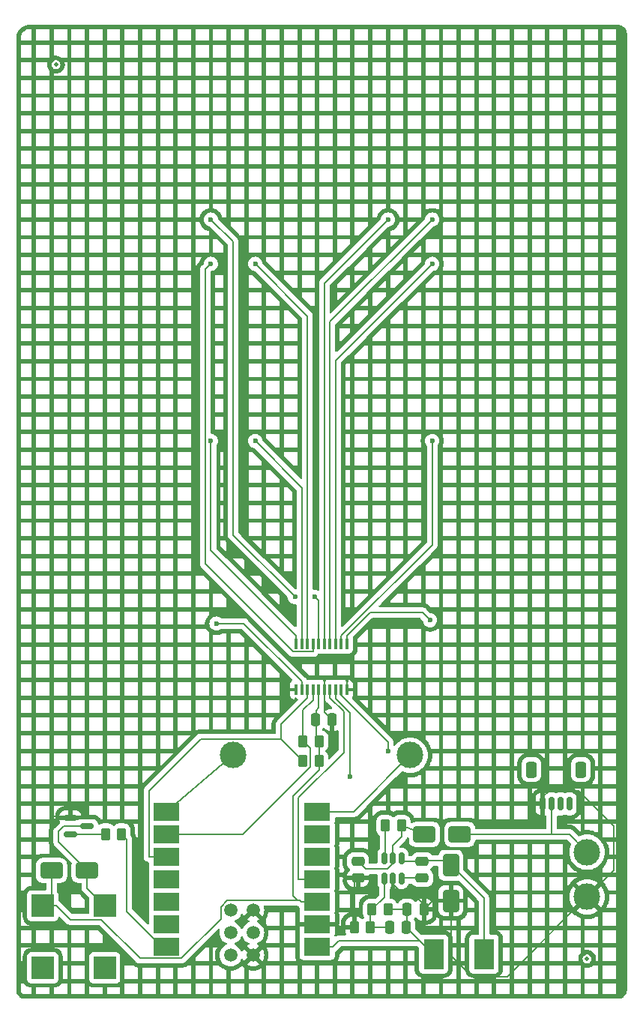
<source format=gbl>
G04 #@! TF.GenerationSoftware,KiCad,Pcbnew,8.0.5-8.0.5-0~ubuntu24.04.1*
G04 #@! TF.CreationDate,2024-10-02T13:28:41+10:00*
G04 #@! TF.ProjectId,Touch Keypad,546f7563-6820-44b6-9579-7061642e6b69,rev?*
G04 #@! TF.SameCoordinates,PXbebc200PY8b3c880*
G04 #@! TF.FileFunction,Copper,L2,Bot*
G04 #@! TF.FilePolarity,Positive*
%FSLAX46Y46*%
G04 Gerber Fmt 4.6, Leading zero omitted, Abs format (unit mm)*
G04 Created by KiCad (PCBNEW 8.0.5-8.0.5-0~ubuntu24.04.1) date 2024-10-02 13:28:41*
%MOMM*%
%LPD*%
G01*
G04 APERTURE LIST*
G04 Aperture macros list*
%AMRoundRect*
0 Rectangle with rounded corners*
0 $1 Rounding radius*
0 $2 $3 $4 $5 $6 $7 $8 $9 X,Y pos of 4 corners*
0 Add a 4 corners polygon primitive as box body*
4,1,4,$2,$3,$4,$5,$6,$7,$8,$9,$2,$3,0*
0 Add four circle primitives for the rounded corners*
1,1,$1+$1,$2,$3*
1,1,$1+$1,$4,$5*
1,1,$1+$1,$6,$7*
1,1,$1+$1,$8,$9*
0 Add four rect primitives between the rounded corners*
20,1,$1+$1,$2,$3,$4,$5,0*
20,1,$1+$1,$4,$5,$6,$7,0*
20,1,$1+$1,$6,$7,$8,$9,0*
20,1,$1+$1,$8,$9,$2,$3,0*%
G04 Aperture macros list end*
G04 #@! TA.AperFunction,SMDPad,CuDef*
%ADD10RoundRect,0.250000X-0.250000X-0.475000X0.250000X-0.475000X0.250000X0.475000X-0.250000X0.475000X0*%
G04 #@! TD*
G04 #@! TA.AperFunction,SMDPad,CuDef*
%ADD11RoundRect,0.250000X0.262500X0.450000X-0.262500X0.450000X-0.262500X-0.450000X0.262500X-0.450000X0*%
G04 #@! TD*
G04 #@! TA.AperFunction,SMDPad,CuDef*
%ADD12RoundRect,0.250000X-1.000000X-0.650000X1.000000X-0.650000X1.000000X0.650000X-1.000000X0.650000X0*%
G04 #@! TD*
G04 #@! TA.AperFunction,SMDPad,CuDef*
%ADD13C,3.000000*%
G04 #@! TD*
G04 #@! TA.AperFunction,SMDPad,CuDef*
%ADD14RoundRect,0.250000X-0.475000X0.250000X-0.475000X-0.250000X0.475000X-0.250000X0.475000X0.250000X0*%
G04 #@! TD*
G04 #@! TA.AperFunction,SMDPad,CuDef*
%ADD15RoundRect,0.150000X-0.587500X-0.150000X0.587500X-0.150000X0.587500X0.150000X-0.587500X0.150000X0*%
G04 #@! TD*
G04 #@! TA.AperFunction,SMDPad,CuDef*
%ADD16R,0.400000X1.200000*%
G04 #@! TD*
G04 #@! TA.AperFunction,SMDPad,CuDef*
%ADD17RoundRect,0.150000X-0.150000X-0.625000X0.150000X-0.625000X0.150000X0.625000X-0.150000X0.625000X0*%
G04 #@! TD*
G04 #@! TA.AperFunction,SMDPad,CuDef*
%ADD18RoundRect,0.250000X-0.350000X-0.650000X0.350000X-0.650000X0.350000X0.650000X-0.350000X0.650000X0*%
G04 #@! TD*
G04 #@! TA.AperFunction,SMDPad,CuDef*
%ADD19R,2.300000X3.400000*%
G04 #@! TD*
G04 #@! TA.AperFunction,SMDPad,CuDef*
%ADD20RoundRect,0.150000X0.150000X-0.512500X0.150000X0.512500X-0.150000X0.512500X-0.150000X-0.512500X0*%
G04 #@! TD*
G04 #@! TA.AperFunction,SMDPad,CuDef*
%ADD21RoundRect,0.250000X0.250000X0.475000X-0.250000X0.475000X-0.250000X-0.475000X0.250000X-0.475000X0*%
G04 #@! TD*
G04 #@! TA.AperFunction,SMDPad,CuDef*
%ADD22R,3.000000X2.000000*%
G04 #@! TD*
G04 #@! TA.AperFunction,SMDPad,CuDef*
%ADD23C,1.500000*%
G04 #@! TD*
G04 #@! TA.AperFunction,SMDPad,CuDef*
%ADD24RoundRect,0.250000X0.475000X-0.250000X0.475000X0.250000X-0.475000X0.250000X-0.475000X-0.250000X0*%
G04 #@! TD*
G04 #@! TA.AperFunction,SMDPad,CuDef*
%ADD25C,0.500000*%
G04 #@! TD*
G04 #@! TA.AperFunction,SMDPad,CuDef*
%ADD26RoundRect,0.250000X-0.650000X1.000000X-0.650000X-1.000000X0.650000X-1.000000X0.650000X1.000000X0*%
G04 #@! TD*
G04 #@! TA.AperFunction,SMDPad,CuDef*
%ADD27R,2.500000X2.500000*%
G04 #@! TD*
G04 #@! TA.AperFunction,ViaPad*
%ADD28C,0.600000*%
G04 #@! TD*
G04 #@! TA.AperFunction,Conductor*
%ADD29C,0.200000*%
G04 #@! TD*
G04 APERTURE END LIST*
D10*
X-35700000Y32000000D03*
X-33800000Y32000000D03*
D11*
X-29475000Y8568800D03*
X-31300000Y8568800D03*
D12*
X-65500000Y15000000D03*
X-61500000Y15000000D03*
D11*
X-57587500Y19100000D03*
X-59412500Y19100000D03*
D13*
X-25000000Y28000000D03*
D14*
X-30887500Y16018800D03*
X-30887500Y14118800D03*
D11*
X-25975000Y20068800D03*
X-27800000Y20068800D03*
D15*
X-63375000Y19050000D03*
X-63375000Y20950000D03*
X-61500000Y20000000D03*
D13*
X-5000000Y12000000D03*
X-45000000Y28000000D03*
D11*
X-35287500Y29600000D03*
X-37112500Y29600000D03*
D16*
X-37857500Y40600000D03*
X-37222500Y40600000D03*
X-36587500Y40600000D03*
X-35952500Y40600000D03*
X-35317500Y40600000D03*
X-34682500Y40600000D03*
X-34047500Y40600000D03*
X-33412500Y40600000D03*
X-32777500Y40600000D03*
X-32142500Y40600000D03*
X-32142500Y35400000D03*
X-32777500Y35400000D03*
X-33412500Y35400000D03*
X-34047500Y35400000D03*
X-34682500Y35400000D03*
X-35317500Y35400000D03*
X-35952500Y35400000D03*
X-36587500Y35400000D03*
X-37222500Y35400000D03*
X-37857500Y35400000D03*
D12*
X-23387500Y19068800D03*
X-19387500Y19068800D03*
D17*
X-10000000Y22500000D03*
X-9000000Y22500000D03*
X-8000000Y22500000D03*
X-7000000Y22500000D03*
D18*
X-11300000Y26375000D03*
X-5700000Y26375000D03*
D19*
X-16650000Y5550000D03*
X-22350000Y5550000D03*
D20*
X-25987500Y14068800D03*
X-26937500Y14068800D03*
X-27887500Y14068800D03*
X-27887500Y16343800D03*
X-26937500Y16343800D03*
X-25987500Y16343800D03*
D21*
X-25437500Y8568800D03*
X-27337500Y8568800D03*
D13*
X-5000000Y17050000D03*
D11*
X-27475000Y10568800D03*
X-29300000Y10568800D03*
D22*
X-52500000Y6380000D03*
X-52500000Y8920000D03*
X-52500000Y11460000D03*
X-52500000Y14000000D03*
X-52500000Y16540000D03*
X-52500000Y19080000D03*
X-52500000Y21620000D03*
X-35500000Y21620000D03*
X-35500000Y19080000D03*
X-35500000Y16540000D03*
X-35500000Y14000000D03*
X-35500000Y11460000D03*
X-35500000Y8920000D03*
X-35500000Y6380000D03*
D23*
X-45270000Y5420000D03*
X-42730000Y5420000D03*
X-45270000Y7960000D03*
X-42730000Y7960000D03*
X-45270000Y10500000D03*
X-42730000Y10500000D03*
D24*
X-23622500Y14118800D03*
X-23622500Y16018800D03*
D25*
X-5000000Y5000000D03*
D11*
X-35287500Y27400000D03*
X-37112500Y27400000D03*
D10*
X-25337500Y10568800D03*
X-23437500Y10568800D03*
D25*
X-65000000Y106000000D03*
D26*
X-20387500Y15568800D03*
X-20387500Y11568800D03*
D27*
X-66500000Y11000000D03*
X-59500000Y11000000D03*
X-59500000Y4000000D03*
X-66500000Y4000000D03*
D28*
X-38000000Y45873200D03*
X-35743700Y45873200D03*
X-47500000Y88500000D03*
X-27500000Y88500000D03*
X-22500000Y88500000D03*
X-31800000Y25600000D03*
X-47500000Y83500000D03*
X-42500000Y83500000D03*
X-22750000Y43250000D03*
X-47500000Y63500000D03*
X-22500000Y63500000D03*
X-42500000Y63500000D03*
X-46875000Y42875000D03*
X-27500000Y28500000D03*
X-22500000Y83500000D03*
D29*
X-35500000Y21620000D02*
X-31380000Y21620000D01*
X-31380000Y21620000D02*
X-25000000Y28000000D01*
X-34047500Y35400000D02*
X-34047500Y34481814D01*
X-34047500Y34481814D02*
X-32500000Y32934314D01*
X-32500000Y32934314D02*
X-32500000Y28300000D01*
X-32500000Y28300000D02*
X-37600000Y23200000D01*
X-37600000Y23200000D02*
X-37600000Y14000000D01*
X-37600000Y14000000D02*
X-35500000Y14000000D01*
X-37708400Y11615000D02*
X-38200000Y12106600D01*
X-38200000Y12106600D02*
X-38200000Y23396200D01*
X-38200000Y23396200D02*
X-35288000Y26308200D01*
X-35288000Y26308200D02*
X-35288000Y27400000D01*
X-31800000Y25600000D02*
X-31800000Y32800000D01*
X-31800000Y32800000D02*
X-33412500Y34412500D01*
X-33412500Y34412500D02*
X-33412500Y35400000D01*
X-34682500Y35400000D02*
X-34682500Y32882500D01*
X-34682500Y32882500D02*
X-33800000Y32000000D01*
X-27500000Y28500000D02*
X-27500000Y29500000D01*
X-27500000Y29500000D02*
X-32777500Y34777500D01*
X-32777500Y34777500D02*
X-32777500Y35400000D01*
X-34682500Y35400000D02*
X-34682500Y36633750D01*
X-34566250Y36750000D02*
X-32250000Y36750000D01*
X-34682500Y36633750D02*
X-34566250Y36750000D01*
X-32250000Y36750000D02*
X-32142500Y36642500D01*
X-32142500Y36642500D02*
X-32142500Y35400000D01*
X-59412500Y19100000D02*
X-63325000Y19100000D01*
X-63325000Y19100000D02*
X-63375000Y19050000D01*
X-59412000Y19100000D02*
X-59412500Y19100000D01*
X-61500000Y20000000D02*
X-64100000Y20000000D01*
X-61500000Y13000000D02*
X-59500000Y11000000D01*
X-64700000Y19400000D02*
X-64700000Y18200000D01*
X-64100000Y20000000D02*
X-64700000Y19400000D01*
X-64700000Y18200000D02*
X-61500000Y15000000D01*
X-61500000Y15000000D02*
X-61500000Y13000000D01*
X-31288000Y8581000D02*
X-31300000Y8569000D01*
X-23438000Y11119000D02*
X-24869000Y12550000D01*
X-9275000Y24000000D02*
X-6000000Y24000000D01*
X-30888000Y14119000D02*
X-31288000Y13719000D01*
X-23438000Y10569000D02*
X-23438000Y11119000D01*
X-20388000Y11569000D02*
X-22438000Y11569000D01*
X-5000000Y12000000D02*
X-14000000Y3000000D01*
X-18000000Y3000000D02*
X-20388000Y5388000D01*
X-10000000Y23275000D02*
X-9275000Y24000000D01*
X-10000000Y22500000D02*
X-10000000Y23275000D01*
X-2000000Y20000000D02*
X-2000000Y15000000D01*
X-6000000Y24000000D02*
X-2000000Y20000000D01*
X-20388000Y5388000D02*
X-20388000Y11569000D01*
X-2000000Y15000000D02*
X-5000000Y12000000D01*
X-24869000Y12550000D02*
X-26000000Y12550000D01*
X-31288000Y13719000D02*
X-31288000Y8581000D01*
X-22438000Y11569000D02*
X-23438000Y10569000D01*
X-26938000Y13488000D02*
X-26938000Y14069000D01*
X-14000000Y3000000D02*
X-18000000Y3000000D01*
X-26000000Y12550000D02*
X-26938000Y13488000D01*
X-35288000Y29600000D02*
X-35288000Y27400000D01*
X-46394200Y10888400D02*
X-45667600Y11615000D01*
X-35461500Y29774000D02*
X-35288000Y29600000D01*
X-35288000Y27400000D02*
X-35287500Y27400000D01*
X-37456700Y11615000D02*
X-37301700Y11460000D01*
X-59885200Y9448300D02*
X-55515200Y5078300D01*
X-64948300Y11000000D02*
X-63396600Y9448300D01*
X-66500000Y11000000D02*
X-64948300Y11000000D01*
X-35635000Y33065000D02*
X-35635000Y29948000D01*
X-35317500Y34391500D02*
X-35317500Y35400000D01*
X-35318000Y34391000D02*
X-35318000Y33382000D01*
X-35500000Y11460000D02*
X-37301700Y11460000D01*
X-50850400Y5078300D02*
X-46394200Y9534500D01*
X-45667600Y11615000D02*
X-37708400Y11615000D01*
X-65500000Y15000000D02*
X-65500000Y12000000D01*
X-46394200Y9534500D02*
X-46394200Y10888400D01*
X-35318000Y34391000D02*
X-35317500Y34391500D01*
X-63396600Y9448300D02*
X-59885200Y9448300D01*
X-35461500Y29774000D02*
X-35287500Y29600000D01*
X-65500000Y12000000D02*
X-66500000Y11000000D01*
X-37708400Y11615000D02*
X-37456700Y11615000D01*
X-35318000Y33382000D02*
X-35635000Y33065000D01*
X-35318000Y35400000D02*
X-35318000Y34391000D01*
X-55515200Y5078300D02*
X-50850400Y5078300D01*
X-35635000Y29948000D02*
X-35461500Y29774000D01*
X-33018800Y7059500D02*
X-33698300Y6380000D01*
X-25338000Y8669000D02*
X-25437800Y8569200D01*
X-27475000Y10568800D02*
X-27475000Y10569000D01*
X-25337500Y10568800D02*
X-25338000Y10568800D01*
X-25437800Y8569100D02*
X-25437800Y8569200D01*
X-25437500Y8568800D02*
X-25437800Y8569100D01*
X-25437800Y8569200D02*
X-25438000Y8569000D01*
X-35500000Y6380000D02*
X-33698300Y6380000D01*
X-23928500Y7059500D02*
X-22419000Y5550000D01*
X-25338000Y10568800D02*
X-25338000Y8669000D01*
X-23928500Y7059500D02*
X-33018800Y7059500D01*
X-25338000Y10569000D02*
X-25338000Y10568800D01*
X-27475000Y10569000D02*
X-25338000Y10569000D01*
X-22419000Y5550000D02*
X-22350000Y5550000D01*
X-25438000Y8569000D02*
X-23928500Y7059500D01*
X-23388000Y19069000D02*
X-25975000Y20069000D01*
X-30887500Y16018500D02*
X-30887500Y16018800D01*
X-25975000Y20069000D02*
X-25975000Y20068800D01*
X-23387800Y19068800D02*
X-23388000Y19069000D01*
X-25975000Y18775000D02*
X-26938000Y17812000D01*
X-25975000Y20068800D02*
X-25975000Y18775000D01*
X-27538000Y15169000D02*
X-30038000Y15169000D01*
X-30038000Y15169000D02*
X-30887500Y16018500D01*
X-26938000Y17812000D02*
X-26938000Y16343800D01*
X-26938000Y16343800D02*
X-26938000Y15769000D01*
X-30887500Y16018500D02*
X-30888000Y16019000D01*
X-23387500Y19068800D02*
X-23387800Y19068800D01*
X-26937500Y16343800D02*
X-26938000Y16343800D01*
X-26938000Y15769000D02*
X-27538000Y15169000D01*
X-35952000Y34824000D02*
X-35952500Y34824500D01*
X-35952500Y34824500D02*
X-35952500Y35400000D01*
X-43935000Y19080000D02*
X-36300000Y26715000D01*
X-36300000Y26715000D02*
X-36300000Y28788000D01*
X-37112000Y33088000D02*
X-35952000Y34248000D01*
X-36706500Y29194000D02*
X-37112500Y29600000D01*
X-36706000Y29194000D02*
X-36706500Y29194000D01*
X-35952000Y34824000D02*
X-35952000Y35400000D01*
X-52500000Y19080000D02*
X-43935000Y19080000D01*
X-37112000Y29600000D02*
X-37112000Y33088000D01*
X-36706000Y29194000D02*
X-37112000Y29600000D01*
X-36300000Y28788000D02*
X-36706000Y29194000D01*
X-35952000Y34248000D02*
X-35952000Y34824000D01*
X-54500000Y16540000D02*
X-54500000Y24000000D01*
X-36587500Y34470400D02*
X-39549600Y31508300D01*
X-39549600Y31508300D02*
X-39549600Y29837100D01*
X-52500000Y16540000D02*
X-54500000Y16540000D01*
X-54500000Y24000000D02*
X-48662900Y29837100D01*
X-39549600Y29837100D02*
X-37112500Y27400000D01*
X-48662900Y29837100D02*
X-39549600Y29837100D01*
X-36587500Y35400000D02*
X-36587500Y34470400D01*
X-57587500Y19099500D02*
X-57588000Y19100000D01*
X-57587500Y19099500D02*
X-57587500Y19100000D01*
X-57000000Y18512000D02*
X-57587500Y19099500D01*
X-57000000Y10380000D02*
X-57000000Y18512000D01*
X-53000000Y6380000D02*
X-57000000Y10380000D01*
X-52500000Y6380000D02*
X-53000000Y6380000D01*
X-23572000Y16069000D02*
X-23622000Y16019000D01*
X-25662000Y16019000D02*
X-25825000Y16181500D01*
X-23622700Y16019000D02*
X-23622500Y16018800D01*
X-23622000Y16019000D02*
X-23622700Y16019000D01*
X-20888000Y16069000D02*
X-23572000Y16069000D01*
X-25825200Y16181500D02*
X-25987500Y16343800D01*
X-23622700Y16019000D02*
X-25662000Y16019000D01*
X-20387600Y15568700D02*
X-20888000Y16069000D01*
X-25825000Y16181500D02*
X-25825200Y16181500D01*
X-16650000Y5550000D02*
X-16650000Y11831000D01*
X-20387500Y15568800D02*
X-20387600Y15568700D01*
X-25825000Y16181500D02*
X-25988000Y16344000D01*
X-16650000Y11831000D02*
X-20387600Y15568700D01*
X-19387300Y19069000D02*
X-9000000Y19069000D01*
X-19387300Y19069000D02*
X-19387500Y19068800D01*
X-9000000Y22500000D02*
X-9000000Y19069000D01*
X-19388000Y19069000D02*
X-19387300Y19069000D01*
X-9000000Y19069000D02*
X-7019000Y19069000D01*
X-7019000Y19069000D02*
X-5000000Y17050000D01*
X-27888000Y11981000D02*
X-29300000Y10569000D01*
X-29475000Y9168400D02*
X-29475000Y8568800D01*
X-29475000Y8569000D02*
X-27338000Y8569000D01*
X-29475000Y9981000D02*
X-29475000Y9168400D01*
X-29300000Y10569000D02*
X-29300000Y10568800D01*
X-27337800Y8568800D02*
X-27338000Y8569000D01*
X-29475000Y9168400D02*
X-29475000Y8569000D01*
X-27887500Y14068800D02*
X-27888000Y14068800D01*
X-27337500Y8568800D02*
X-27337800Y8568800D01*
X-27888000Y14069000D02*
X-27888000Y14068800D01*
X-29300000Y10568800D02*
X-29300000Y10156000D01*
X-29300000Y10156000D02*
X-29475000Y9981000D01*
X-27888000Y14068800D02*
X-27888000Y11981000D01*
X-25987500Y14069500D02*
X-25987500Y14068800D01*
X-25938000Y14119000D02*
X-25987500Y14069500D01*
X-23622700Y14119000D02*
X-23622500Y14118800D01*
X-23622000Y14119000D02*
X-23622700Y14119000D01*
X-25987500Y14069500D02*
X-25988000Y14069000D01*
X-23622700Y14119000D02*
X-25938000Y14119000D01*
X-27800000Y20069000D02*
X-27800000Y20068800D01*
X-27844000Y16387500D02*
X-27888000Y16344000D01*
X-27800000Y16431000D02*
X-27844000Y16387500D01*
X-27800000Y20068800D02*
X-27800000Y16431000D01*
X-27844000Y16387500D02*
X-27887500Y16344000D01*
X-27887500Y16344000D02*
X-27887500Y16343800D01*
X-35743700Y45873200D02*
X-35317500Y45447000D01*
X-35317500Y45447000D02*
X-35317500Y40600000D01*
X-45000000Y86000000D02*
X-47500000Y88500000D01*
X-38000000Y45873200D02*
X-45000000Y52873200D01*
X-45000000Y52873200D02*
X-45000000Y86000000D01*
X-34682500Y81317500D02*
X-34682500Y40600000D01*
X-27500000Y88500000D02*
X-34682500Y81317500D01*
X-34047500Y76952500D02*
X-34047500Y40600000D01*
X-22500000Y88500000D02*
X-34047500Y76952500D01*
X-48136700Y49647700D02*
X-38187300Y39698300D01*
X-47500000Y83500000D02*
X-48136700Y82863300D01*
X-48136700Y82863300D02*
X-48136700Y49647700D01*
X-38187300Y39698300D02*
X-35952500Y39698300D01*
X-35952500Y40600000D02*
X-35952500Y39698300D01*
X-42500000Y83500000D02*
X-36587500Y77587500D01*
X-36587500Y77587500D02*
X-36587500Y40600000D01*
X-32142500Y40600000D02*
X-32142500Y41501700D01*
X-29527700Y44116500D02*
X-32142500Y41501700D01*
X-23616500Y44116500D02*
X-29527700Y44116500D01*
X-22750000Y43250000D02*
X-23616500Y44116500D01*
X-47500000Y51144200D02*
X-47500000Y63500000D01*
X-37857500Y41501700D02*
X-47500000Y51144200D01*
X-37857500Y40600000D02*
X-37857500Y41501700D01*
X-22500000Y51779200D02*
X-32777500Y41501700D01*
X-32777500Y40600000D02*
X-32777500Y41501700D01*
X-22500000Y63500000D02*
X-22500000Y51779200D01*
X-42500000Y63500000D02*
X-37222500Y58222500D01*
X-37222500Y58222500D02*
X-37222500Y40600000D01*
X-46875000Y42875000D02*
X-43795800Y42875000D01*
X-37222500Y35400000D02*
X-37222500Y36301700D01*
X-43795800Y42875000D02*
X-37222500Y36301700D01*
X-33412500Y72587500D02*
X-33412500Y40600000D01*
X-22500000Y83500000D02*
X-33412500Y72587500D01*
X-52500000Y21620000D02*
X-45000000Y28000000D01*
G04 #@! TA.AperFunction,Conductor*
G36*
X-33606961Y32230315D02*
G01*
X-33561206Y32177511D01*
X-33550000Y32126000D01*
X-33550000Y30775001D01*
X-33500028Y30775001D01*
X-33500014Y30775002D01*
X-33397305Y30785494D01*
X-33263505Y30829832D01*
X-33193677Y30832234D01*
X-33133634Y30796503D01*
X-33102441Y30733983D01*
X-33100500Y30712126D01*
X-33100500Y28600098D01*
X-33120185Y28533059D01*
X-33136819Y28512417D01*
X-34062820Y27586416D01*
X-34124143Y27552931D01*
X-34193835Y27557915D01*
X-34249768Y27599787D01*
X-34274185Y27665251D01*
X-34274501Y27674097D01*
X-34274501Y27900002D01*
X-34274502Y27900019D01*
X-34285001Y28002797D01*
X-34285002Y28002800D01*
X-34295327Y28033958D01*
X-34340186Y28169334D01*
X-34432288Y28318656D01*
X-34525951Y28412319D01*
X-34559436Y28473642D01*
X-34554452Y28543334D01*
X-34525951Y28587681D01*
X-34513534Y28600098D01*
X-34432288Y28681344D01*
X-34340186Y28830666D01*
X-34285001Y28997203D01*
X-34274500Y29099991D01*
X-34274501Y30100008D01*
X-34285001Y30202797D01*
X-34340186Y30369334D01*
X-34432288Y30518656D01*
X-34556344Y30642712D01*
X-34691016Y30725778D01*
X-34705664Y30734813D01*
X-34705665Y30734814D01*
X-34705666Y30734814D01*
X-34870226Y30789344D01*
X-34927670Y30829117D01*
X-34954493Y30893633D01*
X-34942178Y30962409D01*
X-34918908Y30994725D01*
X-34857288Y31056344D01*
X-34855248Y31059653D01*
X-34853255Y31061445D01*
X-34852807Y31062011D01*
X-34852711Y31061935D01*
X-34803306Y31106377D01*
X-34734344Y31117605D01*
X-34670260Y31089766D01*
X-34644171Y31059661D01*
X-34642319Y31056659D01*
X-34642317Y31056656D01*
X-34518346Y30932685D01*
X-34369125Y30840644D01*
X-34369120Y30840642D01*
X-34202698Y30785495D01*
X-34202691Y30785494D01*
X-34099981Y30775001D01*
X-34050001Y30775002D01*
X-34050000Y30775002D01*
X-34050000Y32126000D01*
X-34030315Y32193039D01*
X-33977511Y32238794D01*
X-33926000Y32250000D01*
X-33674000Y32250000D01*
X-33606961Y32230315D01*
G37*
G04 #@! TD.AperFunction*
G04 #@! TA.AperFunction,Conductor*
G36*
X-34512297Y34096929D02*
G01*
X-34505819Y34090897D01*
X-34409151Y33994229D01*
X-34409145Y33994224D01*
X-33851602Y33436681D01*
X-33818117Y33375358D01*
X-33823101Y33305666D01*
X-33864973Y33249733D01*
X-33930437Y33225316D01*
X-33939282Y33225000D01*
X-34099971Y33225000D01*
X-34099988Y33224999D01*
X-34202698Y33214506D01*
X-34369120Y33159359D01*
X-34369125Y33159357D01*
X-34518346Y33067316D01*
X-34549412Y33036250D01*
X-34610736Y33002765D01*
X-34680427Y33007751D01*
X-34736360Y33049623D01*
X-34760776Y33115088D01*
X-34756868Y33156021D01*
X-34717499Y33302943D01*
X-34717499Y33461058D01*
X-34717499Y33468653D01*
X-34717500Y33468671D01*
X-34717500Y34003216D01*
X-34697815Y34070255D01*
X-34645011Y34116010D01*
X-34575853Y34125954D01*
X-34512297Y34096929D01*
G37*
G04 #@! TD.AperFunction*
G04 #@! TA.AperFunction,Conductor*
G36*
X-1494606Y110499028D02*
G01*
X-1464279Y110496375D01*
X-1337245Y110485261D01*
X-1315965Y110481509D01*
X-1198812Y110450118D01*
X-1168631Y110442031D01*
X-1148319Y110434638D01*
X-1010085Y110370178D01*
X-991367Y110359371D01*
X-866418Y110271881D01*
X-849860Y110257987D01*
X-742014Y110150141D01*
X-728120Y110133583D01*
X-640630Y110008634D01*
X-629823Y109989916D01*
X-565363Y109851682D01*
X-557970Y109831370D01*
X-518493Y109684039D01*
X-514740Y109662754D01*
X-500972Y109505395D01*
X-500500Y109494587D01*
X-500500Y1505414D01*
X-500972Y1494606D01*
X-514740Y1337247D01*
X-518493Y1315962D01*
X-557970Y1168631D01*
X-565363Y1148319D01*
X-629823Y1010085D01*
X-640630Y991367D01*
X-728120Y866418D01*
X-742014Y849860D01*
X-849860Y742014D01*
X-866418Y728120D01*
X-991367Y640630D01*
X-1010085Y629823D01*
X-1148319Y565363D01*
X-1168631Y557970D01*
X-1315962Y518493D01*
X-1337247Y514740D01*
X-1494605Y500972D01*
X-1505413Y500500D01*
X-68494587Y500500D01*
X-68505395Y500972D01*
X-68662754Y514740D01*
X-68684039Y518493D01*
X-68831370Y557970D01*
X-68851682Y565363D01*
X-68989916Y629823D01*
X-69008634Y640630D01*
X-69133583Y728120D01*
X-69150141Y742014D01*
X-69257987Y849860D01*
X-69271881Y866418D01*
X-69359371Y991367D01*
X-69370178Y1010085D01*
X-69434638Y1148319D01*
X-69442031Y1168631D01*
X-69481508Y1315962D01*
X-69485261Y1337248D01*
X-69499028Y1494607D01*
X-69499500Y1505414D01*
X-69499500Y1521744D01*
X-69001500Y1521744D01*
X-68992009Y1413249D01*
X-68969470Y1329132D01*
X-68932664Y1250202D01*
X-68882712Y1178863D01*
X-68821140Y1117291D01*
X-68749801Y1067339D01*
X-68670871Y1030533D01*
X-68586754Y1007994D01*
X-68478253Y998500D01*
X-67749500Y998500D01*
X-67251500Y998500D01*
X-65749500Y998500D01*
X-65749500Y1751501D01*
X-65251500Y1751501D01*
X-65251500Y998500D01*
X-63749500Y998500D01*
X-63251500Y998500D01*
X-61749500Y998500D01*
X-61251500Y998500D01*
X-59749500Y998500D01*
X-59749500Y1751501D01*
X-59251500Y1751501D01*
X-59251500Y998500D01*
X-57749500Y998500D01*
X-57251500Y998500D01*
X-55749500Y998500D01*
X-55251500Y998500D01*
X-53749500Y998500D01*
X-53251500Y998500D01*
X-51749500Y998500D01*
X-51251500Y998500D01*
X-49749500Y998500D01*
X-49251500Y998500D01*
X-47749500Y998500D01*
X-47251500Y998500D01*
X-45749500Y998500D01*
X-45251500Y998500D01*
X-43749500Y998500D01*
X-43251500Y998500D01*
X-41749500Y998500D01*
X-41251500Y998500D01*
X-39749500Y998500D01*
X-39251500Y998500D01*
X-37749500Y998500D01*
X-37251500Y998500D01*
X-35749500Y998500D01*
X-35251500Y998500D01*
X-33749500Y998500D01*
X-33251500Y998500D01*
X-31749500Y998500D01*
X-31251500Y998500D01*
X-29749500Y998500D01*
X-29251500Y998500D01*
X-27749500Y998500D01*
X-27251500Y998500D01*
X-25749500Y998500D01*
X-25251500Y998500D01*
X-23749500Y998500D01*
X-23251500Y998500D01*
X-21749500Y998500D01*
X-21251500Y998500D01*
X-19749500Y998500D01*
X-19251500Y998500D01*
X-17749500Y998500D01*
X-17251500Y998500D01*
X-15749500Y998500D01*
X-15251500Y998500D01*
X-13749500Y998500D01*
X-13251500Y998500D01*
X-11749500Y998500D01*
X-11251500Y998500D01*
X-9749500Y998500D01*
X-9251500Y998500D01*
X-7749500Y998500D01*
X-7251500Y998500D01*
X-5749500Y998500D01*
X-5251500Y998500D01*
X-3749500Y998500D01*
X-3251500Y998500D01*
X-1749500Y998500D01*
X-1749500Y2251500D01*
X-3251500Y2251500D01*
X-3251500Y998500D01*
X-3749500Y998500D01*
X-3749500Y2251500D01*
X-5251500Y2251500D01*
X-5251500Y998500D01*
X-5749500Y998500D01*
X-5749500Y2251500D01*
X-7251500Y2251500D01*
X-7251500Y998500D01*
X-7749500Y998500D01*
X-7749500Y2251500D01*
X-9251500Y2251500D01*
X-9251500Y998500D01*
X-9749500Y998500D01*
X-9749500Y2251500D01*
X-11251500Y2251500D01*
X-11251500Y998500D01*
X-11749500Y998500D01*
X-11749500Y2251500D01*
X-13251500Y2251500D01*
X-13251500Y998500D01*
X-13749500Y998500D01*
X-13749500Y2251500D01*
X-15251500Y2251500D01*
X-15251500Y998500D01*
X-15749500Y998500D01*
X-15749500Y2251500D01*
X-17251500Y2251500D01*
X-17251500Y998500D01*
X-17749500Y998500D01*
X-17749500Y2251500D01*
X-19251500Y2251500D01*
X-19251500Y998500D01*
X-19749500Y998500D01*
X-19749500Y2251500D01*
X-21251500Y2251500D01*
X-21251500Y998500D01*
X-21749500Y998500D01*
X-21749500Y2251500D01*
X-23251500Y2251500D01*
X-23251500Y998500D01*
X-23749500Y998500D01*
X-23749500Y2251500D01*
X-25251500Y2251500D01*
X-25251500Y998500D01*
X-25749500Y998500D01*
X-25749500Y2251500D01*
X-27251500Y2251500D01*
X-27251500Y998500D01*
X-27749500Y998500D01*
X-27749500Y2251500D01*
X-29251500Y2251500D01*
X-29251500Y998500D01*
X-29749500Y998500D01*
X-29749500Y2251500D01*
X-31251500Y2251500D01*
X-31251500Y998500D01*
X-31749500Y998500D01*
X-31749500Y2251500D01*
X-33251500Y2251500D01*
X-33251500Y998500D01*
X-33749500Y998500D01*
X-33749500Y2251500D01*
X-35251500Y2251500D01*
X-35251500Y998500D01*
X-35749500Y998500D01*
X-35749500Y2251500D01*
X-37251500Y2251500D01*
X-37251500Y998500D01*
X-37749500Y998500D01*
X-37749500Y2251500D01*
X-39251500Y2251500D01*
X-39251500Y998500D01*
X-39749500Y998500D01*
X-39749500Y2251500D01*
X-41251500Y2251500D01*
X-41251500Y998500D01*
X-41749500Y998500D01*
X-41749500Y2251500D01*
X-43251500Y2251500D01*
X-43251500Y998500D01*
X-43749500Y998500D01*
X-43749500Y2251500D01*
X-45251500Y2251500D01*
X-45251500Y998500D01*
X-45749500Y998500D01*
X-45749500Y2251500D01*
X-47251500Y2251500D01*
X-47251500Y998500D01*
X-47749500Y998500D01*
X-47749500Y2251500D01*
X-49251500Y2251500D01*
X-49251500Y998500D01*
X-49749500Y998500D01*
X-49749500Y2251500D01*
X-51251500Y2251500D01*
X-51251500Y998500D01*
X-51749500Y998500D01*
X-51749500Y2251500D01*
X-53251500Y2251500D01*
X-53251500Y998500D01*
X-53749500Y998500D01*
X-53749500Y2251500D01*
X-55251500Y2251500D01*
X-55251500Y998500D01*
X-55749500Y998500D01*
X-55749500Y2251500D01*
X-57251500Y2251500D01*
X-57251500Y998500D01*
X-57749500Y998500D01*
X-57749500Y1879953D01*
X-57753379Y1877652D01*
X-57784621Y1860592D01*
X-57792537Y1856629D01*
X-57808782Y1849210D01*
X-57816961Y1845822D01*
X-57983073Y1783866D01*
X-57990413Y1781387D01*
X-58005364Y1776852D01*
X-58012840Y1774837D01*
X-58043144Y1767676D01*
X-58050735Y1766130D01*
X-58066137Y1763493D01*
X-58073810Y1762425D01*
X-58155534Y1753640D01*
X-58158832Y1753330D01*
X-58165512Y1752792D01*
X-58168846Y1752569D01*
X-58182162Y1751857D01*
X-58185462Y1751724D01*
X-58192144Y1751545D01*
X-58195465Y1751501D01*
X-59251500Y1751501D01*
X-59749500Y1751501D01*
X-60804545Y1751500D01*
X-60807875Y1751545D01*
X-60814576Y1751725D01*
X-60817885Y1751858D01*
X-60831202Y1752572D01*
X-60834521Y1752795D01*
X-60841186Y1753332D01*
X-60844483Y1753641D01*
X-60926195Y1762426D01*
X-60933866Y1763494D01*
X-60949262Y1766130D01*
X-60956851Y1767675D01*
X-60987152Y1774835D01*
X-60994628Y1776850D01*
X-61009583Y1781386D01*
X-61016925Y1783866D01*
X-61183039Y1845822D01*
X-61191218Y1849210D01*
X-61207463Y1856629D01*
X-61215379Y1860592D01*
X-61246621Y1877652D01*
X-61251500Y1880547D01*
X-61251500Y998500D01*
X-61749500Y998500D01*
X-61749500Y2251500D01*
X-63251500Y2251500D01*
X-63251500Y998500D01*
X-63749500Y998500D01*
X-63749500Y2251500D01*
X-64378767Y2251500D01*
X-64382165Y2245771D01*
X-64391819Y2230748D01*
X-64396871Y2223472D01*
X-64504453Y2079763D01*
X-64510004Y2072874D01*
X-64521697Y2059379D01*
X-64527731Y2052899D01*
X-64552899Y2027731D01*
X-64559379Y2021697D01*
X-64572874Y2010004D01*
X-64579763Y2004453D01*
X-64723472Y1896871D01*
X-64730748Y1891819D01*
X-64745771Y1882165D01*
X-64753379Y1877652D01*
X-64784621Y1860592D01*
X-64792537Y1856629D01*
X-64808782Y1849210D01*
X-64816961Y1845822D01*
X-64983073Y1783866D01*
X-64990413Y1781387D01*
X-65005364Y1776852D01*
X-65012840Y1774837D01*
X-65043144Y1767676D01*
X-65050735Y1766130D01*
X-65066137Y1763493D01*
X-65073810Y1762425D01*
X-65155534Y1753640D01*
X-65158832Y1753330D01*
X-65165512Y1752792D01*
X-65168846Y1752569D01*
X-65182162Y1751857D01*
X-65185462Y1751724D01*
X-65192144Y1751545D01*
X-65195465Y1751501D01*
X-65251500Y1751501D01*
X-65749500Y1751501D01*
X-67251500Y1751501D01*
X-67251500Y998500D01*
X-67749500Y998500D01*
X-67749500Y1751501D01*
X-67804544Y1751500D01*
X-67807875Y1751545D01*
X-67814576Y1751725D01*
X-67817885Y1751858D01*
X-67831202Y1752572D01*
X-67834521Y1752795D01*
X-67841186Y1753332D01*
X-67844483Y1753641D01*
X-67926195Y1762426D01*
X-67933866Y1763494D01*
X-67949262Y1766130D01*
X-67956851Y1767675D01*
X-67987152Y1774835D01*
X-67994628Y1776850D01*
X-68009583Y1781386D01*
X-68016925Y1783866D01*
X-68183039Y1845822D01*
X-68191218Y1849210D01*
X-68207463Y1856629D01*
X-68215379Y1860592D01*
X-68246621Y1877652D01*
X-68254229Y1882165D01*
X-68269252Y1891819D01*
X-68276528Y1896871D01*
X-68420237Y2004453D01*
X-68427126Y2010004D01*
X-68440621Y2021697D01*
X-68447101Y2027731D01*
X-68472269Y2052899D01*
X-68478303Y2059379D01*
X-68489996Y2072874D01*
X-68495547Y2079763D01*
X-68603129Y2223472D01*
X-68608181Y2230748D01*
X-68617835Y2245771D01*
X-68621233Y2251500D01*
X-69001500Y2251500D01*
X-69001500Y1521744D01*
X-69499500Y1521744D01*
X-69499500Y4749500D01*
X-69001500Y4749500D01*
X-68748500Y4749500D01*
X-68748500Y5297865D01*
X-68250500Y5297865D01*
X-68250500Y2702130D01*
X-68250499Y2702124D01*
X-68244092Y2642517D01*
X-68193798Y2507672D01*
X-68193794Y2507665D01*
X-68107548Y2392456D01*
X-68107545Y2392453D01*
X-67992336Y2306207D01*
X-67992329Y2306203D01*
X-67857483Y2255909D01*
X-67857484Y2255909D01*
X-67850556Y2255165D01*
X-67797873Y2249500D01*
X-65202128Y2249501D01*
X-65142517Y2255909D01*
X-65007669Y2306204D01*
X-64892454Y2392454D01*
X-64806204Y2507669D01*
X-64755909Y2642517D01*
X-64749500Y2702127D01*
X-64749501Y4251500D01*
X-64251501Y4251500D01*
X-64251500Y2749500D01*
X-63749500Y2749500D01*
X-63251500Y2749500D01*
X-61749500Y2749500D01*
X-61749500Y4251500D01*
X-63251500Y4251500D01*
X-63251500Y2749500D01*
X-63749500Y2749500D01*
X-63749500Y4251500D01*
X-64251501Y4251500D01*
X-64749501Y4251500D01*
X-64749501Y5297872D01*
X-64755909Y5357483D01*
X-64765107Y5382143D01*
X-64806203Y5492329D01*
X-64806207Y5492336D01*
X-64892453Y5607545D01*
X-64892456Y5607548D01*
X-65007665Y5693794D01*
X-65007672Y5693798D01*
X-65142518Y5744092D01*
X-65142517Y5744092D01*
X-65202117Y5750499D01*
X-65202119Y5750500D01*
X-65202127Y5750500D01*
X-65202136Y5750500D01*
X-67797871Y5750500D01*
X-67797877Y5750499D01*
X-67857484Y5744092D01*
X-67992329Y5693798D01*
X-67992336Y5693794D01*
X-68107545Y5607548D01*
X-68107548Y5607545D01*
X-68193794Y5492336D01*
X-68193798Y5492329D01*
X-68244092Y5357483D01*
X-68250402Y5298788D01*
X-68250499Y5297877D01*
X-68250500Y5297865D01*
X-68748500Y5297865D01*
X-68748500Y5304545D01*
X-68748455Y5307875D01*
X-68748275Y5314576D01*
X-68748142Y5317885D01*
X-68747428Y5331202D01*
X-68747205Y5334521D01*
X-68746668Y5341186D01*
X-68746359Y5344483D01*
X-68737574Y5426195D01*
X-68736506Y5433866D01*
X-68733870Y5449262D01*
X-68732325Y5456851D01*
X-68725165Y5487152D01*
X-68723150Y5494628D01*
X-68718614Y5509583D01*
X-68716134Y5516925D01*
X-68654178Y5683039D01*
X-68650790Y5691218D01*
X-68643371Y5707463D01*
X-68639408Y5715379D01*
X-68622348Y5746621D01*
X-68617835Y5754229D01*
X-68608181Y5769252D01*
X-68603129Y5776528D01*
X-68495547Y5920237D01*
X-68489996Y5927126D01*
X-68478303Y5940621D01*
X-68472269Y5947101D01*
X-68447101Y5972269D01*
X-68440621Y5978303D01*
X-68427126Y5989996D01*
X-68420237Y5995547D01*
X-68276528Y6103129D01*
X-68269252Y6108181D01*
X-68254229Y6117835D01*
X-68246621Y6122348D01*
X-68215379Y6139408D01*
X-68207463Y6143371D01*
X-68191218Y6150790D01*
X-68183039Y6154178D01*
X-68016927Y6216134D01*
X-68009587Y6218613D01*
X-67994636Y6223148D01*
X-67987160Y6225163D01*
X-67956856Y6232324D01*
X-67949265Y6233870D01*
X-67933863Y6236507D01*
X-67926190Y6237575D01*
X-67844466Y6246360D01*
X-67841168Y6246670D01*
X-67834488Y6247208D01*
X-67831154Y6247431D01*
X-67817838Y6248143D01*
X-67814538Y6248276D01*
X-67807856Y6248455D01*
X-67804536Y6248499D01*
X-67749500Y6248500D01*
X-65251500Y6248500D01*
X-65195455Y6248500D01*
X-65192125Y6248455D01*
X-65185424Y6248275D01*
X-65182115Y6248142D01*
X-65168798Y6247428D01*
X-65165479Y6247205D01*
X-65158814Y6246668D01*
X-65155517Y6246359D01*
X-65073805Y6237574D01*
X-65066134Y6236506D01*
X-65050738Y6233870D01*
X-65043149Y6232325D01*
X-65012848Y6225165D01*
X-65005372Y6223150D01*
X-64990417Y6218614D01*
X-64983075Y6216134D01*
X-64816961Y6154178D01*
X-64808782Y6150790D01*
X-64792537Y6143371D01*
X-64784621Y6139408D01*
X-64753379Y6122348D01*
X-64745771Y6117835D01*
X-64730748Y6108181D01*
X-64723472Y6103129D01*
X-64579763Y5995547D01*
X-64572874Y5989996D01*
X-64559379Y5978303D01*
X-64552899Y5972269D01*
X-64527731Y5947101D01*
X-64521697Y5940621D01*
X-64510004Y5927126D01*
X-64504453Y5920237D01*
X-64396871Y5776528D01*
X-64391819Y5769252D01*
X-64382165Y5754229D01*
X-64377652Y5746621D01*
X-64360592Y5715379D01*
X-64356629Y5707463D01*
X-64349210Y5691218D01*
X-64345822Y5683039D01*
X-64283866Y5516927D01*
X-64281387Y5509587D01*
X-64276852Y5494636D01*
X-64274837Y5487160D01*
X-64267676Y5456856D01*
X-64266130Y5449265D01*
X-64263493Y5433863D01*
X-64262425Y5426190D01*
X-64253640Y5344466D01*
X-64253330Y5341168D01*
X-64252792Y5334488D01*
X-64252569Y5331154D01*
X-64251857Y5317838D01*
X-64251724Y5314538D01*
X-64251545Y5307856D01*
X-64251501Y5304535D01*
X-64251501Y4749500D01*
X-63749500Y4749500D01*
X-63251500Y4749500D01*
X-61749500Y4749500D01*
X-61749500Y5297865D01*
X-61250500Y5297865D01*
X-61250500Y2702130D01*
X-61250499Y2702124D01*
X-61244092Y2642517D01*
X-61193798Y2507672D01*
X-61193794Y2507665D01*
X-61107548Y2392456D01*
X-61107545Y2392453D01*
X-60992336Y2306207D01*
X-60992329Y2306203D01*
X-60857483Y2255909D01*
X-60857484Y2255909D01*
X-60850556Y2255165D01*
X-60797873Y2249500D01*
X-58202128Y2249501D01*
X-58142517Y2255909D01*
X-58007669Y2306204D01*
X-57892454Y2392454D01*
X-57806204Y2507669D01*
X-57755909Y2642517D01*
X-57749500Y2702127D01*
X-57749500Y2749500D01*
X-57251500Y2749500D01*
X-55749500Y2749500D01*
X-55251500Y2749500D01*
X-53749500Y2749500D01*
X-53251500Y2749500D01*
X-51749500Y2749500D01*
X-51749500Y3979800D01*
X-51251500Y3979800D01*
X-51251500Y2749500D01*
X-49749500Y2749500D01*
X-49251500Y2749500D01*
X-47749500Y2749500D01*
X-47251500Y2749500D01*
X-45749500Y2749500D01*
X-45749500Y3666938D01*
X-45251500Y3666938D01*
X-45251500Y2749500D01*
X-43749500Y2749500D01*
X-43749500Y3750073D01*
X-43251500Y3750073D01*
X-43251500Y2749500D01*
X-41749500Y2749500D01*
X-41251500Y2749500D01*
X-39749500Y2749500D01*
X-39251500Y2749500D01*
X-37749500Y2749500D01*
X-37251500Y2749500D01*
X-35749500Y2749500D01*
X-35251500Y2749500D01*
X-33749500Y2749500D01*
X-33251500Y2749500D01*
X-31749500Y2749500D01*
X-31251500Y2749500D01*
X-29749500Y2749500D01*
X-29251500Y2749500D01*
X-27749500Y2749500D01*
X-27251500Y2749500D01*
X-25749500Y2749500D01*
X-25251500Y2749500D01*
X-23749500Y2749500D01*
X-23749500Y2851501D01*
X-21251500Y2851501D01*
X-21251500Y2749500D01*
X-19749500Y2749500D01*
X-19251500Y2749500D01*
X-17749500Y2749500D01*
X-17749500Y2851501D01*
X-17854544Y2851500D01*
X-17857875Y2851545D01*
X-17864576Y2851725D01*
X-17867885Y2851858D01*
X-17881202Y2852572D01*
X-17884521Y2852795D01*
X-17891186Y2853332D01*
X-17894483Y2853641D01*
X-17976195Y2862426D01*
X-17983866Y2863494D01*
X-17999262Y2866130D01*
X-18006851Y2867675D01*
X-18037152Y2874835D01*
X-18044628Y2876850D01*
X-18048502Y2878025D01*
X-15251500Y2878025D01*
X-15251500Y2749500D01*
X-13749500Y2749500D01*
X-13251500Y2749500D01*
X-11749500Y2749500D01*
X-11251500Y2749500D01*
X-9749500Y2749500D01*
X-9251500Y2749500D01*
X-7749500Y2749500D01*
X-7251500Y2749500D01*
X-5749500Y2749500D01*
X-5749500Y4033194D01*
X-5251500Y4033194D01*
X-5251500Y2749500D01*
X-3749500Y2749500D01*
X-3251500Y2749500D01*
X-1749500Y2749500D01*
X-1749500Y4251500D01*
X-3251500Y4251500D01*
X-3251500Y2749500D01*
X-3749500Y2749500D01*
X-3749500Y4251500D01*
X-4331205Y4251500D01*
X-4356197Y4229843D01*
X-4363089Y4224289D01*
X-4377387Y4213585D01*
X-4384661Y4208534D01*
X-4535679Y4111481D01*
X-4543291Y4106965D01*
X-4558962Y4098408D01*
X-4566875Y4094447D01*
X-4599254Y4079659D01*
X-4607431Y4076271D01*
X-4624165Y4070029D01*
X-4632568Y4067233D01*
X-4804815Y4016658D01*
X-4813391Y4014469D01*
X-4830841Y4010673D01*
X-4839554Y4009101D01*
X-4874786Y4004036D01*
X-4883584Y4003090D01*
X-4901395Y4001816D01*
X-4910242Y4001500D01*
X-5089758Y4001500D01*
X-5098605Y4001816D01*
X-5116416Y4003090D01*
X-5125214Y4004036D01*
X-5160446Y4009101D01*
X-5169159Y4010673D01*
X-5186609Y4014469D01*
X-5195185Y4016658D01*
X-5251500Y4033194D01*
X-5749500Y4033194D01*
X-5749500Y4251500D01*
X-7251500Y4251500D01*
X-7251500Y2749500D01*
X-7749500Y2749500D01*
X-7749500Y4251500D01*
X-9251500Y4251500D01*
X-9251500Y2749500D01*
X-9749500Y2749500D01*
X-9749500Y4251500D01*
X-11251500Y4251500D01*
X-11251500Y2749500D01*
X-11749500Y2749500D01*
X-11749500Y4251500D01*
X-13251500Y4251500D01*
X-13251500Y2749500D01*
X-13749500Y2749500D01*
X-13749500Y4251500D01*
X-14501500Y4251500D01*
X-14501500Y3795455D01*
X-14501545Y3792125D01*
X-14501725Y3785424D01*
X-14501858Y3782115D01*
X-14502572Y3768798D01*
X-14502795Y3765479D01*
X-14503332Y3758814D01*
X-14503641Y3755517D01*
X-14512426Y3673805D01*
X-14513494Y3666134D01*
X-14516130Y3650738D01*
X-14517675Y3643149D01*
X-14524835Y3612848D01*
X-14526850Y3605372D01*
X-14531386Y3590417D01*
X-14533866Y3583075D01*
X-14595822Y3416961D01*
X-14599210Y3408782D01*
X-14606629Y3392537D01*
X-14610592Y3384621D01*
X-14627652Y3353379D01*
X-14632165Y3345771D01*
X-14641819Y3330748D01*
X-14646871Y3323472D01*
X-14754453Y3179763D01*
X-14760004Y3172874D01*
X-14771697Y3159379D01*
X-14777731Y3152899D01*
X-14802899Y3127731D01*
X-14809379Y3121697D01*
X-14822874Y3110004D01*
X-14829763Y3104453D01*
X-14973472Y2996871D01*
X-14980748Y2991819D01*
X-14995771Y2982165D01*
X-15003379Y2977652D01*
X-15034621Y2960592D01*
X-15042537Y2956629D01*
X-15058782Y2949210D01*
X-15066961Y2945822D01*
X-15233073Y2883866D01*
X-15240413Y2881387D01*
X-15251500Y2878025D01*
X-18048502Y2878025D01*
X-18059583Y2881386D01*
X-18066925Y2883866D01*
X-18233039Y2945822D01*
X-18241218Y2949210D01*
X-18257463Y2956629D01*
X-18265379Y2960592D01*
X-18296621Y2977652D01*
X-18304229Y2982165D01*
X-18319252Y2991819D01*
X-18326528Y2996871D01*
X-18470237Y3104453D01*
X-18477126Y3110004D01*
X-18490621Y3121697D01*
X-18497101Y3127731D01*
X-18522269Y3152899D01*
X-18528303Y3159379D01*
X-18539996Y3172874D01*
X-18545547Y3179763D01*
X-18653129Y3323472D01*
X-18658181Y3330748D01*
X-18667835Y3345771D01*
X-18672348Y3353379D01*
X-18689408Y3384621D01*
X-18693371Y3392537D01*
X-18700790Y3408782D01*
X-18704178Y3416961D01*
X-18766134Y3583073D01*
X-18768613Y3590413D01*
X-18773148Y3605364D01*
X-18775163Y3612840D01*
X-18782324Y3643144D01*
X-18783870Y3650735D01*
X-18786507Y3666137D01*
X-18787575Y3673810D01*
X-18796360Y3755534D01*
X-18796670Y3758832D01*
X-18797208Y3765512D01*
X-18797431Y3768846D01*
X-18798143Y3782162D01*
X-18798276Y3785462D01*
X-18798455Y3792144D01*
X-18798499Y3795465D01*
X-18798499Y4251500D01*
X-19251500Y4251500D01*
X-19251500Y2749500D01*
X-19749500Y2749500D01*
X-19749500Y4251500D01*
X-20201500Y4251500D01*
X-20201500Y3795455D01*
X-20201545Y3792125D01*
X-20201725Y3785424D01*
X-20201858Y3782115D01*
X-20202572Y3768798D01*
X-20202795Y3765479D01*
X-20203332Y3758814D01*
X-20203641Y3755517D01*
X-20212426Y3673805D01*
X-20213494Y3666134D01*
X-20216130Y3650738D01*
X-20217675Y3643149D01*
X-20224835Y3612848D01*
X-20226850Y3605372D01*
X-20231386Y3590417D01*
X-20233866Y3583075D01*
X-20295822Y3416961D01*
X-20299210Y3408782D01*
X-20306629Y3392537D01*
X-20310592Y3384621D01*
X-20327652Y3353379D01*
X-20332165Y3345771D01*
X-20341819Y3330748D01*
X-20346871Y3323472D01*
X-20454453Y3179763D01*
X-20460004Y3172874D01*
X-20471697Y3159379D01*
X-20477731Y3152899D01*
X-20502899Y3127731D01*
X-20509379Y3121697D01*
X-20522874Y3110004D01*
X-20529763Y3104453D01*
X-20673472Y2996871D01*
X-20680748Y2991819D01*
X-20695771Y2982165D01*
X-20703379Y2977652D01*
X-20734621Y2960592D01*
X-20742537Y2956629D01*
X-20758782Y2949210D01*
X-20766961Y2945822D01*
X-20933073Y2883866D01*
X-20940413Y2881387D01*
X-20955364Y2876852D01*
X-20962840Y2874837D01*
X-20993144Y2867676D01*
X-21000735Y2866130D01*
X-21016137Y2863493D01*
X-21023810Y2862425D01*
X-21105534Y2853640D01*
X-21108832Y2853330D01*
X-21115512Y2852792D01*
X-21118846Y2852569D01*
X-21132162Y2851857D01*
X-21135462Y2851724D01*
X-21142144Y2851545D01*
X-21145465Y2851501D01*
X-21251500Y2851501D01*
X-23749500Y2851501D01*
X-23749500Y2878328D01*
X-23759583Y2881386D01*
X-23766925Y2883866D01*
X-23933039Y2945822D01*
X-23941218Y2949210D01*
X-23957463Y2956629D01*
X-23965379Y2960592D01*
X-23996621Y2977652D01*
X-24004229Y2982165D01*
X-24019252Y2991819D01*
X-24026528Y2996871D01*
X-24170237Y3104453D01*
X-24177126Y3110004D01*
X-24190621Y3121697D01*
X-24197101Y3127731D01*
X-24222269Y3152899D01*
X-24228303Y3159379D01*
X-24239996Y3172874D01*
X-24245547Y3179763D01*
X-24353129Y3323472D01*
X-24358181Y3330748D01*
X-24367835Y3345771D01*
X-24372348Y3353379D01*
X-24389408Y3384621D01*
X-24393371Y3392537D01*
X-24400790Y3408782D01*
X-24404178Y3416961D01*
X-24466134Y3583073D01*
X-24468613Y3590413D01*
X-24473148Y3605364D01*
X-24475163Y3612840D01*
X-24482324Y3643144D01*
X-24483870Y3650735D01*
X-24486507Y3666137D01*
X-24487575Y3673810D01*
X-24496360Y3755534D01*
X-24496670Y3758832D01*
X-24497208Y3765512D01*
X-24497431Y3768846D01*
X-24498143Y3782162D01*
X-24498276Y3785462D01*
X-24498455Y3792144D01*
X-24498499Y3795465D01*
X-24498499Y4251500D01*
X-25251500Y4251500D01*
X-25251500Y2749500D01*
X-25749500Y2749500D01*
X-25749500Y4251500D01*
X-27251500Y4251500D01*
X-27251500Y2749500D01*
X-27749500Y2749500D01*
X-27749500Y4251500D01*
X-29251500Y4251500D01*
X-29251500Y2749500D01*
X-29749500Y2749500D01*
X-29749500Y4251500D01*
X-31251500Y4251500D01*
X-31251500Y2749500D01*
X-31749500Y2749500D01*
X-31749500Y4251500D01*
X-33251500Y4251500D01*
X-33251500Y2749500D01*
X-33749500Y2749500D01*
X-33749500Y4251500D01*
X-35251500Y4251500D01*
X-35251500Y2749500D01*
X-35749500Y2749500D01*
X-35749500Y4251500D01*
X-37251500Y4251500D01*
X-37251500Y2749500D01*
X-37749500Y2749500D01*
X-37749500Y4251500D01*
X-39251500Y4251500D01*
X-39251500Y2749500D01*
X-39749500Y2749500D01*
X-39749500Y4251500D01*
X-41251500Y4251500D01*
X-41251500Y2749500D01*
X-41749500Y2749500D01*
X-41749500Y3972641D01*
X-41825870Y3919164D01*
X-41830367Y3916159D01*
X-41839568Y3910297D01*
X-41844193Y3907491D01*
X-41863019Y3896621D01*
X-41867770Y3894014D01*
X-41877449Y3888976D01*
X-41882297Y3886586D01*
X-42100227Y3784964D01*
X-42105172Y3782787D01*
X-42115245Y3778614D01*
X-42120288Y3776653D01*
X-42140715Y3769217D01*
X-42145842Y3767476D01*
X-42156254Y3764193D01*
X-42161450Y3762679D01*
X-42393720Y3700443D01*
X-42398982Y3699156D01*
X-42409635Y3696795D01*
X-42414932Y3695741D01*
X-42436339Y3691966D01*
X-42441695Y3691142D01*
X-42452509Y3689719D01*
X-42457879Y3689131D01*
X-42697423Y3668173D01*
X-42702821Y3667819D01*
X-42713721Y3667343D01*
X-42719131Y3667225D01*
X-42740869Y3667225D01*
X-42746279Y3667343D01*
X-42757179Y3667819D01*
X-42762577Y3668173D01*
X-43002121Y3689131D01*
X-43007491Y3689719D01*
X-43018305Y3691142D01*
X-43023661Y3691966D01*
X-43045068Y3695741D01*
X-43050365Y3696795D01*
X-43061018Y3699156D01*
X-43066280Y3700443D01*
X-43251500Y3750073D01*
X-43749500Y3750073D01*
X-43749500Y3999948D01*
X-43797979Y4033893D01*
X-43834244Y4073469D01*
X-43889667Y4169466D01*
X-43905807Y4220658D01*
X-43907701Y4242301D01*
X-43929343Y4244194D01*
X-43952515Y4251500D01*
X-43965748Y4251500D01*
X-44118671Y4098577D01*
X-44122578Y4094837D01*
X-44130624Y4087464D01*
X-44134695Y4083894D01*
X-44151347Y4069922D01*
X-44155561Y4066539D01*
X-44164214Y4059899D01*
X-44168579Y4056698D01*
X-44365623Y3918725D01*
X-44370129Y3915715D01*
X-44379335Y3909851D01*
X-44383954Y3907048D01*
X-44402780Y3896179D01*
X-44407531Y3893573D01*
X-44417205Y3888538D01*
X-44422048Y3886150D01*
X-44640053Y3784492D01*
X-44645003Y3782314D01*
X-44655077Y3778141D01*
X-44660116Y3776181D01*
X-44680543Y3768745D01*
X-44685667Y3767005D01*
X-44696078Y3763722D01*
X-44701277Y3762207D01*
X-44933633Y3699948D01*
X-44938889Y3698662D01*
X-44949544Y3696300D01*
X-44954853Y3695244D01*
X-44976261Y3691470D01*
X-44981610Y3690647D01*
X-44992423Y3689224D01*
X-44997795Y3688636D01*
X-45237424Y3667671D01*
X-45242821Y3667317D01*
X-45251500Y3666938D01*
X-45749500Y3666938D01*
X-45749500Y3738301D01*
X-45838723Y3762207D01*
X-45843922Y3763722D01*
X-45854333Y3767005D01*
X-45859457Y3768745D01*
X-45879884Y3776181D01*
X-45884923Y3778141D01*
X-45894997Y3782314D01*
X-45899947Y3784492D01*
X-46117952Y3886150D01*
X-46122795Y3888538D01*
X-46132469Y3893573D01*
X-46137220Y3896179D01*
X-46156046Y3907048D01*
X-46160665Y3909851D01*
X-46169871Y3915715D01*
X-46174377Y3918725D01*
X-46371421Y4056698D01*
X-46375786Y4059899D01*
X-46384439Y4066539D01*
X-46388653Y4069922D01*
X-46405305Y4083894D01*
X-46409376Y4087464D01*
X-46417422Y4094837D01*
X-46421329Y4098577D01*
X-46574252Y4251500D01*
X-47251500Y4251500D01*
X-47251500Y2749500D01*
X-47749500Y2749500D01*
X-47749500Y4251500D01*
X-49251500Y4251500D01*
X-49251500Y2749500D01*
X-49749500Y2749500D01*
X-49749500Y4251500D01*
X-50123685Y4251500D01*
X-50141080Y4234105D01*
X-50147008Y4228552D01*
X-50159321Y4217755D01*
X-50165595Y4212608D01*
X-50191479Y4192749D01*
X-50198070Y4188026D01*
X-50211676Y4178935D01*
X-50218568Y4174649D01*
X-50319475Y4116395D01*
X-50319487Y4116386D01*
X-50383730Y4079293D01*
X-50390888Y4075466D01*
X-50405573Y4068224D01*
X-50412964Y4064875D01*
X-50443107Y4052389D01*
X-50450704Y4049530D01*
X-50466203Y4044269D01*
X-50473966Y4041914D01*
X-50658205Y3992547D01*
X-50666104Y3990705D01*
X-50682154Y3987512D01*
X-50690161Y3986190D01*
X-50722505Y3981931D01*
X-50730581Y3981136D01*
X-50746917Y3980065D01*
X-50755029Y3979799D01*
X-50944836Y3979799D01*
X-50944868Y3979800D01*
X-51251500Y3979800D01*
X-51749500Y3979800D01*
X-53251500Y3979800D01*
X-53251500Y2749500D01*
X-53749500Y2749500D01*
X-53749500Y3979800D01*
X-55251500Y3979800D01*
X-55251500Y2749500D01*
X-55749500Y2749500D01*
X-55749500Y4003831D01*
X-55891634Y4041914D01*
X-55899398Y4044269D01*
X-55914900Y4049531D01*
X-55922500Y4052392D01*
X-55952641Y4064878D01*
X-55960029Y4068225D01*
X-55974708Y4075464D01*
X-55981864Y4079289D01*
X-56046103Y4116378D01*
X-56046103Y4116379D01*
X-56147041Y4174655D01*
X-56153929Y4178938D01*
X-56167543Y4188034D01*
X-56174144Y4192764D01*
X-56200026Y4212625D01*
X-56206298Y4217773D01*
X-56218601Y4228563D01*
X-56224521Y4234108D01*
X-56241913Y4251500D01*
X-57251500Y4251500D01*
X-57251500Y2749500D01*
X-57749500Y2749500D01*
X-57749501Y5297872D01*
X-57755909Y5357483D01*
X-57765107Y5382143D01*
X-57806203Y5492329D01*
X-57806207Y5492336D01*
X-57892453Y5607545D01*
X-57892456Y5607548D01*
X-58007665Y5693794D01*
X-58007672Y5693798D01*
X-58142518Y5744092D01*
X-58142517Y5744092D01*
X-58202117Y5750499D01*
X-58202119Y5750500D01*
X-58202127Y5750500D01*
X-58202136Y5750500D01*
X-60797871Y5750500D01*
X-60797877Y5750499D01*
X-60857484Y5744092D01*
X-60992329Y5693798D01*
X-60992336Y5693794D01*
X-61107545Y5607548D01*
X-61107548Y5607545D01*
X-61193794Y5492336D01*
X-61193798Y5492329D01*
X-61244092Y5357483D01*
X-61250402Y5298788D01*
X-61250499Y5297877D01*
X-61250500Y5297865D01*
X-61749500Y5297865D01*
X-61749500Y6251500D01*
X-63251500Y6251500D01*
X-63251500Y4749500D01*
X-63749500Y4749500D01*
X-63749500Y6251500D01*
X-65251500Y6251500D01*
X-65251500Y6248500D01*
X-67749500Y6248500D01*
X-67749500Y6251500D01*
X-69001500Y6251500D01*
X-69001500Y4749500D01*
X-69499500Y4749500D01*
X-69499500Y6749500D01*
X-69001500Y6749500D01*
X-67749500Y6749500D01*
X-67251500Y6749500D01*
X-65749500Y6749500D01*
X-65251500Y6749500D01*
X-63749500Y6749500D01*
X-63251500Y6749500D01*
X-61749500Y6749500D01*
X-61251500Y6749500D01*
X-59749500Y6749500D01*
X-59749500Y7759087D01*
X-60241913Y8251500D01*
X-61251500Y8251500D01*
X-61251500Y6749500D01*
X-61749500Y6749500D01*
X-61749500Y8251500D01*
X-63251500Y8251500D01*
X-63251500Y6749500D01*
X-63749500Y6749500D01*
X-63749500Y8251500D01*
X-65251500Y8251500D01*
X-65251500Y6749500D01*
X-65749500Y6749500D01*
X-65749500Y8251500D01*
X-67251500Y8251500D01*
X-67251500Y6749500D01*
X-67749500Y6749500D01*
X-67749500Y8251500D01*
X-69001500Y8251500D01*
X-69001500Y6749500D01*
X-69499500Y6749500D01*
X-69499500Y8749500D01*
X-69001500Y8749500D01*
X-67749500Y8749500D01*
X-67749500Y8751501D01*
X-67804544Y8751500D01*
X-67807875Y8751545D01*
X-67814576Y8751725D01*
X-67817885Y8751858D01*
X-67831202Y8752572D01*
X-67834521Y8752795D01*
X-67841186Y8753332D01*
X-67844483Y8753641D01*
X-67926195Y8762426D01*
X-67933866Y8763494D01*
X-67949262Y8766130D01*
X-67956851Y8767675D01*
X-67987152Y8774835D01*
X-67994628Y8776850D01*
X-68009583Y8781386D01*
X-68016925Y8783866D01*
X-68183039Y8845822D01*
X-68191218Y8849210D01*
X-68207463Y8856629D01*
X-68215379Y8860592D01*
X-68246621Y8877652D01*
X-68254229Y8882165D01*
X-68269252Y8891819D01*
X-68276528Y8896871D01*
X-68420237Y9004453D01*
X-68427126Y9010004D01*
X-68440621Y9021697D01*
X-68447101Y9027731D01*
X-68472269Y9052899D01*
X-68478303Y9059379D01*
X-68489996Y9072874D01*
X-68495547Y9079763D01*
X-68603129Y9223472D01*
X-68608181Y9230748D01*
X-68617835Y9245771D01*
X-68622348Y9253379D01*
X-68639408Y9284621D01*
X-68643371Y9292537D01*
X-68650790Y9308782D01*
X-68654178Y9316961D01*
X-68716134Y9483073D01*
X-68718613Y9490413D01*
X-68723148Y9505364D01*
X-68725163Y9512840D01*
X-68732324Y9543144D01*
X-68733870Y9550735D01*
X-68736507Y9566137D01*
X-68737575Y9573810D01*
X-68746360Y9655534D01*
X-68746670Y9658832D01*
X-68747208Y9665512D01*
X-68747431Y9668846D01*
X-68748143Y9682162D01*
X-68748276Y9685462D01*
X-68748455Y9692144D01*
X-68748499Y9695465D01*
X-68748499Y10251500D01*
X-69001500Y10251500D01*
X-69001500Y8749500D01*
X-69499500Y8749500D01*
X-69499500Y12297865D01*
X-68250500Y12297865D01*
X-68250500Y9702130D01*
X-68250499Y9702124D01*
X-68244092Y9642517D01*
X-68193798Y9507672D01*
X-68193794Y9507665D01*
X-68107548Y9392456D01*
X-68107545Y9392453D01*
X-67992336Y9306207D01*
X-67992329Y9306203D01*
X-67857483Y9255909D01*
X-67857484Y9255909D01*
X-67850556Y9255165D01*
X-67797873Y9249500D01*
X-65202128Y9249501D01*
X-65142517Y9255909D01*
X-65007669Y9306204D01*
X-64892454Y9392454D01*
X-64806204Y9507669D01*
X-64755909Y9642517D01*
X-64752952Y9670024D01*
X-64726215Y9734572D01*
X-64668823Y9774420D01*
X-64598998Y9776914D01*
X-64541982Y9744447D01*
X-63881461Y9083926D01*
X-63881451Y9083915D01*
X-63877121Y9079585D01*
X-63877120Y9079584D01*
X-63765316Y8967780D01*
X-63765314Y8967779D01*
X-63765310Y8967776D01*
X-63685327Y8921598D01*
X-63685326Y8921598D01*
X-63628385Y8888723D01*
X-63475657Y8847800D01*
X-60185297Y8847800D01*
X-60118258Y8828115D01*
X-60097616Y8811481D01*
X-56000061Y4713926D01*
X-56000051Y4713915D01*
X-55995721Y4709585D01*
X-55995720Y4709584D01*
X-55883916Y4597780D01*
X-55797105Y4547661D01*
X-55797103Y4547659D01*
X-55746987Y4518724D01*
X-55746985Y4518723D01*
X-55594258Y4477800D01*
X-55594257Y4477800D01*
X-50937069Y4477800D01*
X-50937053Y4477799D01*
X-50929457Y4477799D01*
X-50771346Y4477799D01*
X-50771343Y4477799D01*
X-50618615Y4518723D01*
X-50568496Y4547661D01*
X-50481684Y4597780D01*
X-50369880Y4709584D01*
X-50369880Y4709586D01*
X-50359672Y4719793D01*
X-50359670Y4719796D01*
X-49955776Y5123690D01*
X-49251500Y5123690D01*
X-49251500Y4749500D01*
X-47749500Y4749500D01*
X-47251500Y4749500D01*
X-46886598Y4749500D01*
X-46905508Y4790053D01*
X-46907686Y4795003D01*
X-46911859Y4805077D01*
X-46913819Y4810116D01*
X-46921255Y4830543D01*
X-46922995Y4835667D01*
X-46926278Y4846078D01*
X-46927793Y4851277D01*
X-46990052Y5083633D01*
X-46991338Y5088889D01*
X-46993700Y5099544D01*
X-46994756Y5104853D01*
X-46998530Y5126261D01*
X-46999353Y5131610D01*
X-47000776Y5142423D01*
X-47001364Y5147795D01*
X-47022329Y5387424D01*
X-47022683Y5392821D01*
X-47023159Y5403721D01*
X-47023277Y5409131D01*
X-47023277Y5430869D01*
X-47023159Y5436279D01*
X-47022683Y5447179D01*
X-47022329Y5452576D01*
X-47001364Y5692205D01*
X-47000776Y5697577D01*
X-46999353Y5708390D01*
X-46998530Y5713739D01*
X-46994756Y5735147D01*
X-46993700Y5740456D01*
X-46991338Y5751111D01*
X-46990052Y5756367D01*
X-46927793Y5988723D01*
X-46926278Y5993922D01*
X-46922995Y6004333D01*
X-46921255Y6009457D01*
X-46913819Y6029884D01*
X-46911859Y6034923D01*
X-46907686Y6044997D01*
X-46905508Y6049947D01*
X-46811521Y6251500D01*
X-47251500Y6251500D01*
X-47251500Y4749500D01*
X-47749500Y4749500D01*
X-47749500Y6251500D01*
X-48123690Y6251500D01*
X-49251500Y5123690D01*
X-49955776Y5123690D01*
X-46688753Y8390714D01*
X-46627432Y8424197D01*
X-46557740Y8419213D01*
X-46501807Y8377341D01*
X-46477390Y8311877D01*
X-46481299Y8270938D01*
X-46506207Y8177980D01*
X-46506207Y8177976D01*
X-46524533Y7968500D01*
X-46525277Y7960000D01*
X-46506949Y7750499D01*
X-46506207Y7742025D01*
X-46506207Y7742021D01*
X-46449578Y7530678D01*
X-46449576Y7530674D01*
X-46449575Y7530670D01*
X-46415155Y7456856D01*
X-46357103Y7332362D01*
X-46356257Y7331154D01*
X-46231598Y7153123D01*
X-46076877Y6998402D01*
X-45897640Y6872899D01*
X-45897639Y6872898D01*
X-45746417Y6802382D01*
X-45693978Y6756210D01*
X-45674826Y6689016D01*
X-45695042Y6622135D01*
X-45746417Y6577618D01*
X-45897639Y6507102D01*
X-45897643Y6507100D01*
X-46076879Y6381598D01*
X-46231598Y6226879D01*
X-46357100Y6047643D01*
X-46357102Y6047639D01*
X-46411971Y5929971D01*
X-46449560Y5849361D01*
X-46449574Y5849332D01*
X-46449578Y5849323D01*
X-46506207Y5637980D01*
X-46506207Y5637976D01*
X-46525277Y5420003D01*
X-46525277Y5419998D01*
X-46506207Y5202025D01*
X-46506207Y5202021D01*
X-46449578Y4990678D01*
X-46449576Y4990674D01*
X-46449575Y4990670D01*
X-46417804Y4922537D01*
X-46357103Y4792362D01*
X-46357102Y4792361D01*
X-46231598Y4613123D01*
X-46076877Y4458402D01*
X-45897639Y4332898D01*
X-45699330Y4240425D01*
X-45699324Y4240424D01*
X-45699323Y4240423D01*
X-45668636Y4232201D01*
X-45487977Y4183793D01*
X-45305074Y4167792D01*
X-45270002Y4164723D01*
X-45270000Y4164723D01*
X-45269998Y4164723D01*
X-45241746Y4167195D01*
X-45052023Y4183793D01*
X-44840670Y4240425D01*
X-44642361Y4332898D01*
X-44579554Y4376876D01*
X-43419573Y4376876D01*
X-43357388Y4333334D01*
X-43159160Y4240899D01*
X-43159151Y4240895D01*
X-42947895Y4184290D01*
X-42947885Y4184288D01*
X-42730001Y4165225D01*
X-42729999Y4165225D01*
X-42512116Y4184288D01*
X-42512106Y4184290D01*
X-42300850Y4240895D01*
X-42300836Y4240900D01*
X-42102617Y4333331D01*
X-42102615Y4333332D01*
X-42040429Y4376876D01*
X-42729999Y5066447D01*
X-42730000Y5066447D01*
X-43419573Y4376876D01*
X-44579554Y4376876D01*
X-44463123Y4458402D01*
X-44308402Y4613123D01*
X-44182898Y4792361D01*
X-44112105Y4944178D01*
X-44065934Y4996615D01*
X-43998740Y5015767D01*
X-43931859Y4995551D01*
X-43887342Y4944176D01*
X-43816667Y4792613D01*
X-43773126Y4730429D01*
X-43083554Y5420000D01*
X-43083555Y5420001D01*
X-42376447Y5420001D01*
X-42376447Y5420000D01*
X-41686876Y4730430D01*
X-41643332Y4792615D01*
X-41643331Y4792617D01*
X-41550900Y4990836D01*
X-41550895Y4990850D01*
X-41494290Y5202106D01*
X-41494288Y5202116D01*
X-41475225Y5420000D01*
X-41475225Y5420001D01*
X-41494288Y5637885D01*
X-41494290Y5637895D01*
X-41550895Y5849151D01*
X-41550899Y5849160D01*
X-41643333Y6047386D01*
X-41643334Y6047388D01*
X-41686876Y6109572D01*
X-41686876Y6109573D01*
X-42376447Y5420001D01*
X-43083555Y5420001D01*
X-43773126Y6109572D01*
X-43816667Y6047387D01*
X-43887342Y5895825D01*
X-43933515Y5843386D01*
X-44000708Y5824234D01*
X-44067589Y5844450D01*
X-44112106Y5895825D01*
X-44147753Y5972269D01*
X-44182898Y6047638D01*
X-44182900Y6047641D01*
X-44182901Y6047643D01*
X-44308401Y6226876D01*
X-44363790Y6282265D01*
X-44463123Y6381598D01*
X-44642361Y6507102D01*
X-44793586Y6577619D01*
X-44846023Y6623790D01*
X-44865175Y6690984D01*
X-44844959Y6757865D01*
X-44793586Y6802382D01*
X-44642361Y6872898D01*
X-44463123Y6998402D01*
X-44308402Y7153123D01*
X-44182898Y7332361D01*
X-44112382Y7483586D01*
X-44066210Y7536023D01*
X-43999016Y7555175D01*
X-43932135Y7534959D01*
X-43887619Y7483586D01*
X-43817102Y7332361D01*
X-43691598Y7153123D01*
X-43536877Y6998402D01*
X-43357640Y6872899D01*
X-43357639Y6872898D01*
X-43205825Y6802106D01*
X-43153386Y6755934D01*
X-43134234Y6688740D01*
X-43154450Y6621859D01*
X-43205825Y6577342D01*
X-43357387Y6506667D01*
X-43419572Y6463126D01*
X-42730000Y5773554D01*
X-42729999Y5773554D01*
X-42252054Y6251500D01*
X-41189030Y6251500D01*
X-41094964Y6049775D01*
X-41092786Y6044825D01*
X-41088613Y6034751D01*
X-41086653Y6029712D01*
X-41079217Y6009285D01*
X-41077476Y6004158D01*
X-41074193Y5993746D01*
X-41072679Y5988550D01*
X-41010443Y5756280D01*
X-41009156Y5751018D01*
X-41006795Y5740365D01*
X-41005741Y5735068D01*
X-41001966Y5713661D01*
X-41001142Y5708305D01*
X-40999719Y5697491D01*
X-40999131Y5692121D01*
X-40978173Y5452577D01*
X-40977819Y5447179D01*
X-40977343Y5436279D01*
X-40977225Y5430869D01*
X-40977225Y5409131D01*
X-40977343Y5403721D01*
X-40977819Y5392821D01*
X-40978173Y5387423D01*
X-40999131Y5147879D01*
X-40999719Y5142509D01*
X-41001142Y5131695D01*
X-41001966Y5126339D01*
X-41005741Y5104932D01*
X-41006795Y5099635D01*
X-41009156Y5088982D01*
X-41010443Y5083720D01*
X-41072679Y4851450D01*
X-41074193Y4846254D01*
X-41077476Y4835842D01*
X-41079217Y4830715D01*
X-41086653Y4810288D01*
X-41088614Y4805245D01*
X-41092787Y4795172D01*
X-41094964Y4790227D01*
X-41113955Y4749500D01*
X-39749500Y4749500D01*
X-39251500Y4749500D01*
X-37775295Y4749500D01*
X-33224705Y4749500D01*
X-31749500Y4749500D01*
X-31251500Y4749500D01*
X-29749500Y4749500D01*
X-29251500Y4749500D01*
X-27749500Y4749500D01*
X-27251500Y4749500D01*
X-25749500Y4749500D01*
X-25251500Y4749500D01*
X-24498499Y4749500D01*
X-24498500Y5961000D01*
X-25251500Y5961000D01*
X-25251500Y4749500D01*
X-25749500Y4749500D01*
X-25749500Y5961000D01*
X-27251500Y5961000D01*
X-27251500Y4749500D01*
X-27749500Y4749500D01*
X-27749500Y5961000D01*
X-29251500Y5961000D01*
X-29251500Y4749500D01*
X-29749500Y4749500D01*
X-29749500Y5961000D01*
X-31251500Y5961000D01*
X-31251500Y4749500D01*
X-31749500Y4749500D01*
X-31749500Y5961000D01*
X-32563787Y5961000D01*
X-32841165Y5683626D01*
X-32841181Y5683605D01*
X-32988980Y5535804D01*
X-32994908Y5530252D01*
X-33001501Y5524471D01*
X-33001500Y5325455D01*
X-33001545Y5322126D01*
X-33001725Y5315424D01*
X-33001858Y5312105D01*
X-33002573Y5298788D01*
X-33002794Y5295493D01*
X-33003330Y5288830D01*
X-33003641Y5285518D01*
X-33012426Y5203805D01*
X-33013494Y5196134D01*
X-33016130Y5180738D01*
X-33017675Y5173149D01*
X-33024835Y5142848D01*
X-33026850Y5135372D01*
X-33031386Y5120417D01*
X-33033866Y5113075D01*
X-33095822Y4946961D01*
X-33099210Y4938782D01*
X-33106629Y4922537D01*
X-33110592Y4914621D01*
X-33127652Y4883379D01*
X-33132165Y4875771D01*
X-33141819Y4860748D01*
X-33146871Y4853472D01*
X-33224705Y4749500D01*
X-37775295Y4749500D01*
X-37853129Y4853472D01*
X-37858181Y4860748D01*
X-37867835Y4875771D01*
X-37872348Y4883379D01*
X-37889408Y4914621D01*
X-37893371Y4922537D01*
X-37900790Y4938782D01*
X-37904178Y4946961D01*
X-37966134Y5113073D01*
X-37968613Y5120413D01*
X-37973148Y5135364D01*
X-37975163Y5142840D01*
X-37982324Y5173144D01*
X-37983870Y5180735D01*
X-37986507Y5196137D01*
X-37987575Y5203810D01*
X-37996360Y5285534D01*
X-37996670Y5288832D01*
X-37997208Y5295512D01*
X-37997431Y5298846D01*
X-37998143Y5312162D01*
X-37998276Y5315462D01*
X-37998455Y5322144D01*
X-37998499Y5325465D01*
X-37998499Y6251500D01*
X-39251500Y6251500D01*
X-39251500Y4749500D01*
X-39749500Y4749500D01*
X-39749500Y6251500D01*
X-41189030Y6251500D01*
X-42252054Y6251500D01*
X-42040429Y6463126D01*
X-42102613Y6506667D01*
X-42254176Y6577342D01*
X-42306615Y6623514D01*
X-42325767Y6690708D01*
X-42305551Y6757589D01*
X-42254178Y6802105D01*
X-42102361Y6872898D01*
X-41923123Y6998402D01*
X-41898425Y7023100D01*
X-41251500Y7023100D01*
X-41251500Y6749500D01*
X-39749500Y6749500D01*
X-39251500Y6749500D01*
X-37998500Y6749500D01*
X-37998500Y7427865D01*
X-37500500Y7427865D01*
X-37500500Y5332130D01*
X-37500499Y5332124D01*
X-37494092Y5272517D01*
X-37443798Y5137672D01*
X-37443794Y5137665D01*
X-37357548Y5022456D01*
X-37357545Y5022453D01*
X-37242336Y4936207D01*
X-37242329Y4936203D01*
X-37107483Y4885909D01*
X-37107484Y4885909D01*
X-37100556Y4885165D01*
X-37047873Y4879500D01*
X-33952128Y4879501D01*
X-33892517Y4885909D01*
X-33757669Y4936204D01*
X-33642454Y5022454D01*
X-33556204Y5137669D01*
X-33505909Y5272517D01*
X-33499500Y5332127D01*
X-33499501Y5729790D01*
X-33479817Y5796828D01*
X-33437506Y5837173D01*
X-33416396Y5849361D01*
X-33329584Y5899480D01*
X-33217780Y6011284D01*
X-33217780Y6011286D01*
X-33207572Y6021493D01*
X-33207571Y6021496D01*
X-32806384Y6422681D01*
X-32745061Y6456166D01*
X-32718703Y6459000D01*
X-24228597Y6459000D01*
X-24161558Y6439315D01*
X-24140916Y6422681D01*
X-24036819Y6318584D01*
X-24003334Y6257261D01*
X-24000500Y6230903D01*
X-24000500Y3802130D01*
X-24000499Y3802124D01*
X-23994092Y3742517D01*
X-23943798Y3607672D01*
X-23943794Y3607665D01*
X-23857548Y3492456D01*
X-23857545Y3492453D01*
X-23742336Y3406207D01*
X-23742329Y3406203D01*
X-23607483Y3355909D01*
X-23607484Y3355909D01*
X-23600556Y3355165D01*
X-23547873Y3349500D01*
X-21152128Y3349501D01*
X-21092517Y3355909D01*
X-20957669Y3406204D01*
X-20842454Y3492454D01*
X-20756204Y3607669D01*
X-20705909Y3742517D01*
X-20699500Y3802127D01*
X-20699501Y6251500D01*
X-20201501Y6251500D01*
X-20201500Y4749500D01*
X-19749500Y4749500D01*
X-19251500Y4749500D01*
X-18798499Y4749500D01*
X-18798500Y6251500D01*
X-19251500Y6251500D01*
X-19251500Y4749500D01*
X-19749500Y4749500D01*
X-19749500Y6251500D01*
X-20201501Y6251500D01*
X-20699501Y6251500D01*
X-20699501Y7297872D01*
X-20705909Y7357483D01*
X-20732160Y7427865D01*
X-20756203Y7492329D01*
X-20756207Y7492336D01*
X-20842453Y7607545D01*
X-20842456Y7607548D01*
X-20957665Y7693794D01*
X-20957672Y7693798D01*
X-21092518Y7744092D01*
X-21092517Y7744092D01*
X-21152117Y7750499D01*
X-21152119Y7750500D01*
X-21152127Y7750500D01*
X-21152136Y7750500D01*
X-23547871Y7750500D01*
X-23547877Y7750499D01*
X-23607484Y7744092D01*
X-23646713Y7729460D01*
X-23716405Y7724476D01*
X-23777726Y7757961D01*
X-24268265Y8248500D01*
X-21251500Y8248500D01*
X-21145455Y8248500D01*
X-21142125Y8248455D01*
X-21135424Y8248275D01*
X-21132115Y8248142D01*
X-21118798Y8247428D01*
X-21115479Y8247205D01*
X-21108814Y8246668D01*
X-21105517Y8246359D01*
X-21023805Y8237574D01*
X-21016134Y8236506D01*
X-21000738Y8233870D01*
X-20993149Y8232325D01*
X-20962848Y8225165D01*
X-20955372Y8223150D01*
X-20940417Y8218614D01*
X-20933075Y8216134D01*
X-20766961Y8154178D01*
X-20758782Y8150790D01*
X-20742537Y8143371D01*
X-20734621Y8139408D01*
X-20703379Y8122348D01*
X-20695771Y8117835D01*
X-20680748Y8108181D01*
X-20673472Y8103129D01*
X-20529763Y7995547D01*
X-20522874Y7989996D01*
X-20509379Y7978303D01*
X-20502899Y7972269D01*
X-20477731Y7947101D01*
X-20471697Y7940621D01*
X-20460004Y7927126D01*
X-20454453Y7920237D01*
X-20346871Y7776528D01*
X-20341819Y7769252D01*
X-20332165Y7754229D01*
X-20327652Y7746621D01*
X-20310592Y7715379D01*
X-20306629Y7707463D01*
X-20299210Y7691218D01*
X-20295822Y7683039D01*
X-20233866Y7516927D01*
X-20231387Y7509587D01*
X-20226852Y7494636D01*
X-20224837Y7487160D01*
X-20217676Y7456856D01*
X-20216130Y7449265D01*
X-20213493Y7433863D01*
X-20212425Y7426190D01*
X-20203640Y7344466D01*
X-20203330Y7341168D01*
X-20202792Y7334488D01*
X-20202569Y7331154D01*
X-20201857Y7317838D01*
X-20201724Y7314538D01*
X-20201545Y7307856D01*
X-20201501Y7304535D01*
X-20201501Y6749500D01*
X-19749500Y6749500D01*
X-19251500Y6749500D01*
X-18798500Y6749500D01*
X-18798500Y7304545D01*
X-18798455Y7307875D01*
X-18798275Y7314576D01*
X-18798142Y7317885D01*
X-18797428Y7331202D01*
X-18797205Y7334521D01*
X-18796668Y7341186D01*
X-18796359Y7344483D01*
X-18787574Y7426195D01*
X-18786506Y7433866D01*
X-18783870Y7449262D01*
X-18782325Y7456851D01*
X-18775165Y7487152D01*
X-18773150Y7494628D01*
X-18768614Y7509583D01*
X-18766134Y7516925D01*
X-18704178Y7683039D01*
X-18700790Y7691218D01*
X-18693371Y7707463D01*
X-18689408Y7715379D01*
X-18672348Y7746621D01*
X-18667835Y7754229D01*
X-18658181Y7769252D01*
X-18653129Y7776528D01*
X-18545547Y7920237D01*
X-18539996Y7927126D01*
X-18528303Y7940621D01*
X-18522269Y7947101D01*
X-18497101Y7972269D01*
X-18490621Y7978303D01*
X-18477126Y7989996D01*
X-18470237Y7995547D01*
X-18326528Y8103129D01*
X-18319252Y8108181D01*
X-18304229Y8117835D01*
X-18296621Y8122348D01*
X-18265379Y8139408D01*
X-18257463Y8143371D01*
X-18241218Y8150790D01*
X-18233039Y8154178D01*
X-18066927Y8216134D01*
X-18059587Y8218613D01*
X-18044636Y8223148D01*
X-18037160Y8225163D01*
X-18006856Y8232324D01*
X-17999265Y8233870D01*
X-17983863Y8236507D01*
X-17976190Y8237575D01*
X-17894466Y8246360D01*
X-17891151Y8246671D01*
X-17884472Y8247208D01*
X-17881165Y8247430D01*
X-17867851Y8248143D01*
X-17864540Y8248276D01*
X-17857856Y8248455D01*
X-17854537Y8248499D01*
X-17749500Y8248500D01*
X-17749500Y8251500D01*
X-19251500Y8251500D01*
X-19251500Y6749500D01*
X-19749500Y6749500D01*
X-19749500Y8251500D01*
X-21251500Y8251500D01*
X-21251500Y8248500D01*
X-24268265Y8248500D01*
X-24400682Y8380917D01*
X-24434167Y8442240D01*
X-24437001Y8468598D01*
X-24437001Y8845801D01*
X-23251500Y8845801D01*
X-23251500Y8749500D01*
X-21749500Y8749500D01*
X-21749500Y9334965D01*
X-21251500Y9334965D01*
X-21251500Y8749500D01*
X-19749500Y8749500D01*
X-19749500Y9320801D01*
X-20238590Y9320801D01*
X-20286042Y9330240D01*
X-20377928Y9368300D01*
X-20387500Y9374696D01*
X-20397069Y9368301D01*
X-20488955Y9330240D01*
X-20536408Y9320801D01*
X-21093815Y9320800D01*
X-21096974Y9320840D01*
X-21103331Y9321002D01*
X-21106471Y9321122D01*
X-21119132Y9321766D01*
X-21122297Y9321968D01*
X-21128646Y9322454D01*
X-21131785Y9322734D01*
X-21251500Y9334965D01*
X-21749500Y9334965D01*
X-21749500Y9415111D01*
X-19251500Y9415111D01*
X-19251500Y8749500D01*
X-17749500Y8749500D01*
X-17749500Y10251500D01*
X-18527909Y10251500D01*
X-18584979Y10079275D01*
X-18587446Y10072497D01*
X-18592816Y10058980D01*
X-18595671Y10052361D01*
X-18607923Y10026084D01*
X-18611162Y10019635D01*
X-18618068Y10006827D01*
X-18621674Y10000580D01*
X-18728937Y9826679D01*
X-18732903Y9820650D01*
X-18741250Y9808730D01*
X-18745555Y9802947D01*
X-18763537Y9780205D01*
X-18768178Y9774674D01*
X-18777849Y9763808D01*
X-18782795Y9758567D01*
X-18927267Y9614095D01*
X-18932508Y9609149D01*
X-18943374Y9599478D01*
X-18948905Y9594837D01*
X-18971647Y9576855D01*
X-18977430Y9572550D01*
X-18989350Y9564203D01*
X-18995379Y9560237D01*
X-19169280Y9452974D01*
X-19175527Y9449368D01*
X-19188335Y9442462D01*
X-19194783Y9439224D01*
X-19221059Y9426972D01*
X-19227679Y9424116D01*
X-19241196Y9418746D01*
X-19247974Y9416279D01*
X-19251500Y9415111D01*
X-21749500Y9415111D01*
X-21749500Y9541659D01*
X-21779620Y9560237D01*
X-21785650Y9564203D01*
X-21797570Y9572550D01*
X-21803353Y9576855D01*
X-21826095Y9594837D01*
X-21831626Y9599478D01*
X-21842492Y9609149D01*
X-21847733Y9614095D01*
X-21985931Y9752293D01*
X-22034979Y9604275D01*
X-22037446Y9597497D01*
X-22042816Y9583980D01*
X-22045671Y9577361D01*
X-22057923Y9551084D01*
X-22061162Y9544635D01*
X-22068068Y9531827D01*
X-22071674Y9525580D01*
X-22178937Y9351679D01*
X-22182903Y9345650D01*
X-22191250Y9333730D01*
X-22195555Y9327947D01*
X-22213537Y9305205D01*
X-22218178Y9299674D01*
X-22227849Y9288808D01*
X-22232795Y9283567D01*
X-22377267Y9139095D01*
X-22382508Y9134149D01*
X-22393374Y9124478D01*
X-22398905Y9119837D01*
X-22421647Y9101855D01*
X-22427430Y9097550D01*
X-22439350Y9089203D01*
X-22445379Y9085237D01*
X-22619280Y8977974D01*
X-22625527Y8974368D01*
X-22638335Y8967462D01*
X-22644783Y8964224D01*
X-22671059Y8951972D01*
X-22677679Y8949116D01*
X-22691196Y8943746D01*
X-22697974Y8941279D01*
X-22891061Y8877296D01*
X-22897535Y8875345D01*
X-22910700Y8871766D01*
X-22917275Y8870170D01*
X-22943852Y8864481D01*
X-22950503Y8863246D01*
X-22963974Y8861123D01*
X-22970677Y8860253D01*
X-23093221Y8847735D01*
X-23096356Y8847455D01*
X-23102704Y8846969D01*
X-23105870Y8846767D01*
X-23118530Y8846123D01*
X-23121671Y8846003D01*
X-23128028Y8845841D01*
X-23131187Y8845801D01*
X-23251500Y8845801D01*
X-24437001Y8845801D01*
X-24437001Y9093802D01*
X-24437002Y9093819D01*
X-24447501Y9196597D01*
X-24447502Y9196600D01*
X-24460436Y9235633D01*
X-24502686Y9363134D01*
X-24548159Y9436858D01*
X-24566598Y9504248D01*
X-24545675Y9570911D01*
X-24530304Y9589629D01*
X-24494788Y9625144D01*
X-24492748Y9628453D01*
X-24490755Y9630245D01*
X-24490307Y9630811D01*
X-24490211Y9630735D01*
X-24440806Y9675177D01*
X-24371844Y9686405D01*
X-24307760Y9658566D01*
X-24281671Y9628461D01*
X-24279819Y9625459D01*
X-24279817Y9625456D01*
X-24155846Y9501485D01*
X-24006625Y9409444D01*
X-24006620Y9409442D01*
X-23840198Y9354295D01*
X-23840191Y9354294D01*
X-23737481Y9343801D01*
X-23187500Y9343801D01*
X-23137528Y9343801D01*
X-23137514Y9343802D01*
X-23034803Y9354295D01*
X-22868381Y9409442D01*
X-22868376Y9409444D01*
X-22719155Y9501485D01*
X-22595185Y9625455D01*
X-22503144Y9774676D01*
X-22503142Y9774681D01*
X-22447995Y9941103D01*
X-22447994Y9941110D01*
X-22437501Y10043814D01*
X-22437500Y10043827D01*
X-22437500Y10318800D01*
X-23187500Y10318800D01*
X-23187500Y9343801D01*
X-23737481Y9343801D01*
X-23687501Y9343802D01*
X-23687500Y9343802D01*
X-23687500Y10518814D01*
X-21787499Y10518814D01*
X-21777006Y10416103D01*
X-21721859Y10249681D01*
X-21721857Y10249676D01*
X-21629816Y10100455D01*
X-21505846Y9976485D01*
X-21356625Y9884444D01*
X-21356620Y9884442D01*
X-21190198Y9829295D01*
X-21190191Y9829294D01*
X-21087481Y9818801D01*
X-20637501Y9818801D01*
X-20137500Y9818801D01*
X-19687528Y9818801D01*
X-19687514Y9818802D01*
X-19584803Y9829295D01*
X-19418381Y9884442D01*
X-19418376Y9884444D01*
X-19269155Y9976485D01*
X-19145185Y10100455D01*
X-19053144Y10249676D01*
X-19053142Y10249681D01*
X-18997995Y10416103D01*
X-18997994Y10416110D01*
X-18987501Y10518814D01*
X-18987500Y10518827D01*
X-18987500Y11318800D01*
X-20137500Y11318800D01*
X-20137500Y9818801D01*
X-20637501Y9818801D01*
X-20637500Y9818802D01*
X-20637500Y11318800D01*
X-21787499Y11318800D01*
X-21787499Y10518814D01*
X-23687500Y10518814D01*
X-23687500Y10818800D01*
X-23187500Y10818800D01*
X-22437501Y10818800D01*
X-22437501Y11093772D01*
X-22437502Y11093787D01*
X-22447995Y11196498D01*
X-22503142Y11362920D01*
X-22503144Y11362925D01*
X-22595185Y11512146D01*
X-22651840Y11568801D01*
X-18543396Y11568801D01*
X-18536999Y11559228D01*
X-18498939Y11467342D01*
X-18489500Y11419890D01*
X-18489500Y10749500D01*
X-17749500Y10749500D01*
X-17749500Y11376998D01*
X-18489501Y12117019D01*
X-18489501Y11717710D01*
X-18498940Y11670258D01*
X-18537000Y11578372D01*
X-18543396Y11568801D01*
X-22651840Y11568801D01*
X-22719155Y11636116D01*
X-22868376Y11728157D01*
X-22868381Y11728159D01*
X-23034803Y11783306D01*
X-23034810Y11783307D01*
X-23137514Y11793800D01*
X-23187500Y11793800D01*
X-23187500Y10818800D01*
X-23687500Y10818800D01*
X-23687500Y11793800D01*
X-23687501Y11793801D01*
X-23737471Y11793800D01*
X-23737489Y11793799D01*
X-23840198Y11783306D01*
X-24006620Y11728159D01*
X-24006625Y11728157D01*
X-24155846Y11636116D01*
X-24279817Y11512145D01*
X-24279821Y11512140D01*
X-24281674Y11509135D01*
X-24283482Y11507510D01*
X-24284298Y11506477D01*
X-24284475Y11506617D01*
X-24333626Y11462415D01*
X-24402589Y11451199D01*
X-24466669Y11479048D01*
X-24492747Y11509147D01*
X-24492763Y11509172D01*
X-24494788Y11512456D01*
X-24618844Y11636512D01*
X-24745507Y11714638D01*
X-24768164Y11728613D01*
X-24768169Y11728615D01*
X-24769638Y11729102D01*
X-24934703Y11783799D01*
X-24934705Y11783800D01*
X-25037490Y11794300D01*
X-25637502Y11794300D01*
X-25637520Y11794299D01*
X-25740297Y11783800D01*
X-25740300Y11783799D01*
X-25906832Y11728615D01*
X-25906837Y11728613D01*
X-26056158Y11636511D01*
X-26180211Y11512458D01*
X-26272313Y11363137D01*
X-26272316Y11363131D01*
X-26286438Y11320513D01*
X-26326212Y11263069D01*
X-26390728Y11236248D01*
X-26459504Y11248564D01*
X-26510703Y11296108D01*
X-26521845Y11320508D01*
X-26527686Y11338134D01*
X-26619788Y11487456D01*
X-26743844Y11611512D01*
X-26839087Y11670258D01*
X-26893164Y11703613D01*
X-26893169Y11703615D01*
X-26894638Y11704102D01*
X-27059703Y11758799D01*
X-27059705Y11758800D01*
X-27162484Y11769300D01*
X-27162491Y11769300D01*
X-27163567Y11769300D01*
X-27163792Y11769366D01*
X-27165639Y11769460D01*
X-27165631Y11769621D01*
X-27165632Y11769621D01*
X-27165630Y11769645D01*
X-27165617Y11769902D01*
X-27230606Y11788985D01*
X-27276361Y11841789D01*
X-27284148Y11893815D01*
X-27287499Y11893815D01*
X-27287499Y12067653D01*
X-27287500Y12067671D01*
X-27287500Y12618787D01*
X-21787500Y12618787D01*
X-21787500Y11818800D01*
X-20637500Y11818800D01*
X-20137500Y11818800D01*
X-18987501Y11818800D01*
X-18987501Y12618772D01*
X-18987502Y12618787D01*
X-18997995Y12721498D01*
X-19053142Y12887920D01*
X-19053144Y12887925D01*
X-19145185Y13037146D01*
X-19269155Y13161116D01*
X-19418376Y13253157D01*
X-19418381Y13253159D01*
X-19584803Y13308306D01*
X-19584810Y13308307D01*
X-19687514Y13318800D01*
X-20137500Y13318800D01*
X-20137500Y11818800D01*
X-20637500Y11818800D01*
X-20637500Y13318800D01*
X-21087472Y13318800D01*
X-21087488Y13318799D01*
X-21190198Y13308306D01*
X-21356620Y13253159D01*
X-21356625Y13253157D01*
X-21505846Y13161116D01*
X-21629816Y13037146D01*
X-21721857Y12887925D01*
X-21721859Y12887920D01*
X-21777006Y12721498D01*
X-21777007Y12721491D01*
X-21787500Y12618787D01*
X-27287500Y12618787D01*
X-27287500Y12782733D01*
X-27267815Y12849772D01*
X-27215011Y12895527D01*
X-27199024Y12898353D01*
X-27187500Y12909005D01*
X-27187500Y13174486D01*
X-27170233Y13237606D01*
X-27135756Y13295902D01*
X-27089902Y13453731D01*
X-27087000Y13490606D01*
X-27087000Y14194800D01*
X-27067315Y14261839D01*
X-27014511Y14307594D01*
X-26963000Y14318800D01*
X-26912000Y14318800D01*
X-26844961Y14299115D01*
X-26799206Y14246311D01*
X-26788000Y14194800D01*
X-26788000Y13490599D01*
X-26785099Y13453733D01*
X-26785098Y13453727D01*
X-26739246Y13295907D01*
X-26739245Y13295904D01*
X-26739244Y13295902D01*
X-26704768Y13237606D01*
X-26687500Y13174486D01*
X-26687500Y12909005D01*
X-26687499Y12909005D01*
X-26685014Y12909200D01*
X-26527303Y12955019D01*
X-26526118Y12955719D01*
X-26525064Y12955987D01*
X-26520143Y12958116D01*
X-26519800Y12957323D01*
X-26458395Y12972905D01*
X-26405211Y12957292D01*
X-26405054Y12957653D01*
X-26402129Y12956387D01*
X-26399876Y12955726D01*
X-26397898Y12954556D01*
X-26397896Y12954556D01*
X-26397895Y12954555D01*
X-26240074Y12908703D01*
X-26240071Y12908703D01*
X-26240069Y12908702D01*
X-26203194Y12905800D01*
X-26203186Y12905800D01*
X-25771814Y12905800D01*
X-25771806Y12905800D01*
X-25734931Y12908702D01*
X-25734929Y12908703D01*
X-25734927Y12908703D01*
X-25654344Y12932115D01*
X-25577102Y12954556D01*
X-25435635Y13038219D01*
X-25319419Y13154435D01*
X-25235756Y13295902D01*
X-25211534Y13379274D01*
X-25197059Y13429095D01*
X-25159453Y13487981D01*
X-25095980Y13517187D01*
X-25077983Y13518500D01*
X-24832421Y13518500D01*
X-24765382Y13498815D01*
X-24726882Y13459596D01*
X-24723265Y13453731D01*
X-24690212Y13400144D01*
X-24566156Y13276088D01*
X-24416834Y13183986D01*
X-24250297Y13128801D01*
X-24147509Y13118300D01*
X-23097492Y13118301D01*
X-23097484Y13118302D01*
X-23097481Y13118302D01*
X-23041198Y13124052D01*
X-22994703Y13128801D01*
X-22828166Y13183986D01*
X-22678844Y13276088D01*
X-22554788Y13400144D01*
X-22462686Y13549466D01*
X-22407501Y13716003D01*
X-22397000Y13818791D01*
X-22397001Y14418808D01*
X-22407501Y14521597D01*
X-22462686Y14688134D01*
X-22554788Y14837456D01*
X-22678844Y14961512D01*
X-22681681Y14963262D01*
X-22683217Y14964970D01*
X-22684511Y14965993D01*
X-22684337Y14966215D01*
X-22728404Y15015206D01*
X-22739628Y15084168D01*
X-22711787Y15148251D01*
X-22681683Y15174338D01*
X-22678844Y15176088D01*
X-22554788Y15300144D01*
X-22487278Y15409597D01*
X-22435330Y15456321D01*
X-22381739Y15468500D01*
X-21911999Y15468500D01*
X-21844960Y15448815D01*
X-21799205Y15396011D01*
X-21787999Y15344500D01*
X-21787999Y14518782D01*
X-21777500Y14416004D01*
X-21777499Y14416001D01*
X-21722315Y14249469D01*
X-21722313Y14249464D01*
X-21690079Y14197205D01*
X-21630212Y14100144D01*
X-21506156Y13976088D01*
X-21356834Y13883986D01*
X-21190297Y13828801D01*
X-21087509Y13818300D01*
X-19687492Y13818301D01*
X-19584703Y13828801D01*
X-19584702Y13828802D01*
X-19578393Y13830152D01*
X-19508719Y13824939D01*
X-19464753Y13796581D01*
X-17453190Y11784965D01*
X-17286818Y11618589D01*
X-17253333Y11557265D01*
X-17250500Y11530909D01*
X-17250500Y7874500D01*
X-17270185Y7807461D01*
X-17322989Y7761706D01*
X-17374500Y7750500D01*
X-17847871Y7750500D01*
X-17847877Y7750499D01*
X-17907484Y7744092D01*
X-18042329Y7693798D01*
X-18042336Y7693794D01*
X-18157545Y7607548D01*
X-18157548Y7607545D01*
X-18243794Y7492336D01*
X-18243798Y7492329D01*
X-18294092Y7357483D01*
X-18299425Y7307875D01*
X-18300499Y7297877D01*
X-18300500Y7297865D01*
X-18300500Y3802130D01*
X-18300499Y3802124D01*
X-18294092Y3742517D01*
X-18243798Y3607672D01*
X-18243794Y3607665D01*
X-18157548Y3492456D01*
X-18157545Y3492453D01*
X-18042336Y3406207D01*
X-18042329Y3406203D01*
X-17907483Y3355909D01*
X-17907484Y3355909D01*
X-17900556Y3355165D01*
X-17847873Y3349500D01*
X-15452128Y3349501D01*
X-15392517Y3355909D01*
X-15257669Y3406204D01*
X-15142454Y3492454D01*
X-15056204Y3607669D01*
X-15005909Y3742517D01*
X-14999500Y3802127D01*
X-14999501Y6251500D01*
X-14501501Y6251500D01*
X-14501500Y4749500D01*
X-13749500Y4749500D01*
X-13251500Y4749500D01*
X-11749500Y4749500D01*
X-11251500Y4749500D01*
X-9749500Y4749500D01*
X-9251500Y4749500D01*
X-7749500Y4749500D01*
X-7251500Y4749500D01*
X-5971634Y4749500D01*
X-5973992Y4760340D01*
X-5975564Y4769054D01*
X-6001111Y4946745D01*
X-6002057Y4955544D01*
X-6003331Y4973355D01*
X-6003647Y4982202D01*
X-6003647Y5000000D01*
X-5505647Y5000000D01*
X-5485166Y4857544D01*
X-5435823Y4749500D01*
X-5425377Y4726627D01*
X-5331128Y4617857D01*
X-5210053Y4540047D01*
X-5210050Y4540046D01*
X-5210051Y4540046D01*
X-5071964Y4499501D01*
X-5071962Y4499500D01*
X-5071961Y4499500D01*
X-4928038Y4499500D01*
X-4928038Y4499501D01*
X-4789947Y4540047D01*
X-4668872Y4617857D01*
X-4574623Y4726627D01*
X-4514835Y4857543D01*
X-4494353Y5000000D01*
X-4514835Y5142457D01*
X-4574623Y5273373D01*
X-4668872Y5382143D01*
X-4789947Y5459953D01*
X-4789949Y5459954D01*
X-4789951Y5459955D01*
X-4789950Y5459955D01*
X-4928037Y5500500D01*
X-4928039Y5500500D01*
X-5071961Y5500500D01*
X-5071964Y5500500D01*
X-5210051Y5459955D01*
X-5331127Y5382144D01*
X-5425377Y5273374D01*
X-5425378Y5273372D01*
X-5485166Y5142457D01*
X-5505647Y5000000D01*
X-6003647Y5000000D01*
X-6003647Y5017798D01*
X-6003331Y5026645D01*
X-6002057Y5044456D01*
X-6001111Y5053255D01*
X-5975564Y5230946D01*
X-5973992Y5239660D01*
X-5970195Y5257113D01*
X-5968005Y5265693D01*
X-5957975Y5299847D01*
X-5955180Y5308243D01*
X-5948940Y5324972D01*
X-5945553Y5333147D01*
X-5870980Y5496439D01*
X-5867017Y5504357D01*
X-5858459Y5520029D01*
X-5853944Y5527639D01*
X-5834701Y5557582D01*
X-5829654Y5564851D01*
X-5818952Y5579148D01*
X-5813396Y5586043D01*
X-5749500Y5659783D01*
X-5749500Y5966807D01*
X-5251500Y5966807D01*
X-5195185Y5983342D01*
X-5186609Y5985531D01*
X-5169159Y5989327D01*
X-5160446Y5990899D01*
X-5125214Y5995964D01*
X-5116416Y5996910D01*
X-5098605Y5998184D01*
X-5089758Y5998500D01*
X-4910242Y5998500D01*
X-4901395Y5998184D01*
X-4883584Y5996910D01*
X-4874786Y5995964D01*
X-4839554Y5990899D01*
X-4830841Y5989327D01*
X-4813391Y5985531D01*
X-4804815Y5983342D01*
X-4632568Y5932767D01*
X-4624165Y5929971D01*
X-4607431Y5923729D01*
X-4599254Y5920341D01*
X-4566875Y5905553D01*
X-4558962Y5901592D01*
X-4543291Y5893035D01*
X-4535679Y5888519D01*
X-4384661Y5791466D01*
X-4377387Y5786415D01*
X-4363089Y5775711D01*
X-4356197Y5770157D01*
X-4329296Y5746846D01*
X-4322820Y5740816D01*
X-4310195Y5728191D01*
X-4304163Y5721713D01*
X-4186604Y5586043D01*
X-4181048Y5579148D01*
X-4170346Y5564851D01*
X-4165299Y5557582D01*
X-4146056Y5527639D01*
X-4141541Y5520029D01*
X-4132983Y5504357D01*
X-4129020Y5496439D01*
X-4054447Y5333147D01*
X-4051060Y5324972D01*
X-4044820Y5308243D01*
X-4042025Y5299847D01*
X-4031995Y5265693D01*
X-4029805Y5257113D01*
X-4026008Y5239660D01*
X-4024436Y5230946D01*
X-3998889Y5053255D01*
X-3997943Y5044456D01*
X-3996669Y5026645D01*
X-3996353Y5017798D01*
X-3996353Y4982202D01*
X-3996669Y4973355D01*
X-3997943Y4955544D01*
X-3998889Y4946745D01*
X-4024436Y4769054D01*
X-4026008Y4760340D01*
X-4028366Y4749500D01*
X-3749500Y4749500D01*
X-3251500Y4749500D01*
X-1749500Y4749500D01*
X-1749500Y6251500D01*
X-3251500Y6251500D01*
X-3251500Y4749500D01*
X-3749500Y4749500D01*
X-3749500Y6251500D01*
X-5251500Y6251500D01*
X-5251500Y5966807D01*
X-5749500Y5966807D01*
X-5749500Y6251500D01*
X-7251500Y6251500D01*
X-7251500Y4749500D01*
X-7749500Y4749500D01*
X-7749500Y6251500D01*
X-9251500Y6251500D01*
X-9251500Y4749500D01*
X-9749500Y4749500D01*
X-9749500Y6251500D01*
X-11251500Y6251500D01*
X-11251500Y4749500D01*
X-11749500Y4749500D01*
X-11749500Y6251500D01*
X-13251500Y6251500D01*
X-13251500Y4749500D01*
X-13749500Y4749500D01*
X-13749500Y6251500D01*
X-14501501Y6251500D01*
X-14999501Y6251500D01*
X-14999501Y7297872D01*
X-15005909Y7357483D01*
X-15032160Y7427865D01*
X-15056203Y7492329D01*
X-15056207Y7492336D01*
X-15142453Y7607545D01*
X-15142456Y7607548D01*
X-15257665Y7693794D01*
X-15257672Y7693798D01*
X-15392518Y7744092D01*
X-15392517Y7744092D01*
X-15452117Y7750499D01*
X-15452119Y7750500D01*
X-15452127Y7750500D01*
X-15452135Y7750500D01*
X-15925500Y7750500D01*
X-15992539Y7770185D01*
X-16038294Y7822989D01*
X-16049500Y7874500D01*
X-16049500Y8221976D01*
X-15251500Y8221976D01*
X-15240417Y8218614D01*
X-15233075Y8216134D01*
X-15066961Y8154178D01*
X-15058782Y8150790D01*
X-15042537Y8143371D01*
X-15034621Y8139408D01*
X-15003379Y8122348D01*
X-14995771Y8117835D01*
X-14980748Y8108181D01*
X-14973472Y8103129D01*
X-14829763Y7995547D01*
X-14822874Y7989996D01*
X-14809379Y7978303D01*
X-14802899Y7972269D01*
X-14777731Y7947101D01*
X-14771697Y7940621D01*
X-14760004Y7927126D01*
X-14754453Y7920237D01*
X-14646871Y7776528D01*
X-14641819Y7769252D01*
X-14632165Y7754229D01*
X-14627652Y7746621D01*
X-14610592Y7715379D01*
X-14606629Y7707463D01*
X-14599210Y7691218D01*
X-14595822Y7683039D01*
X-14533866Y7516927D01*
X-14531387Y7509587D01*
X-14526852Y7494636D01*
X-14524837Y7487160D01*
X-14517676Y7456856D01*
X-14516130Y7449265D01*
X-14513493Y7433863D01*
X-14512425Y7426190D01*
X-14503640Y7344466D01*
X-14503330Y7341168D01*
X-14502792Y7334488D01*
X-14502569Y7331154D01*
X-14501857Y7317838D01*
X-14501724Y7314538D01*
X-14501545Y7307856D01*
X-14501501Y7304535D01*
X-14501501Y6749500D01*
X-13749500Y6749500D01*
X-13251500Y6749500D01*
X-11749500Y6749500D01*
X-11251500Y6749500D01*
X-9749500Y6749500D01*
X-9251500Y6749500D01*
X-7749500Y6749500D01*
X-7251500Y6749500D01*
X-5749500Y6749500D01*
X-5251500Y6749500D01*
X-3749500Y6749500D01*
X-3251500Y6749500D01*
X-1749500Y6749500D01*
X-1749500Y8251500D01*
X-3251500Y8251500D01*
X-3251500Y6749500D01*
X-3749500Y6749500D01*
X-3749500Y8251500D01*
X-5251500Y8251500D01*
X-5251500Y6749500D01*
X-5749500Y6749500D01*
X-5749500Y8251500D01*
X-7251500Y8251500D01*
X-7251500Y6749500D01*
X-7749500Y6749500D01*
X-7749500Y8251500D01*
X-9251500Y8251500D01*
X-9251500Y6749500D01*
X-9749500Y6749500D01*
X-9749500Y8251500D01*
X-11251500Y8251500D01*
X-11251500Y6749500D01*
X-11749500Y6749500D01*
X-11749500Y8251500D01*
X-13251500Y8251500D01*
X-13251500Y6749500D01*
X-13749500Y6749500D01*
X-13749500Y8251500D01*
X-15251500Y8251500D01*
X-15251500Y8221976D01*
X-16049500Y8221976D01*
X-16049500Y8749500D01*
X-15251500Y8749500D01*
X-13749500Y8749500D01*
X-13251500Y8749500D01*
X-11749500Y8749500D01*
X-11251500Y8749500D01*
X-9749500Y8749500D01*
X-9251500Y8749500D01*
X-7749500Y8749500D01*
X-7251500Y8749500D01*
X-5749500Y8749500D01*
X-5749500Y9513607D01*
X-5251500Y9513607D01*
X-5251500Y8749500D01*
X-3749500Y8749500D01*
X-3251500Y8749500D01*
X-1749500Y8749500D01*
X-1749500Y10251500D01*
X-3251500Y10251500D01*
X-3251500Y8749500D01*
X-3749500Y8749500D01*
X-3749500Y9836682D01*
X-3936189Y9734742D01*
X-3940112Y9732690D01*
X-3948099Y9728692D01*
X-3952096Y9726780D01*
X-3968273Y9719393D01*
X-3972329Y9717627D01*
X-3980569Y9714214D01*
X-3984687Y9712594D01*
X-4269390Y9606406D01*
X-4273557Y9604936D01*
X-4282016Y9602120D01*
X-4286233Y9600799D01*
X-4303295Y9595787D01*
X-4307576Y9594612D01*
X-4316234Y9592402D01*
X-4320544Y9591384D01*
X-4617478Y9526790D01*
X-4621825Y9525925D01*
X-4630618Y9524339D01*
X-4634988Y9523631D01*
X-4652591Y9521101D01*
X-4656980Y9520550D01*
X-4665846Y9519597D01*
X-4670252Y9519203D01*
X-4973342Y9497526D01*
X-4977756Y9497289D01*
X-4986676Y9496970D01*
X-4991108Y9496891D01*
X-5008892Y9496891D01*
X-5013324Y9496970D01*
X-5022244Y9497289D01*
X-5026658Y9497526D01*
X-5251500Y9513607D01*
X-5749500Y9513607D01*
X-5749500Y9613452D01*
X-6015313Y9712594D01*
X-6019431Y9714214D01*
X-6027671Y9717627D01*
X-6031727Y9719393D01*
X-6047904Y9726780D01*
X-6051901Y9728692D01*
X-6059888Y9732690D01*
X-6063810Y9734742D01*
X-6330516Y9880373D01*
X-6334374Y9882570D01*
X-6342056Y9887129D01*
X-6345815Y9889451D01*
X-6360775Y9899066D01*
X-6364450Y9901521D01*
X-6371777Y9906608D01*
X-6375370Y9909199D01*
X-6613875Y10087743D01*
X-6648397Y10127584D01*
X-6700523Y10223047D01*
X-6708877Y10251500D01*
X-7251500Y10251500D01*
X-7251500Y8749500D01*
X-7749500Y8749500D01*
X-7749500Y10251500D01*
X-9251500Y10251500D01*
X-9251500Y8749500D01*
X-9749500Y8749500D01*
X-9749500Y10251500D01*
X-11251500Y10251500D01*
X-11251500Y8749500D01*
X-11749500Y8749500D01*
X-11749500Y10251500D01*
X-13251500Y10251500D01*
X-13251500Y8749500D01*
X-13749500Y8749500D01*
X-13749500Y10251500D01*
X-15251500Y10251500D01*
X-15251500Y8749500D01*
X-16049500Y8749500D01*
X-16049500Y10419885D01*
X-6226564Y10419885D01*
X-6084040Y10313193D01*
X-6084039Y10313192D01*
X-5832958Y10176092D01*
X-5832959Y10176092D01*
X-5564896Y10076110D01*
X-5285363Y10015301D01*
X-5000001Y9994891D01*
X-4999999Y9994891D01*
X-4714638Y10015301D01*
X-4435105Y10076110D01*
X-4167042Y10176092D01*
X-3915953Y10313197D01*
X-3773439Y10419884D01*
X-3773438Y10419885D01*
X-4103053Y10749500D01*
X-2836682Y10749500D01*
X-1749500Y10749500D01*
X-1749500Y12251500D01*
X-2513607Y12251500D01*
X-2497526Y12026658D01*
X-2497289Y12022244D01*
X-2496970Y12013324D01*
X-2496891Y12008892D01*
X-2496891Y11991108D01*
X-2496970Y11986676D01*
X-2497289Y11977756D01*
X-2497526Y11973342D01*
X-2519203Y11670252D01*
X-2519597Y11665846D01*
X-2520550Y11656980D01*
X-2521101Y11652591D01*
X-2523631Y11634988D01*
X-2524339Y11630618D01*
X-2525925Y11621825D01*
X-2526790Y11617478D01*
X-2591384Y11320544D01*
X-2592402Y11316234D01*
X-2594612Y11307576D01*
X-2595787Y11303295D01*
X-2600799Y11286233D01*
X-2602120Y11282016D01*
X-2604936Y11273557D01*
X-2606406Y11269390D01*
X-2712594Y10984687D01*
X-2714214Y10980569D01*
X-2717627Y10972329D01*
X-2719393Y10968273D01*
X-2726780Y10952096D01*
X-2728692Y10948099D01*
X-2732690Y10940112D01*
X-2734742Y10936189D01*
X-2836682Y10749500D01*
X-4103053Y10749500D01*
X-4999999Y11646447D01*
X-5000000Y11646447D01*
X-6226564Y10419885D01*
X-16049500Y10419885D01*
X-16049500Y10749500D01*
X-15251500Y10749500D01*
X-13749500Y10749500D01*
X-13251500Y10749500D01*
X-11749500Y10749500D01*
X-11251500Y10749500D01*
X-9749500Y10749500D01*
X-9251500Y10749500D01*
X-7749500Y10749500D01*
X-7749500Y12000002D01*
X-7005109Y12000002D01*
X-7005109Y11999999D01*
X-6984700Y11714638D01*
X-6923891Y11435105D01*
X-6823909Y11167042D01*
X-6686809Y10915962D01*
X-6686804Y10915954D01*
X-6580118Y10773439D01*
X-6580117Y10773438D01*
X-5353554Y12000000D01*
X-5353554Y12000001D01*
X-4646447Y12000001D01*
X-4646447Y12000000D01*
X-3419885Y10773438D01*
X-3419884Y10773439D01*
X-3313197Y10915953D01*
X-3176092Y11167042D01*
X-3076110Y11435105D01*
X-3015301Y11714638D01*
X-2994891Y11999999D01*
X-2994891Y12000002D01*
X-3015301Y12285363D01*
X-3076110Y12564896D01*
X-3176092Y12832959D01*
X-3313192Y13084039D01*
X-3313193Y13084040D01*
X-3419885Y13226564D01*
X-4646447Y12000001D01*
X-5353554Y12000001D01*
X-6580117Y13226564D01*
X-6580118Y13226563D01*
X-6686804Y13084047D01*
X-6686809Y13084039D01*
X-6823909Y12832959D01*
X-6923891Y12564896D01*
X-6984700Y12285363D01*
X-7005109Y12000002D01*
X-7749500Y12000002D01*
X-7749500Y12251500D01*
X-9251500Y12251500D01*
X-9251500Y10749500D01*
X-9749500Y10749500D01*
X-9749500Y12251500D01*
X-11251500Y12251500D01*
X-11251500Y10749500D01*
X-11749500Y10749500D01*
X-11749500Y12251500D01*
X-13251500Y12251500D01*
X-13251500Y10749500D01*
X-13749500Y10749500D01*
X-13749500Y12251500D01*
X-15251500Y12251500D01*
X-15251500Y10749500D01*
X-16049500Y10749500D01*
X-16049500Y11876261D01*
X-16049499Y11910050D01*
X-16049500Y11910054D01*
X-16049500Y11910057D01*
X-16069237Y11983716D01*
X-16090420Y12062777D01*
X-16090421Y12062778D01*
X-16090601Y12063452D01*
X-16091715Y12065549D01*
X-16094137Y12069218D01*
X-16161363Y12185657D01*
X-16161365Y12185660D01*
X-16167626Y12196505D01*
X-16169112Y12199266D01*
X-16169349Y12199585D01*
X-16244956Y12275192D01*
X-17955769Y13986051D01*
X-17251500Y13986051D01*
X-16014984Y12749500D01*
X-15749500Y12749500D01*
X-15251500Y12749500D01*
X-13749500Y12749500D01*
X-13251500Y12749500D01*
X-11749500Y12749500D01*
X-11251500Y12749500D01*
X-9749500Y12749500D01*
X-9251500Y12749500D01*
X-7749500Y12749500D01*
X-7749500Y13089007D01*
X-7251500Y13089007D01*
X-7119627Y13330516D01*
X-7117430Y13334374D01*
X-7112871Y13342056D01*
X-7110547Y13345819D01*
X-7100932Y13360778D01*
X-7098479Y13364449D01*
X-7093392Y13371776D01*
X-7090801Y13375368D01*
X-6937529Y13580117D01*
X-6226564Y13580117D01*
X-5000000Y12353554D01*
X-4999999Y12353554D01*
X-3773438Y13580117D01*
X-3773439Y13580118D01*
X-3915954Y13686804D01*
X-3915962Y13686809D01*
X-3956379Y13708878D01*
X-3251500Y13708878D01*
X-3223047Y13700523D01*
X-3127584Y13648397D01*
X-3087743Y13613875D01*
X-2909199Y13375370D01*
X-2906608Y13371777D01*
X-2901521Y13364450D01*
X-2899066Y13360775D01*
X-2889451Y13345815D01*
X-2887129Y13342056D01*
X-2882570Y13334374D01*
X-2880373Y13330516D01*
X-2734742Y13063810D01*
X-2732690Y13059888D01*
X-2728692Y13051901D01*
X-2726780Y13047904D01*
X-2719393Y13031727D01*
X-2717627Y13027671D01*
X-2714214Y13019431D01*
X-2712594Y13015313D01*
X-2613452Y12749500D01*
X-1749500Y12749500D01*
X-1749500Y14251500D01*
X-3251500Y14251500D01*
X-3251500Y13708878D01*
X-3956379Y13708878D01*
X-4167043Y13823909D01*
X-4167042Y13823909D01*
X-4435105Y13923891D01*
X-4714638Y13984700D01*
X-4999999Y14005109D01*
X-5000001Y14005109D01*
X-5285363Y13984700D01*
X-5564896Y13923891D01*
X-5832959Y13823909D01*
X-6084039Y13686809D01*
X-6084047Y13686804D01*
X-6226563Y13580118D01*
X-6226564Y13580117D01*
X-6937529Y13580117D01*
X-6912260Y13613873D01*
X-6872420Y13648395D01*
X-6776956Y13700522D01*
X-6726376Y13715374D01*
X-6716109Y13716109D01*
X-6715374Y13726376D01*
X-6700522Y13776956D01*
X-6648395Y13872420D01*
X-6613873Y13912260D01*
X-6375368Y14090801D01*
X-6371776Y14093392D01*
X-6364449Y14098479D01*
X-6360778Y14100932D01*
X-6345819Y14110547D01*
X-6342056Y14112871D01*
X-6334374Y14117430D01*
X-6330516Y14119627D01*
X-6089006Y14251500D01*
X-7251500Y14251500D01*
X-7251500Y13089007D01*
X-7749500Y13089007D01*
X-7749500Y14251500D01*
X-9251500Y14251500D01*
X-9251500Y12749500D01*
X-9749500Y12749500D01*
X-9749500Y14251500D01*
X-11251500Y14251500D01*
X-11251500Y12749500D01*
X-11749500Y12749500D01*
X-11749500Y14251500D01*
X-13251500Y14251500D01*
X-13251500Y12749500D01*
X-13749500Y12749500D01*
X-13749500Y14251500D01*
X-15251500Y14251500D01*
X-15251500Y12749500D01*
X-15749500Y12749500D01*
X-15749500Y14251500D01*
X-17251500Y14251500D01*
X-17251500Y13986051D01*
X-17955769Y13986051D01*
X-18950683Y14980991D01*
X-18984168Y15042315D01*
X-18987001Y15068671D01*
X-18987001Y15223585D01*
X-18489001Y15223585D01*
X-18014930Y14749500D01*
X-17749500Y14749500D01*
X-17251500Y14749500D01*
X-15749500Y14749500D01*
X-15251500Y14749500D01*
X-13749500Y14749500D01*
X-13251500Y14749500D01*
X-11749500Y14749500D01*
X-11251500Y14749500D01*
X-9749500Y14749500D01*
X-9251500Y14749500D01*
X-7749500Y14749500D01*
X-7251500Y14749500D01*
X-5981638Y14749500D01*
X-6015522Y14762138D01*
X-6019640Y14763758D01*
X-6027880Y14767171D01*
X-6031936Y14768937D01*
X-6048113Y14776324D01*
X-6052105Y14778233D01*
X-6060093Y14782231D01*
X-6064021Y14784286D01*
X-6330788Y14929953D01*
X-6334635Y14932144D01*
X-6342317Y14936702D01*
X-6346090Y14939032D01*
X-6361049Y14948647D01*
X-6364720Y14951100D01*
X-6372047Y14956187D01*
X-6375639Y14958778D01*
X-6618951Y15140919D01*
X-6622438Y15143627D01*
X-6629386Y15149225D01*
X-6632788Y15152068D01*
X-6646228Y15163713D01*
X-6649530Y15166679D01*
X-6656065Y15172764D01*
X-6659245Y15175833D01*
X-6874167Y15390755D01*
X-6877236Y15393935D01*
X-6883321Y15400470D01*
X-6886287Y15403772D01*
X-6897932Y15417212D01*
X-6900775Y15420614D01*
X-6906373Y15427562D01*
X-6909081Y15431049D01*
X-7091222Y15674361D01*
X-7093813Y15677953D01*
X-7098900Y15685280D01*
X-7101353Y15688951D01*
X-7110968Y15703910D01*
X-7113298Y15707683D01*
X-7117856Y15715365D01*
X-7120047Y15719212D01*
X-7251500Y15959949D01*
X-7251500Y14749500D01*
X-7749500Y14749500D01*
X-7749500Y16251500D01*
X-9251500Y16251500D01*
X-9251500Y14749500D01*
X-9749500Y14749500D01*
X-9749500Y16251500D01*
X-11251500Y16251500D01*
X-11251500Y14749500D01*
X-11749500Y14749500D01*
X-11749500Y16251500D01*
X-13251500Y16251500D01*
X-13251500Y14749500D01*
X-13749500Y14749500D01*
X-13749500Y16251500D01*
X-15251500Y16251500D01*
X-15251500Y14749500D01*
X-15749500Y14749500D01*
X-15749500Y16251500D01*
X-17251500Y16251500D01*
X-17251500Y14749500D01*
X-17749500Y14749500D01*
X-17749500Y16251500D01*
X-18489001Y16251500D01*
X-18489001Y15223585D01*
X-18987001Y15223585D01*
X-18987001Y16618802D01*
X-18987002Y16618819D01*
X-18997501Y16721597D01*
X-18997502Y16721600D01*
X-19016467Y16778832D01*
X-19052686Y16888134D01*
X-19144788Y17037456D01*
X-19268844Y17161512D01*
X-19418166Y17253614D01*
X-19584703Y17308799D01*
X-19584705Y17308800D01*
X-19687490Y17319300D01*
X-21087502Y17319300D01*
X-21087519Y17319299D01*
X-21190297Y17308800D01*
X-21190300Y17308799D01*
X-21356832Y17253615D01*
X-21356837Y17253613D01*
X-21506158Y17161511D01*
X-21630211Y17037458D01*
X-21722313Y16888137D01*
X-21722315Y16888132D01*
X-21729318Y16866997D01*
X-21758135Y16780032D01*
X-21766597Y16754496D01*
X-21806370Y16697051D01*
X-21870886Y16670228D01*
X-21884303Y16669500D01*
X-22443665Y16669500D01*
X-22510704Y16689185D01*
X-22549203Y16728402D01*
X-22554788Y16737456D01*
X-22678843Y16861511D01*
X-22678844Y16861512D01*
X-22776890Y16921987D01*
X-22828164Y16953613D01*
X-22828169Y16953615D01*
X-22829638Y16954102D01*
X-22994703Y17008799D01*
X-22994705Y17008800D01*
X-23097490Y17019300D01*
X-24147502Y17019300D01*
X-24147520Y17019299D01*
X-24250297Y17008800D01*
X-24250300Y17008799D01*
X-24416832Y16953615D01*
X-24416837Y16953613D01*
X-24566158Y16861511D01*
X-24690210Y16737459D01*
X-24690212Y16737457D01*
X-24690212Y16737456D01*
X-24726637Y16678402D01*
X-24778583Y16631679D01*
X-24832174Y16619500D01*
X-25063000Y16619500D01*
X-25130039Y16639185D01*
X-25175794Y16691989D01*
X-25187000Y16743500D01*
X-25187000Y16921987D01*
X-25187001Y16922002D01*
X-25189489Y16953614D01*
X-25189902Y16958869D01*
X-25207459Y17019299D01*
X-25235755Y17116694D01*
X-25235756Y17116697D01*
X-25235756Y17116698D01*
X-25319419Y17258165D01*
X-25319421Y17258167D01*
X-25319424Y17258171D01*
X-25435630Y17374377D01*
X-25435638Y17374383D01*
X-25522710Y17425877D01*
X-25577102Y17458044D01*
X-25577103Y17458045D01*
X-25577104Y17458045D01*
X-25577107Y17458046D01*
X-25734927Y17503898D01*
X-25734933Y17503899D01*
X-25771799Y17506800D01*
X-25771806Y17506800D01*
X-26094603Y17506800D01*
X-26161642Y17526485D01*
X-26207397Y17579289D01*
X-26217341Y17648447D01*
X-26188316Y17712003D01*
X-26182284Y17718481D01*
X-25917134Y17983631D01*
X-25494480Y18406284D01*
X-25415423Y18543216D01*
X-25381773Y18668798D01*
X-25345410Y18728454D01*
X-25282563Y18758983D01*
X-25213187Y18750688D01*
X-25159309Y18706203D01*
X-25138035Y18639651D01*
X-25138000Y18636700D01*
X-25138000Y18368800D01*
X-25137999Y18368781D01*
X-25127500Y18266004D01*
X-25127499Y18266001D01*
X-25072315Y18099469D01*
X-25072313Y18099464D01*
X-25060419Y18080181D01*
X-24980212Y17950144D01*
X-24856156Y17826088D01*
X-24706834Y17733986D01*
X-24540297Y17678801D01*
X-24437509Y17668300D01*
X-22337492Y17668301D01*
X-22234703Y17678801D01*
X-22068166Y17733986D01*
X-21918844Y17826088D01*
X-21794788Y17950144D01*
X-21702686Y18099466D01*
X-21647501Y18266003D01*
X-21637000Y18368791D01*
X-21637001Y19768808D01*
X-21637002Y19768817D01*
X-21138000Y19768817D01*
X-21138000Y18368799D01*
X-21137999Y18368782D01*
X-21127500Y18266004D01*
X-21127499Y18266001D01*
X-21072315Y18099469D01*
X-21072313Y18099464D01*
X-21060419Y18080181D01*
X-20980212Y17950144D01*
X-20856156Y17826088D01*
X-20706834Y17733986D01*
X-20540297Y17678801D01*
X-20437509Y17668300D01*
X-18337492Y17668301D01*
X-18234703Y17678801D01*
X-18068166Y17733986D01*
X-17918844Y17826088D01*
X-17856260Y17888672D01*
X-17251500Y17888672D01*
X-17251500Y16749500D01*
X-15749500Y16749500D01*
X-15251500Y16749500D01*
X-13749500Y16749500D01*
X-13251500Y16749500D01*
X-11749500Y16749500D01*
X-11251500Y16749500D01*
X-9749500Y16749500D01*
X-9251500Y16749500D01*
X-7749500Y16749500D01*
X-7749500Y17970500D01*
X-9251500Y17970500D01*
X-9251500Y16749500D01*
X-9749500Y16749500D01*
X-9749500Y17970500D01*
X-11251500Y17970500D01*
X-11251500Y16749500D01*
X-11749500Y16749500D01*
X-11749500Y17970500D01*
X-13251500Y17970500D01*
X-13251500Y16749500D01*
X-13749500Y16749500D01*
X-13749500Y17970500D01*
X-15251500Y17970500D01*
X-15251500Y16749500D01*
X-15749500Y16749500D01*
X-15749500Y17970500D01*
X-17220792Y17970500D01*
X-17234523Y17929063D01*
X-17236990Y17922285D01*
X-17242360Y17908768D01*
X-17245216Y17902148D01*
X-17251500Y17888672D01*
X-17856260Y17888672D01*
X-17794788Y17950144D01*
X-17702686Y18099466D01*
X-17647501Y18266003D01*
X-17638194Y18357103D01*
X-17611798Y18421794D01*
X-17554617Y18461946D01*
X-17514836Y18468500D01*
X-9079057Y18468500D01*
X-7319097Y18468500D01*
X-7252058Y18448815D01*
X-7231416Y18432181D01*
X-6839863Y18040628D01*
X-6806378Y17979305D01*
X-6811362Y17909613D01*
X-6818709Y17893525D01*
X-6824365Y17883167D01*
X-6924372Y17615038D01*
X-6985196Y17335434D01*
X-7005610Y17050002D01*
X-7005610Y17049999D01*
X-6985196Y16764567D01*
X-6924372Y16484963D01*
X-6924370Y16484957D01*
X-6924369Y16484954D01*
X-6862397Y16318802D01*
X-6824365Y16216834D01*
X-6687230Y15965691D01*
X-6687225Y15965683D01*
X-6515746Y15736613D01*
X-6515730Y15736595D01*
X-6313406Y15534271D01*
X-6313388Y15534255D01*
X-6084318Y15362776D01*
X-6084310Y15362771D01*
X-5833167Y15225636D01*
X-5833168Y15225636D01*
X-5833164Y15225635D01*
X-5833161Y15225633D01*
X-5565046Y15125631D01*
X-5565040Y15125630D01*
X-5565038Y15125629D01*
X-5285434Y15064805D01*
X-5285432Y15064805D01*
X-5285428Y15064804D01*
X-5048755Y15047877D01*
X-5000001Y15044390D01*
X-5000000Y15044390D01*
X-4999999Y15044390D01*
X-4951301Y15047873D01*
X-4714572Y15064804D01*
X-4700624Y15067838D01*
X-4434963Y15125629D01*
X-4434963Y15125630D01*
X-4434954Y15125631D01*
X-4166839Y15225633D01*
X-4094583Y15265088D01*
X-3251500Y15265088D01*
X-3251500Y14749500D01*
X-1749500Y14749500D01*
X-1749500Y16251500D01*
X-2631194Y16251500D01*
X-2712138Y16034478D01*
X-2713758Y16030360D01*
X-2717171Y16022120D01*
X-2718937Y16018064D01*
X-2726324Y16001887D01*
X-2728233Y15997895D01*
X-2732231Y15989907D01*
X-2734286Y15985979D01*
X-2879953Y15719212D01*
X-2882144Y15715365D01*
X-2886702Y15707683D01*
X-2889032Y15703910D01*
X-2898647Y15688951D01*
X-2901100Y15685280D01*
X-2906187Y15677953D01*
X-2908778Y15674361D01*
X-3090919Y15431049D01*
X-3093627Y15427562D01*
X-3099225Y15420614D01*
X-3102068Y15417212D01*
X-3113713Y15403772D01*
X-3116679Y15400470D01*
X-3122764Y15393935D01*
X-3125833Y15390755D01*
X-3251500Y15265088D01*
X-4094583Y15265088D01*
X-3915685Y15362774D01*
X-3686605Y15534261D01*
X-3484261Y15736605D01*
X-3312774Y15965685D01*
X-3175633Y16216839D01*
X-3075631Y16484954D01*
X-3046513Y16618808D01*
X-3014805Y16764567D01*
X-3014805Y16764568D01*
X-3014804Y16764572D01*
X-2994390Y17050000D01*
X-3014804Y17335428D01*
X-3023278Y17374381D01*
X-3075629Y17615038D01*
X-3075630Y17615040D01*
X-3075631Y17615046D01*
X-3175633Y17883161D01*
X-3185668Y17901538D01*
X-3312771Y18134310D01*
X-3312776Y18134318D01*
X-3400497Y18251500D01*
X-2809356Y18251500D01*
X-2734286Y18114021D01*
X-2732231Y18110093D01*
X-2728233Y18102105D01*
X-2726324Y18098113D01*
X-2718937Y18081936D01*
X-2717171Y18077880D01*
X-2713758Y18069640D01*
X-2712138Y18065522D01*
X-2605925Y17780752D01*
X-2604455Y17776585D01*
X-2601639Y17768126D01*
X-2600318Y17763909D01*
X-2595306Y17746847D01*
X-2594131Y17742563D01*
X-2591921Y17733904D01*
X-2590903Y17729597D01*
X-2526294Y17432593D01*
X-2525429Y17428246D01*
X-2523843Y17419453D01*
X-2523135Y17415083D01*
X-2520605Y17397480D01*
X-2520054Y17393091D01*
X-2519101Y17384225D01*
X-2518707Y17379819D01*
X-2497025Y17076658D01*
X-2496788Y17072244D01*
X-2496469Y17063324D01*
X-2496390Y17058892D01*
X-2496390Y17041108D01*
X-2496469Y17036676D01*
X-2496788Y17027756D01*
X-2497025Y17023342D01*
X-2516610Y16749500D01*
X-1749500Y16749500D01*
X-1749500Y18251500D01*
X-2809356Y18251500D01*
X-3400497Y18251500D01*
X-3484255Y18363388D01*
X-3484271Y18363406D01*
X-3686595Y18565730D01*
X-3686613Y18565746D01*
X-3915683Y18737225D01*
X-3915691Y18737230D01*
X-4094582Y18834912D01*
X-3251500Y18834912D01*
X-3166088Y18749500D01*
X-1749500Y18749500D01*
X-1749500Y20251500D01*
X-3251500Y20251500D01*
X-3251500Y18834912D01*
X-4094582Y18834912D01*
X-4166834Y18874365D01*
X-4166833Y18874365D01*
X-4351741Y18943332D01*
X-4434954Y18974369D01*
X-4434957Y18974370D01*
X-4434963Y18974372D01*
X-4714567Y19035196D01*
X-4999999Y19055610D01*
X-5000001Y19055610D01*
X-5285434Y19035196D01*
X-5565038Y18974372D01*
X-5833167Y18874365D01*
X-5843525Y18868709D01*
X-5911799Y18853860D01*
X-5977262Y18878281D01*
X-5990628Y18889863D01*
X-6531410Y19430645D01*
X-6531412Y19430648D01*
X-6650283Y19549519D01*
X-6650284Y19549520D01*
X-6740949Y19601865D01*
X-6787215Y19628577D01*
X-6939943Y19669501D01*
X-7098057Y19669501D01*
X-7105653Y19669501D01*
X-7105669Y19669500D01*
X-8275500Y19669500D01*
X-8342539Y19689185D01*
X-8388294Y19741989D01*
X-8399500Y19793500D01*
X-8399500Y20167500D01*
X-7251500Y20167500D01*
X-7113468Y20167500D01*
X-7113436Y20167501D01*
X-6923629Y20167501D01*
X-6915517Y20167235D01*
X-6899181Y20166164D01*
X-6891105Y20165369D01*
X-6858761Y20161110D01*
X-6850754Y20159788D01*
X-6834704Y20156595D01*
X-6826805Y20154753D01*
X-6642566Y20105386D01*
X-6634805Y20103032D01*
X-6619308Y20097772D01*
X-6611712Y20094913D01*
X-6581572Y20082429D01*
X-6574175Y20079077D01*
X-6559493Y20071836D01*
X-6552341Y20068013D01*
X-6491950Y20033146D01*
X-6491951Y20033146D01*
X-6387159Y19972645D01*
X-6387143Y19972635D01*
X-6387142Y19972635D01*
X-6325816Y19937228D01*
X-6277601Y19886661D01*
X-6276278Y19879792D01*
X-6170542Y19774056D01*
X-6170538Y19774051D01*
X-5810732Y19414245D01*
X-5749500Y19437083D01*
X-5749500Y19536895D01*
X-5251500Y19536895D01*
X-5026658Y19552975D01*
X-5022244Y19553212D01*
X-5013324Y19553531D01*
X-5008892Y19553610D01*
X-4991108Y19553610D01*
X-4986676Y19553531D01*
X-4977756Y19553212D01*
X-4973342Y19552975D01*
X-4670181Y19531293D01*
X-4665775Y19530899D01*
X-4656909Y19529946D01*
X-4652520Y19529395D01*
X-4634917Y19526865D01*
X-4630547Y19526157D01*
X-4621754Y19524571D01*
X-4617407Y19523706D01*
X-4320403Y19459097D01*
X-4316096Y19458079D01*
X-4307437Y19455869D01*
X-4303153Y19454694D01*
X-4286091Y19449682D01*
X-4281874Y19448361D01*
X-4273415Y19445545D01*
X-4269248Y19444075D01*
X-3984478Y19337862D01*
X-3980360Y19336242D01*
X-3972120Y19332829D01*
X-3968064Y19331063D01*
X-3951887Y19323676D01*
X-3947895Y19321767D01*
X-3939907Y19317769D01*
X-3935979Y19315714D01*
X-3749500Y19213888D01*
X-3749500Y20251500D01*
X-5251500Y20251500D01*
X-5251500Y19536895D01*
X-5749500Y19536895D01*
X-5749500Y20251500D01*
X-7251500Y20251500D01*
X-7251500Y20167500D01*
X-8399500Y20167500D01*
X-8399500Y20749500D01*
X-6607378Y20749500D01*
X-5749500Y20749500D01*
X-5251500Y20749500D01*
X-3749500Y20749500D01*
X-3251500Y20749500D01*
X-1749500Y20749500D01*
X-1749500Y22251500D01*
X-3251500Y22251500D01*
X-3251500Y20749500D01*
X-3749500Y20749500D01*
X-3749500Y22251500D01*
X-5251500Y22251500D01*
X-5251500Y20749500D01*
X-5749500Y20749500D01*
X-5749500Y21546328D01*
X-5774399Y21460625D01*
X-5776808Y21453210D01*
X-5782133Y21438422D01*
X-5784999Y21431184D01*
X-5797436Y21402445D01*
X-5800754Y21395394D01*
X-5807886Y21381398D01*
X-5811637Y21374576D01*
X-5911239Y21206157D01*
X-5915412Y21199582D01*
X-5924243Y21186587D01*
X-5928820Y21180285D01*
X-5948013Y21155540D01*
X-5952983Y21149533D01*
X-5963376Y21137745D01*
X-5968707Y21132069D01*
X-6107069Y20993707D01*
X-6112745Y20988376D01*
X-6124533Y20977983D01*
X-6130540Y20973013D01*
X-6155285Y20953820D01*
X-6161587Y20949243D01*
X-6174582Y20940412D01*
X-6181157Y20936239D01*
X-6349576Y20836637D01*
X-6356398Y20832886D01*
X-6370394Y20825754D01*
X-6377445Y20822436D01*
X-6406184Y20809999D01*
X-6413422Y20807133D01*
X-6428210Y20801808D01*
X-6435625Y20799399D01*
X-6607378Y20749500D01*
X-8399500Y20749500D01*
X-8399500Y21105539D01*
X-8379815Y21172578D01*
X-8327011Y21218333D01*
X-8257853Y21228277D01*
X-8253215Y21227520D01*
X-8252569Y21227402D01*
X-8215694Y21224500D01*
X-8215686Y21224500D01*
X-7784314Y21224500D01*
X-7784306Y21224500D01*
X-7747431Y21227402D01*
X-7747429Y21227403D01*
X-7747427Y21227403D01*
X-7705809Y21239495D01*
X-7589602Y21273256D01*
X-7579582Y21279182D01*
X-7563122Y21288916D01*
X-7495399Y21306100D01*
X-7436878Y21288916D01*
X-7410402Y21273258D01*
X-7410401Y21273258D01*
X-7410398Y21273256D01*
X-7369931Y21261499D01*
X-7252574Y21227403D01*
X-7252571Y21227403D01*
X-7252569Y21227402D01*
X-7215694Y21224500D01*
X-7215686Y21224500D01*
X-6784314Y21224500D01*
X-6784306Y21224500D01*
X-6747431Y21227402D01*
X-6747429Y21227403D01*
X-6747427Y21227403D01*
X-6705809Y21239495D01*
X-6589602Y21273256D01*
X-6448135Y21356919D01*
X-6331919Y21473135D01*
X-6248256Y21614602D01*
X-6208919Y21750000D01*
X-6202403Y21772427D01*
X-6202402Y21772433D01*
X-6202191Y21775114D01*
X-6199500Y21809306D01*
X-6199500Y22749500D01*
X-5251500Y22749500D01*
X-3749500Y22749500D01*
X-3251500Y22749500D01*
X-1749500Y22749500D01*
X-1749500Y24251500D01*
X-3251500Y24251500D01*
X-3251500Y22749500D01*
X-3749500Y22749500D01*
X-3749500Y24251500D01*
X-5251500Y24251500D01*
X-5251500Y22749500D01*
X-6199500Y22749500D01*
X-6199500Y23190694D01*
X-6202402Y23227569D01*
X-6248256Y23385398D01*
X-6331919Y23526865D01*
X-6331921Y23526867D01*
X-6331924Y23526871D01*
X-6448130Y23643077D01*
X-6448138Y23643083D01*
X-6544216Y23699903D01*
X-6589602Y23726744D01*
X-6589603Y23726745D01*
X-6589604Y23726745D01*
X-6589607Y23726746D01*
X-6747427Y23772598D01*
X-6747433Y23772599D01*
X-6784299Y23775500D01*
X-6784306Y23775500D01*
X-7215694Y23775500D01*
X-7215702Y23775500D01*
X-7252568Y23772599D01*
X-7252574Y23772598D01*
X-7410394Y23726747D01*
X-7436881Y23711082D01*
X-7504606Y23693902D01*
X-7563119Y23711082D01*
X-7589607Y23726747D01*
X-7747427Y23772598D01*
X-7747433Y23772599D01*
X-7784299Y23775500D01*
X-7784306Y23775500D01*
X-8215694Y23775500D01*
X-8215702Y23775500D01*
X-8252568Y23772599D01*
X-8252574Y23772598D01*
X-8410394Y23726747D01*
X-8436881Y23711082D01*
X-8504606Y23693902D01*
X-8563119Y23711082D01*
X-8589607Y23726747D01*
X-8747427Y23772598D01*
X-8747433Y23772599D01*
X-8784299Y23775500D01*
X-8784306Y23775500D01*
X-9215694Y23775500D01*
X-9215702Y23775500D01*
X-9252568Y23772599D01*
X-9252574Y23772598D01*
X-9410395Y23726746D01*
X-9410405Y23726742D01*
X-9437373Y23710793D01*
X-9505098Y23693612D01*
X-9563612Y23710793D01*
X-9589804Y23726283D01*
X-9589807Y23726284D01*
X-9747506Y23772100D01*
X-9747503Y23772100D01*
X-9750000Y23772297D01*
X-9750000Y23409050D01*
X-9754924Y23374455D01*
X-9797598Y23227574D01*
X-9797599Y23227568D01*
X-9800500Y23190702D01*
X-9800500Y21809299D01*
X-9797599Y21772433D01*
X-9797598Y21772427D01*
X-9754924Y21625545D01*
X-9750000Y21590950D01*
X-9750000Y21227705D01*
X-9749999Y21227705D01*
X-9747513Y21227900D01*
X-9746794Y21228031D01*
X-9746388Y21227989D01*
X-9741191Y21228397D01*
X-9741116Y21227434D01*
X-9677308Y21220721D01*
X-9622805Y21177004D01*
X-9600589Y21110760D01*
X-9600500Y21106052D01*
X-9600500Y19793500D01*
X-9620185Y19726461D01*
X-9672989Y19680706D01*
X-9724500Y19669500D01*
X-17514878Y19669500D01*
X-17581917Y19689185D01*
X-17627672Y19741989D01*
X-17638236Y19780899D01*
X-17647501Y19871597D01*
X-17647502Y19871600D01*
X-17680985Y19972645D01*
X-17702686Y20038134D01*
X-17794788Y20187456D01*
X-17918844Y20311512D01*
X-18048717Y20391618D01*
X-18068164Y20403613D01*
X-18068169Y20403615D01*
X-18114559Y20418987D01*
X-18234703Y20458799D01*
X-18234705Y20458800D01*
X-18337490Y20469300D01*
X-20437502Y20469300D01*
X-20437519Y20469299D01*
X-20540297Y20458800D01*
X-20540300Y20458799D01*
X-20706832Y20403615D01*
X-20706837Y20403613D01*
X-20856158Y20311511D01*
X-20980211Y20187458D01*
X-21072313Y20038137D01*
X-21072315Y20038132D01*
X-21079793Y20015564D01*
X-21127499Y19871597D01*
X-21127499Y19871596D01*
X-21127500Y19871596D01*
X-21138000Y19768817D01*
X-21637002Y19768817D01*
X-21637537Y19774051D01*
X-21647501Y19871597D01*
X-21647502Y19871600D01*
X-21680985Y19972645D01*
X-21702686Y20038134D01*
X-21794788Y20187456D01*
X-21918844Y20311512D01*
X-22048717Y20391618D01*
X-22068164Y20403613D01*
X-22068169Y20403615D01*
X-22114559Y20418987D01*
X-22234703Y20458799D01*
X-22234705Y20458800D01*
X-22337490Y20469300D01*
X-24437502Y20469300D01*
X-24437519Y20469299D01*
X-24540297Y20458800D01*
X-24540300Y20458799D01*
X-24706832Y20403615D01*
X-24706841Y20403611D01*
X-24772905Y20362862D01*
X-24840298Y20344422D01*
X-24906961Y20365345D01*
X-24951730Y20418987D01*
X-24962001Y20468401D01*
X-24962001Y20568806D01*
X-24962002Y20568819D01*
X-24972501Y20671597D01*
X-24972502Y20671600D01*
X-24998315Y20749500D01*
X-21251500Y20749500D01*
X-21094683Y20749500D01*
X-17251500Y20749500D01*
X-15749500Y20749500D01*
X-15251500Y20749500D01*
X-13749500Y20749500D01*
X-13251500Y20749500D01*
X-11749500Y20749500D01*
X-11749500Y21809351D01*
X-10800000Y21809351D01*
X-10797101Y21772511D01*
X-10797100Y21772505D01*
X-10751284Y21614807D01*
X-10751283Y21614804D01*
X-10667686Y21473448D01*
X-10667679Y21473439D01*
X-10551562Y21357322D01*
X-10551553Y21357315D01*
X-10410199Y21273719D01*
X-10252486Y21227900D01*
X-10252489Y21227900D01*
X-10250002Y21227705D01*
X-10250000Y21227705D01*
X-10250000Y22250000D01*
X-10800000Y22250000D01*
X-10800000Y21809351D01*
X-11749500Y21809351D01*
X-11749500Y22251500D01*
X-13251500Y22251500D01*
X-13251500Y20749500D01*
X-13749500Y20749500D01*
X-13749500Y22251500D01*
X-15251500Y22251500D01*
X-15251500Y20749500D01*
X-15749500Y20749500D01*
X-15749500Y22251500D01*
X-17251500Y22251500D01*
X-17251500Y20749500D01*
X-21094683Y20749500D01*
X-20955931Y20835082D01*
X-20949682Y20838690D01*
X-20936873Y20845596D01*
X-20930430Y20848832D01*
X-20904155Y20861084D01*
X-20897533Y20863940D01*
X-20884016Y20869310D01*
X-20877238Y20871777D01*
X-20684040Y20935797D01*
X-20677559Y20937750D01*
X-20664391Y20941329D01*
X-20657822Y20942923D01*
X-20631244Y20948612D01*
X-20624597Y20949847D01*
X-20611128Y20951970D01*
X-20604422Y20952840D01*
X-20481809Y20965365D01*
X-20478674Y20965645D01*
X-20472326Y20966131D01*
X-20469160Y20966333D01*
X-20456500Y20966977D01*
X-20453359Y20967097D01*
X-20447003Y20967259D01*
X-20443844Y20967299D01*
X-19749500Y20967300D01*
X-19251500Y20967300D01*
X-18331155Y20967300D01*
X-18327996Y20967260D01*
X-18321639Y20967098D01*
X-18318498Y20966978D01*
X-18305838Y20966334D01*
X-18302675Y20966132D01*
X-18296325Y20965646D01*
X-18293185Y20965366D01*
X-18170569Y20952839D01*
X-18163868Y20951969D01*
X-18150391Y20949845D01*
X-18143731Y20948608D01*
X-18117154Y20942917D01*
X-18110589Y20941323D01*
X-18097431Y20937746D01*
X-18090956Y20935795D01*
X-17897763Y20871777D01*
X-17890985Y20869310D01*
X-17877468Y20863940D01*
X-17870848Y20861084D01*
X-17844572Y20848832D01*
X-17838127Y20845596D01*
X-17825318Y20838690D01*
X-17819069Y20835082D01*
X-17749500Y20792172D01*
X-17749500Y22251500D01*
X-19251500Y22251500D01*
X-19251500Y20967300D01*
X-19749500Y20967300D01*
X-19749500Y22251500D01*
X-21251500Y22251500D01*
X-21251500Y20749500D01*
X-24998315Y20749500D01*
X-24999059Y20751744D01*
X-25027686Y20838134D01*
X-25119788Y20987456D01*
X-25243844Y21111512D01*
X-25355343Y21180285D01*
X-25393164Y21203613D01*
X-25393169Y21203615D01*
X-25437585Y21218333D01*
X-25559703Y21258799D01*
X-25559705Y21258800D01*
X-25662490Y21269300D01*
X-26287502Y21269300D01*
X-26287520Y21269299D01*
X-26390297Y21258800D01*
X-26390300Y21258799D01*
X-26556832Y21203615D01*
X-26556837Y21203613D01*
X-26706158Y21111511D01*
X-26799819Y21017849D01*
X-26861142Y20984364D01*
X-26930834Y20989348D01*
X-26975181Y21017849D01*
X-27068843Y21111511D01*
X-27068844Y21111512D01*
X-27180343Y21180285D01*
X-27218164Y21203613D01*
X-27218169Y21203615D01*
X-27262585Y21218333D01*
X-27384703Y21258799D01*
X-27384705Y21258800D01*
X-27487490Y21269300D01*
X-28112502Y21269300D01*
X-28112520Y21269299D01*
X-28215297Y21258800D01*
X-28215300Y21258799D01*
X-28381832Y21203615D01*
X-28381837Y21203613D01*
X-28531158Y21111511D01*
X-28655211Y20987458D01*
X-28747313Y20838137D01*
X-28747315Y20838132D01*
X-28766640Y20779812D01*
X-28802499Y20671597D01*
X-28802499Y20671596D01*
X-28802500Y20671596D01*
X-28812999Y20568819D01*
X-28813000Y20568806D01*
X-28813000Y19568799D01*
X-28812999Y19568781D01*
X-28802500Y19466004D01*
X-28802499Y19466001D01*
X-28754704Y19321767D01*
X-28747314Y19299466D01*
X-28655212Y19150144D01*
X-28531156Y19026088D01*
X-28459404Y18981832D01*
X-28412679Y18929885D01*
X-28400500Y18876293D01*
X-28400500Y17464609D01*
X-28420185Y17397570D01*
X-28436819Y17376928D01*
X-28555577Y17258171D01*
X-28555583Y17258163D01*
X-28639245Y17116697D01*
X-28639246Y17116694D01*
X-28685098Y16958874D01*
X-28685099Y16958868D01*
X-28688000Y16922002D01*
X-28688000Y15893500D01*
X-28707685Y15826461D01*
X-28760489Y15780706D01*
X-28812000Y15769500D01*
X-29538000Y15769500D01*
X-29605039Y15789185D01*
X-29650794Y15841989D01*
X-29662000Y15893500D01*
X-29662001Y16318802D01*
X-29662002Y16318820D01*
X-29672501Y16421597D01*
X-29672502Y16421600D01*
X-29685539Y16460944D01*
X-29727686Y16588134D01*
X-29819788Y16737456D01*
X-29943844Y16861512D01*
X-30041890Y16921987D01*
X-30093164Y16953613D01*
X-30093169Y16953615D01*
X-30094638Y16954102D01*
X-30259703Y17008799D01*
X-30259705Y17008800D01*
X-30362490Y17019300D01*
X-31412502Y17019300D01*
X-31412520Y17019299D01*
X-31515297Y17008800D01*
X-31515300Y17008799D01*
X-31681832Y16953615D01*
X-31681837Y16953613D01*
X-31831158Y16861511D01*
X-31955211Y16737458D01*
X-32047313Y16588137D01*
X-32047314Y16588134D01*
X-32102499Y16421597D01*
X-32102499Y16421596D01*
X-32102500Y16421596D01*
X-32113000Y16318817D01*
X-32113000Y15718799D01*
X-32112999Y15718781D01*
X-32102500Y15616004D01*
X-32102499Y15616001D01*
X-32047315Y15449469D01*
X-32047313Y15449464D01*
X-32033804Y15427562D01*
X-31955212Y15300144D01*
X-31831156Y15176088D01*
X-31828324Y15174341D01*
X-31827847Y15174047D01*
X-31826055Y15172054D01*
X-31825489Y15171607D01*
X-31825566Y15171511D01*
X-31781121Y15122101D01*
X-31769897Y15053139D01*
X-31797739Y14989056D01*
X-31827835Y14962974D01*
X-31830840Y14961121D01*
X-31830845Y14961117D01*
X-31954816Y14837146D01*
X-32046857Y14687925D01*
X-32046859Y14687920D01*
X-32102006Y14521498D01*
X-32102007Y14521491D01*
X-32112500Y14418787D01*
X-32112500Y14368800D01*
X-29662501Y14368800D01*
X-29662501Y14418772D01*
X-29662502Y14418790D01*
X-29663841Y14431899D01*
X-29651071Y14500592D01*
X-29603190Y14551476D01*
X-29540483Y14568500D01*
X-28812000Y14568500D01*
X-28744961Y14548815D01*
X-28699206Y14496011D01*
X-28688000Y14444500D01*
X-28688000Y13490599D01*
X-28685099Y13453733D01*
X-28685098Y13453727D01*
X-28639246Y13295907D01*
X-28639245Y13295904D01*
X-28639244Y13295902D01*
X-28610999Y13248142D01*
X-28555583Y13154438D01*
X-28555577Y13154430D01*
X-28524820Y13123674D01*
X-28491334Y13062352D01*
X-28488500Y13035992D01*
X-28488500Y12281099D01*
X-28508185Y12214060D01*
X-28524819Y12193418D01*
X-28912618Y11805619D01*
X-28973941Y11772134D01*
X-29000299Y11769300D01*
X-29612502Y11769300D01*
X-29612520Y11769299D01*
X-29715297Y11758800D01*
X-29715300Y11758799D01*
X-29881832Y11703615D01*
X-29881837Y11703613D01*
X-30031158Y11611511D01*
X-30155211Y11487458D01*
X-30247313Y11338137D01*
X-30247315Y11338132D01*
X-30257440Y11307576D01*
X-30302499Y11171597D01*
X-30302499Y11171596D01*
X-30302500Y11171596D01*
X-30313000Y11068817D01*
X-30313000Y10068799D01*
X-30312999Y10068781D01*
X-30302500Y9966004D01*
X-30302499Y9966001D01*
X-30247315Y9799469D01*
X-30247310Y9799458D01*
X-30211381Y9741209D01*
X-30192940Y9673817D01*
X-30213862Y9607153D01*
X-30229238Y9588431D01*
X-30300173Y9517496D01*
X-30361496Y9484011D01*
X-30431188Y9488995D01*
X-30475535Y9517496D01*
X-30569155Y9611116D01*
X-30718376Y9703157D01*
X-30718381Y9703159D01*
X-30884803Y9758306D01*
X-30884810Y9758307D01*
X-30987514Y9768800D01*
X-31050000Y9768800D01*
X-31050000Y8442800D01*
X-31069685Y8375761D01*
X-31122489Y8330006D01*
X-31174000Y8318800D01*
X-32312499Y8318800D01*
X-32312499Y8068814D01*
X-32302006Y7966103D01*
X-32254587Y7823004D01*
X-32252185Y7753176D01*
X-32287917Y7693134D01*
X-32350437Y7661941D01*
X-32372293Y7660000D01*
X-32939743Y7660000D01*
X-33097857Y7660000D01*
X-33250585Y7619077D01*
X-33250586Y7619077D01*
X-33250588Y7619076D01*
X-33250591Y7619075D01*
X-33300704Y7590141D01*
X-33300707Y7590139D01*
X-33369886Y7550200D01*
X-33437786Y7533729D01*
X-33503813Y7556582D01*
X-33547002Y7611504D01*
X-33553643Y7681057D01*
X-33548065Y7700923D01*
X-33506404Y7812620D01*
X-33506402Y7812628D01*
X-33500001Y7872156D01*
X-33500000Y7872173D01*
X-33500000Y8670000D01*
X-37500000Y8670000D01*
X-37500000Y7872156D01*
X-37493599Y7812628D01*
X-37493597Y7812618D01*
X-37449373Y7694047D01*
X-37444389Y7624356D01*
X-37449373Y7607383D01*
X-37494091Y7487486D01*
X-37494092Y7487484D01*
X-37500484Y7428019D01*
X-37500499Y7427877D01*
X-37500500Y7427865D01*
X-37998500Y7427865D01*
X-37998500Y7434545D01*
X-37998455Y7437875D01*
X-37998275Y7444576D01*
X-37998142Y7447885D01*
X-37997428Y7461202D01*
X-37997205Y7464521D01*
X-37996668Y7471186D01*
X-37996359Y7474483D01*
X-37987574Y7556195D01*
X-37986506Y7563866D01*
X-37983870Y7579262D01*
X-37982326Y7586848D01*
X-37975167Y7617149D01*
X-37973150Y7624631D01*
X-37968614Y7639585D01*
X-37966136Y7646921D01*
X-37964722Y7650715D01*
X-37965643Y7653185D01*
X-37968122Y7660526D01*
X-37972658Y7675481D01*
X-37974674Y7682961D01*
X-37981833Y7713263D01*
X-37983376Y7720844D01*
X-37986012Y7736237D01*
X-37987080Y7743911D01*
X-37995860Y7825570D01*
X-37996173Y7828894D01*
X-37996710Y7835577D01*
X-37996931Y7838879D01*
X-37997644Y7852196D01*
X-37997777Y7855505D01*
X-37997956Y7862187D01*
X-37998000Y7865508D01*
X-37998000Y8251500D01*
X-39251500Y8251500D01*
X-39251500Y6749500D01*
X-39749500Y6749500D01*
X-39749500Y8251500D01*
X-41001126Y8251500D01*
X-41000647Y8248390D01*
X-40999224Y8237577D01*
X-40998636Y8232205D01*
X-40977671Y7992576D01*
X-40977317Y7987179D01*
X-40976841Y7976279D01*
X-40976723Y7970869D01*
X-40976723Y7949131D01*
X-40976841Y7943721D01*
X-40977317Y7932821D01*
X-40977671Y7927424D01*
X-40998636Y7687795D01*
X-40999224Y7682423D01*
X-41000647Y7671610D01*
X-41001470Y7666261D01*
X-41005244Y7644853D01*
X-41006300Y7639544D01*
X-41008662Y7628889D01*
X-41009948Y7623633D01*
X-41072207Y7391277D01*
X-41073722Y7386078D01*
X-41077005Y7375667D01*
X-41078745Y7370543D01*
X-41086181Y7350116D01*
X-41088141Y7345077D01*
X-41092314Y7335003D01*
X-41094492Y7330053D01*
X-41196150Y7112048D01*
X-41198538Y7107205D01*
X-41203573Y7097531D01*
X-41206179Y7092780D01*
X-41217048Y7073954D01*
X-41219851Y7069335D01*
X-41225715Y7060129D01*
X-41228726Y7055623D01*
X-41251500Y7023100D01*
X-41898425Y7023100D01*
X-41768402Y7153123D01*
X-41642898Y7332361D01*
X-41550425Y7530670D01*
X-41493793Y7742023D01*
X-41474723Y7960000D01*
X-41475467Y7968500D01*
X-41487687Y8108181D01*
X-41493793Y8177977D01*
X-41546789Y8375761D01*
X-41550423Y8389323D01*
X-41550424Y8389324D01*
X-41550425Y8389330D01*
X-41642898Y8587638D01*
X-41642900Y8587641D01*
X-41642901Y8587643D01*
X-41768401Y8766876D01*
X-41829640Y8828115D01*
X-41923123Y8921598D01*
X-42102361Y9047102D01*
X-42102360Y9047102D01*
X-42102362Y9047103D01*
X-42254176Y9117895D01*
X-42306615Y9164068D01*
X-42325767Y9231261D01*
X-42305551Y9298142D01*
X-42254175Y9342660D01*
X-42102612Y9413334D01*
X-42040429Y9456876D01*
X-42147525Y9563972D01*
X-41251500Y9563972D01*
X-41251500Y8896901D01*
X-41228725Y8864374D01*
X-41225718Y8859874D01*
X-41219854Y8850669D01*
X-41217048Y8846045D01*
X-41206179Y8827219D01*
X-41203573Y8822468D01*
X-41198538Y8812794D01*
X-41196150Y8807951D01*
X-41168894Y8749500D01*
X-39749500Y8749500D01*
X-39251500Y8749500D01*
X-37998000Y8749500D01*
X-37998000Y8771090D01*
X-37988561Y8818542D01*
X-37950501Y8910428D01*
X-37944106Y8920000D01*
X-33055895Y8920000D01*
X-33049499Y8910428D01*
X-33011439Y8818542D01*
X-33002000Y8771090D01*
X-33002000Y8749500D01*
X-32810500Y8749500D01*
X-32810500Y9068787D01*
X-32312500Y9068787D01*
X-32312500Y8818800D01*
X-31550000Y8818800D01*
X-31550000Y9768800D01*
X-31550001Y9768801D01*
X-31612472Y9768800D01*
X-31612489Y9768799D01*
X-31715198Y9758306D01*
X-31881620Y9703159D01*
X-31881625Y9703157D01*
X-32030846Y9611116D01*
X-32154816Y9487146D01*
X-32246857Y9337925D01*
X-32246859Y9337920D01*
X-32302006Y9171498D01*
X-32302007Y9171491D01*
X-32312500Y9068787D01*
X-32810500Y9068787D01*
X-32810500Y9075115D01*
X-32810460Y9078274D01*
X-32810298Y9084631D01*
X-32810178Y9087771D01*
X-32809534Y9100432D01*
X-32809332Y9103597D01*
X-32808846Y9109946D01*
X-32808566Y9113085D01*
X-32796046Y9235633D01*
X-32795175Y9242342D01*
X-32793050Y9255820D01*
X-32791814Y9262473D01*
X-32786123Y9289049D01*
X-32784530Y9295609D01*
X-32780954Y9308765D01*
X-32779002Y9315244D01*
X-32715021Y9508325D01*
X-32712554Y9515103D01*
X-32707184Y9528620D01*
X-32704329Y9535239D01*
X-32692077Y9561516D01*
X-32688838Y9567965D01*
X-32681932Y9580773D01*
X-32678326Y9587020D01*
X-32571063Y9760921D01*
X-32567097Y9766950D01*
X-32558750Y9778870D01*
X-32554445Y9784653D01*
X-32536463Y9807395D01*
X-32531822Y9812926D01*
X-32522151Y9823792D01*
X-32517205Y9829033D01*
X-32372733Y9973505D01*
X-32367492Y9978451D01*
X-32356626Y9988122D01*
X-32351095Y9992763D01*
X-32328353Y10010745D01*
X-32322570Y10015050D01*
X-32310650Y10023397D01*
X-32304621Y10027363D01*
X-32130720Y10134626D01*
X-32124473Y10138232D01*
X-32111665Y10145138D01*
X-32105217Y10148376D01*
X-32078941Y10160628D01*
X-32072321Y10163484D01*
X-32058804Y10168854D01*
X-32052026Y10171321D01*
X-31858939Y10235304D01*
X-31852465Y10237255D01*
X-31839300Y10240834D01*
X-31832725Y10242430D01*
X-31806148Y10248119D01*
X-31799498Y10249354D01*
X-31786028Y10251477D01*
X-31785851Y10251500D01*
X-33018065Y10251500D01*
X-33024835Y10222847D01*
X-33026850Y10215371D01*
X-33031386Y10200416D01*
X-33033867Y10193072D01*
X-33035280Y10189286D01*
X-33034360Y10186821D01*
X-33031879Y10179478D01*
X-33027342Y10164520D01*
X-33025326Y10157039D01*
X-33018167Y10126737D01*
X-33016624Y10119156D01*
X-33013988Y10103763D01*
X-33012920Y10096089D01*
X-33004140Y10014430D01*
X-33003827Y10011106D01*
X-33003290Y10004423D01*
X-33003069Y10001121D01*
X-33002356Y9987804D01*
X-33002223Y9984495D01*
X-33002044Y9977813D01*
X-33002000Y9974492D01*
X-33002000Y9068910D01*
X-33011439Y9021458D01*
X-33049499Y8929572D01*
X-33055895Y8920000D01*
X-37944106Y8920000D01*
X-37950501Y8929572D01*
X-37988561Y9021458D01*
X-37998000Y9068910D01*
X-37998000Y9974492D01*
X-37997956Y9977813D01*
X-37997777Y9984495D01*
X-37997644Y9987804D01*
X-37996931Y10001121D01*
X-37996710Y10004423D01*
X-37996173Y10011106D01*
X-37995860Y10014430D01*
X-37987080Y10096089D01*
X-37986012Y10103763D01*
X-37983376Y10119156D01*
X-37981833Y10126737D01*
X-37974674Y10157039D01*
X-37972658Y10164517D01*
X-37968122Y10179473D01*
X-37965642Y10186816D01*
X-37964721Y10189286D01*
X-37966133Y10193072D01*
X-37968610Y10200405D01*
X-37973146Y10215356D01*
X-37975164Y10222840D01*
X-37981936Y10251500D01*
X-39251500Y10251500D01*
X-39251500Y8749500D01*
X-39749500Y8749500D01*
X-39749500Y10251500D01*
X-40997064Y10251500D01*
X-40999131Y10227879D01*
X-40999719Y10222509D01*
X-41001142Y10211695D01*
X-41001966Y10206339D01*
X-41005741Y10184932D01*
X-41006795Y10179635D01*
X-41009156Y10168982D01*
X-41010443Y10163720D01*
X-41072679Y9931450D01*
X-41074193Y9926254D01*
X-41077476Y9915842D01*
X-41079217Y9910715D01*
X-41086653Y9890288D01*
X-41088614Y9885245D01*
X-41092787Y9875172D01*
X-41094964Y9870227D01*
X-41196586Y9652297D01*
X-41198976Y9647449D01*
X-41204014Y9637770D01*
X-41206621Y9633019D01*
X-41217491Y9614193D01*
X-41220297Y9609568D01*
X-41226159Y9600367D01*
X-41229164Y9595870D01*
X-41251500Y9563972D01*
X-42147525Y9563972D01*
X-42729999Y10146447D01*
X-42730000Y10146447D01*
X-43419573Y9456876D01*
X-43357387Y9413333D01*
X-43357385Y9413332D01*
X-43205826Y9342659D01*
X-43153386Y9296487D01*
X-43134234Y9229294D01*
X-43154449Y9162412D01*
X-43205824Y9117895D01*
X-43357642Y9047100D01*
X-43357643Y9047100D01*
X-43536879Y8921598D01*
X-43691598Y8766879D01*
X-43817100Y8587643D01*
X-43817102Y8587639D01*
X-43887618Y8436417D01*
X-43933791Y8383978D01*
X-44000984Y8364826D01*
X-44067865Y8385042D01*
X-44112382Y8436417D01*
X-44127388Y8468598D01*
X-44182898Y8587638D01*
X-44182900Y8587641D01*
X-44182901Y8587643D01*
X-44308401Y8766876D01*
X-44369640Y8828115D01*
X-44463123Y8921598D01*
X-44642361Y9047102D01*
X-44793586Y9117619D01*
X-44846023Y9163790D01*
X-44865175Y9230984D01*
X-44844959Y9297865D01*
X-44793586Y9342382D01*
X-44642361Y9412898D01*
X-44463123Y9538402D01*
X-44308402Y9693123D01*
X-44182898Y9872361D01*
X-44112105Y10024178D01*
X-44065934Y10076615D01*
X-43998740Y10095767D01*
X-43931859Y10075551D01*
X-43887342Y10024176D01*
X-43816667Y9872613D01*
X-43773126Y9810429D01*
X-42817681Y10765873D01*
X-42756358Y10799358D01*
X-42686666Y10794374D01*
X-42642319Y10765873D01*
X-41686876Y9810430D01*
X-41643332Y9872615D01*
X-41643331Y9872617D01*
X-41550900Y10070836D01*
X-41550895Y10070850D01*
X-41494290Y10282106D01*
X-41494288Y10282116D01*
X-41475225Y10500000D01*
X-41475225Y10500001D01*
X-41494288Y10717885D01*
X-41494290Y10717895D01*
X-41531939Y10858407D01*
X-41530276Y10928257D01*
X-41491113Y10986119D01*
X-41426885Y11013623D01*
X-41412164Y11014500D01*
X-37787458Y11014500D01*
X-37787457Y11014500D01*
X-37756798Y11014500D01*
X-37689759Y10994815D01*
X-37676864Y10984424D01*
X-37676861Y10984426D01*
X-37670416Y10979480D01*
X-37583605Y10929361D01*
X-37583606Y10929361D01*
X-37570176Y10921608D01*
X-37562502Y10917177D01*
X-37514285Y10866611D01*
X-37500500Y10809789D01*
X-37500500Y10412130D01*
X-37500499Y10412124D01*
X-37494092Y10352517D01*
X-37461130Y10264142D01*
X-37456406Y10251477D01*
X-37449372Y10232620D01*
X-37444388Y10162929D01*
X-37449372Y10145954D01*
X-37493597Y10027381D01*
X-37493599Y10027373D01*
X-37500000Y9967845D01*
X-37500000Y9170000D01*
X-33500000Y9170000D01*
X-33500000Y9967828D01*
X-33500001Y9967845D01*
X-33506402Y10027373D01*
X-33506403Y10027377D01*
X-33550629Y10145951D01*
X-33555613Y10215643D01*
X-33550633Y10232607D01*
X-33505909Y10352517D01*
X-33499500Y10412127D01*
X-33499501Y12251500D01*
X-33001501Y12251500D01*
X-33001500Y10749500D01*
X-31749500Y10749500D01*
X-31251500Y10749500D01*
X-30811000Y10749500D01*
X-30811000Y11075145D01*
X-30810960Y11078304D01*
X-30810798Y11084661D01*
X-30810678Y11087802D01*
X-30810034Y11100462D01*
X-30809832Y11103625D01*
X-30809346Y11109975D01*
X-30809066Y11113115D01*
X-30796539Y11235731D01*
X-30795669Y11242432D01*
X-30793545Y11255909D01*
X-30792308Y11262569D01*
X-30786617Y11289146D01*
X-30785023Y11295711D01*
X-30781446Y11308869D01*
X-30779495Y11315344D01*
X-30715477Y11508537D01*
X-30713010Y11515315D01*
X-30707640Y11528832D01*
X-30704784Y11535452D01*
X-30692532Y11561728D01*
X-30689296Y11568173D01*
X-30682390Y11580982D01*
X-30678782Y11587231D01*
X-30571458Y11761232D01*
X-30567492Y11767262D01*
X-30559145Y11779182D01*
X-30554840Y11784965D01*
X-30536858Y11807707D01*
X-30532217Y11813238D01*
X-30522546Y11824104D01*
X-30517600Y11829345D01*
X-30373045Y11973900D01*
X-30367804Y11978846D01*
X-30356938Y11988517D01*
X-30351407Y11993158D01*
X-30328665Y12011140D01*
X-30322882Y12015445D01*
X-30310962Y12023792D01*
X-30304932Y12027758D01*
X-30130931Y12135082D01*
X-30124682Y12138690D01*
X-30111873Y12145596D01*
X-30105430Y12148832D01*
X-30079155Y12161084D01*
X-30072533Y12163940D01*
X-30059016Y12169310D01*
X-30052238Y12171777D01*
X-29859040Y12235797D01*
X-29852559Y12237750D01*
X-29839391Y12241329D01*
X-29832822Y12242923D01*
X-29806244Y12248612D01*
X-29799597Y12249847D01*
X-29789110Y12251500D01*
X-31251500Y12251500D01*
X-31251500Y10749500D01*
X-31749500Y10749500D01*
X-31749500Y12251500D01*
X-33001501Y12251500D01*
X-33499501Y12251500D01*
X-33499501Y12507872D01*
X-33505909Y12567483D01*
X-33512040Y12583920D01*
X-33530986Y12634716D01*
X-33550363Y12686668D01*
X-33554856Y12749500D01*
X-33028631Y12749500D01*
X-31924702Y12749500D01*
X-31930720Y12752974D01*
X-32104621Y12860237D01*
X-32110650Y12864203D01*
X-32122570Y12872550D01*
X-32128353Y12876855D01*
X-32151095Y12894837D01*
X-32156626Y12899478D01*
X-32167492Y12909149D01*
X-32172733Y12914095D01*
X-32317205Y13058567D01*
X-32322151Y13063808D01*
X-32331822Y13074674D01*
X-32336463Y13080205D01*
X-32354445Y13102947D01*
X-32358750Y13108730D01*
X-32367097Y13120650D01*
X-32371063Y13126679D01*
X-32478326Y13300580D01*
X-32481932Y13306827D01*
X-32488838Y13319635D01*
X-32492076Y13326083D01*
X-32504328Y13352359D01*
X-32507184Y13358979D01*
X-32512554Y13372496D01*
X-32515021Y13379274D01*
X-32579004Y13572361D01*
X-32580955Y13578835D01*
X-32584534Y13592000D01*
X-32586130Y13598575D01*
X-32591819Y13625152D01*
X-32593054Y13631803D01*
X-32595177Y13645274D01*
X-32596047Y13651977D01*
X-32608565Y13774521D01*
X-32608845Y13777656D01*
X-32609331Y13784004D01*
X-32609533Y13787170D01*
X-32610177Y13799830D01*
X-32610297Y13802971D01*
X-32610459Y13809328D01*
X-32610499Y13812487D01*
X-32610499Y13818814D01*
X-32112499Y13818814D01*
X-32102006Y13716103D01*
X-32046859Y13549681D01*
X-32046857Y13549676D01*
X-31954816Y13400455D01*
X-31830846Y13276485D01*
X-31681625Y13184444D01*
X-31681620Y13184442D01*
X-31515198Y13129295D01*
X-31515191Y13129294D01*
X-31412481Y13118801D01*
X-31137501Y13118801D01*
X-30637500Y13118801D01*
X-30362528Y13118801D01*
X-30362514Y13118802D01*
X-30259803Y13129295D01*
X-30093381Y13184442D01*
X-30093376Y13184444D01*
X-29944155Y13276485D01*
X-29820185Y13400455D01*
X-29728144Y13549676D01*
X-29728142Y13549681D01*
X-29672995Y13716103D01*
X-29672994Y13716110D01*
X-29662501Y13818814D01*
X-29662500Y13818827D01*
X-29662500Y13868800D01*
X-30637500Y13868800D01*
X-30637500Y13118801D01*
X-31137501Y13118801D01*
X-31137500Y13118802D01*
X-31137500Y13868800D01*
X-32112499Y13868800D01*
X-32112499Y13818814D01*
X-32610499Y13818814D01*
X-32610499Y13969890D01*
X-32601060Y14017342D01*
X-32563000Y14109228D01*
X-32556605Y14118800D01*
X-32563001Y14128372D01*
X-32601061Y14220258D01*
X-32607276Y14251500D01*
X-33001501Y14251500D01*
X-33001500Y12945455D01*
X-33001545Y12942125D01*
X-33001725Y12935424D01*
X-33001858Y12932115D01*
X-33002572Y12918798D01*
X-33002795Y12915479D01*
X-33003332Y12908814D01*
X-33003641Y12905517D01*
X-33012426Y12823805D01*
X-33013494Y12816134D01*
X-33016130Y12800738D01*
X-33017675Y12793149D01*
X-33024835Y12762847D01*
X-33026850Y12755371D01*
X-33028631Y12749500D01*
X-33554856Y12749500D01*
X-33555346Y12756358D01*
X-33550362Y12773333D01*
X-33542971Y12793149D01*
X-33505909Y12892517D01*
X-33499500Y12952127D01*
X-33499501Y15047872D01*
X-33505909Y15107483D01*
X-33511469Y15122389D01*
X-33535997Y15188153D01*
X-33550363Y15226668D01*
X-33553461Y15270000D01*
X-33035013Y15270000D01*
X-33033867Y15266928D01*
X-33031390Y15259595D01*
X-33026854Y15244644D01*
X-33024836Y15237160D01*
X-33017675Y15206855D01*
X-33016130Y15199265D01*
X-33013493Y15183863D01*
X-33012425Y15176190D01*
X-33003640Y15094466D01*
X-33003330Y15091168D01*
X-33002792Y15084488D01*
X-33002569Y15081154D01*
X-33001857Y15067838D01*
X-33001724Y15064538D01*
X-33001545Y15057856D01*
X-33001501Y15054535D01*
X-33001501Y14749500D01*
X-32551082Y14749500D01*
X-32515021Y14858325D01*
X-32512554Y14865103D01*
X-32507184Y14878620D01*
X-32504329Y14885239D01*
X-32492077Y14911516D01*
X-32488838Y14917965D01*
X-32481932Y14930773D01*
X-32478326Y14937020D01*
X-32397337Y15068325D01*
X-32478782Y15200369D01*
X-32482390Y15206618D01*
X-32489296Y15219427D01*
X-32492532Y15225870D01*
X-32504784Y15252145D01*
X-32507640Y15258767D01*
X-32513010Y15272284D01*
X-32515477Y15279062D01*
X-32579497Y15472260D01*
X-32581450Y15478741D01*
X-32585029Y15491909D01*
X-32586623Y15498478D01*
X-32592312Y15525056D01*
X-32593547Y15531703D01*
X-32595670Y15545172D01*
X-32596540Y15551878D01*
X-32609065Y15674490D01*
X-32609345Y15677625D01*
X-32609831Y15683973D01*
X-32610033Y15687138D01*
X-32610677Y15699796D01*
X-32610797Y15702939D01*
X-32610959Y15709297D01*
X-32610999Y15712455D01*
X-32611000Y16251500D01*
X-33001500Y16251500D01*
X-33001500Y15485455D01*
X-33001545Y15482125D01*
X-33001725Y15475424D01*
X-33001858Y15472115D01*
X-33002572Y15458798D01*
X-33002795Y15455479D01*
X-33003332Y15448814D01*
X-33003641Y15445517D01*
X-33012426Y15363805D01*
X-33013494Y15356134D01*
X-33016130Y15340738D01*
X-33017675Y15333149D01*
X-33024835Y15302847D01*
X-33026850Y15295371D01*
X-33031386Y15280416D01*
X-33033866Y15273073D01*
X-33035013Y15270000D01*
X-33553461Y15270000D01*
X-33555346Y15296358D01*
X-33550362Y15313333D01*
X-33542971Y15333149D01*
X-33505909Y15432517D01*
X-33499500Y15492127D01*
X-33499501Y17587872D01*
X-33505909Y17647483D01*
X-33506269Y17648447D01*
X-33538142Y17733904D01*
X-33550363Y17766668D01*
X-33553461Y17810000D01*
X-33035013Y17810000D01*
X-33033867Y17806928D01*
X-33031390Y17799595D01*
X-33026854Y17784644D01*
X-33024836Y17777160D01*
X-33017675Y17746855D01*
X-33016130Y17739265D01*
X-33013493Y17723863D01*
X-33012425Y17716190D01*
X-33003640Y17634466D01*
X-33003330Y17631168D01*
X-33002792Y17624488D01*
X-33002569Y17621154D01*
X-33001857Y17607838D01*
X-33001724Y17604538D01*
X-33001545Y17597856D01*
X-33001501Y17594535D01*
X-33001501Y16749500D01*
X-32518472Y16749500D01*
X-32515477Y16758538D01*
X-32513010Y16765315D01*
X-32507640Y16778832D01*
X-32504784Y16785452D01*
X-32492532Y16811728D01*
X-32489296Y16818173D01*
X-32482390Y16830982D01*
X-32478782Y16837231D01*
X-32371458Y17011232D01*
X-32367492Y17017262D01*
X-32359145Y17029182D01*
X-32354840Y17034965D01*
X-32336858Y17057707D01*
X-32332217Y17063238D01*
X-32322546Y17074104D01*
X-32317600Y17079345D01*
X-32173045Y17223900D01*
X-32167804Y17228846D01*
X-32156938Y17238517D01*
X-32151407Y17243158D01*
X-32128665Y17261140D01*
X-32122882Y17265445D01*
X-32110962Y17273792D01*
X-32104932Y17277758D01*
X-31930931Y17385082D01*
X-31924682Y17388690D01*
X-31911873Y17395596D01*
X-31905430Y17398832D01*
X-31879155Y17411084D01*
X-31872533Y17413940D01*
X-31859016Y17419310D01*
X-31852239Y17421777D01*
X-31749500Y17455822D01*
X-31749500Y17517300D01*
X-31251500Y17517300D01*
X-30356155Y17517300D01*
X-30352996Y17517260D01*
X-30346639Y17517098D01*
X-30343498Y17516978D01*
X-30330838Y17516334D01*
X-30327675Y17516132D01*
X-30321325Y17515646D01*
X-30318185Y17515366D01*
X-30195569Y17502839D01*
X-30188868Y17501969D01*
X-30175391Y17499845D01*
X-30168731Y17498608D01*
X-30142154Y17492917D01*
X-30135589Y17491323D01*
X-30122431Y17487746D01*
X-30115956Y17485795D01*
X-29922763Y17421777D01*
X-29915985Y17419310D01*
X-29902468Y17413940D01*
X-29895848Y17411084D01*
X-29869572Y17398832D01*
X-29863127Y17395596D01*
X-29850318Y17388690D01*
X-29844069Y17385082D01*
X-29749500Y17326752D01*
X-29749500Y18251500D01*
X-31251500Y18251500D01*
X-31251500Y17517300D01*
X-31749500Y17517300D01*
X-31749500Y18251500D01*
X-33001500Y18251500D01*
X-33001500Y18025455D01*
X-33001545Y18022125D01*
X-33001725Y18015424D01*
X-33001858Y18012115D01*
X-33002572Y17998798D01*
X-33002795Y17995479D01*
X-33003332Y17988814D01*
X-33003641Y17985517D01*
X-33012426Y17903805D01*
X-33013494Y17896134D01*
X-33016130Y17880738D01*
X-33017675Y17873149D01*
X-33024835Y17842847D01*
X-33026850Y17835371D01*
X-33031386Y17820416D01*
X-33033866Y17813073D01*
X-33035013Y17810000D01*
X-33553461Y17810000D01*
X-33555346Y17836358D01*
X-33550362Y17853333D01*
X-33505909Y17972517D01*
X-33499500Y18032127D01*
X-33499501Y20127872D01*
X-33505909Y20187483D01*
X-33514304Y20209990D01*
X-33529786Y20251500D01*
X-33011921Y20251500D01*
X-33003640Y20174466D01*
X-33003330Y20171168D01*
X-33002792Y20164488D01*
X-33002569Y20161154D01*
X-33001857Y20147838D01*
X-33001724Y20144538D01*
X-33001545Y20137856D01*
X-33001501Y20134535D01*
X-33001500Y18749500D01*
X-31749500Y18749500D01*
X-31251500Y18749500D01*
X-29749500Y18749500D01*
X-29749500Y20251500D01*
X-31251500Y20251500D01*
X-31251500Y18749500D01*
X-31749500Y18749500D01*
X-31749500Y20251500D01*
X-33011921Y20251500D01*
X-33529786Y20251500D01*
X-33544145Y20289999D01*
X-33550363Y20306668D01*
X-33555346Y20376358D01*
X-33550362Y20393333D01*
X-33505909Y20512517D01*
X-33499500Y20572127D01*
X-33499500Y20749500D01*
X-30701462Y20749500D01*
X-29749500Y20749500D01*
X-29749500Y21696990D01*
X-30522866Y20923625D01*
X-30522881Y20923605D01*
X-30670677Y20775808D01*
X-30676601Y20770260D01*
X-30688905Y20759470D01*
X-30695174Y20754325D01*
X-30701462Y20749500D01*
X-33499500Y20749500D01*
X-33499500Y20895500D01*
X-33479815Y20962539D01*
X-33427011Y21008294D01*
X-33375500Y21019500D01*
X-31466669Y21019500D01*
X-31466653Y21019499D01*
X-31459057Y21019499D01*
X-31300946Y21019499D01*
X-31300943Y21019499D01*
X-31148215Y21060423D01*
X-31059952Y21111382D01*
X-31011284Y21139480D01*
X-30899480Y21251284D01*
X-30899480Y21251286D01*
X-30889276Y21261489D01*
X-30889272Y21261494D01*
X-29955776Y22194990D01*
X-29251500Y22194990D01*
X-29251500Y20899828D01*
X-29215477Y21008537D01*
X-29213010Y21015315D01*
X-29207640Y21028832D01*
X-29204784Y21035452D01*
X-29192532Y21061728D01*
X-29189296Y21068173D01*
X-29182390Y21080982D01*
X-29178782Y21087231D01*
X-29071458Y21261232D01*
X-29067492Y21267262D01*
X-29059145Y21279182D01*
X-29054840Y21284965D01*
X-29036858Y21307707D01*
X-29032217Y21313238D01*
X-29022546Y21324104D01*
X-29017600Y21329345D01*
X-28873045Y21473900D01*
X-28867804Y21478846D01*
X-28856938Y21488517D01*
X-28851407Y21493158D01*
X-28828665Y21511140D01*
X-28822882Y21515445D01*
X-28810962Y21523792D01*
X-28804932Y21527758D01*
X-28630931Y21635082D01*
X-28624682Y21638690D01*
X-28611873Y21645596D01*
X-28605430Y21648832D01*
X-28579155Y21661084D01*
X-28572533Y21663940D01*
X-28559016Y21669310D01*
X-28552238Y21671777D01*
X-28359040Y21735797D01*
X-28352559Y21737750D01*
X-28348501Y21738853D01*
X-27251500Y21738853D01*
X-27247431Y21737746D01*
X-27240956Y21735795D01*
X-27047763Y21671777D01*
X-27040985Y21669310D01*
X-27027468Y21663940D01*
X-27020848Y21661084D01*
X-26994572Y21648832D01*
X-26988127Y21645596D01*
X-26975318Y21638690D01*
X-26969069Y21635082D01*
X-26887500Y21584771D01*
X-26805931Y21635082D01*
X-26799682Y21638690D01*
X-26786873Y21645596D01*
X-26780430Y21648832D01*
X-26754155Y21661084D01*
X-26747533Y21663940D01*
X-26734016Y21669310D01*
X-26727238Y21671777D01*
X-26698500Y21681300D01*
X-25251500Y21681300D01*
X-25222763Y21671777D01*
X-25215985Y21669310D01*
X-25202468Y21663940D01*
X-25195848Y21661084D01*
X-25169572Y21648832D01*
X-25163127Y21645596D01*
X-25150318Y21638690D01*
X-25144069Y21635082D01*
X-24970068Y21527758D01*
X-24964038Y21523792D01*
X-24952118Y21515445D01*
X-24946335Y21511140D01*
X-24923593Y21493158D01*
X-24918062Y21488517D01*
X-24907196Y21478846D01*
X-24901955Y21473900D01*
X-24757400Y21329345D01*
X-24752454Y21324104D01*
X-24742783Y21313238D01*
X-24738142Y21307707D01*
X-24720160Y21284965D01*
X-24715855Y21279182D01*
X-24707508Y21267262D01*
X-24703542Y21261232D01*
X-24596218Y21087231D01*
X-24592610Y21080982D01*
X-24585704Y21068173D01*
X-24582468Y21061730D01*
X-24570216Y21035455D01*
X-24567360Y21028833D01*
X-24561990Y21015316D01*
X-24559523Y21008538D01*
X-24543141Y20959100D01*
X-24481809Y20965365D01*
X-24478674Y20965645D01*
X-24472326Y20966131D01*
X-24469160Y20966333D01*
X-24456500Y20966977D01*
X-24453359Y20967097D01*
X-24447003Y20967259D01*
X-24443844Y20967299D01*
X-23749500Y20967300D01*
X-23251500Y20967300D01*
X-22331155Y20967300D01*
X-22327996Y20967260D01*
X-22321639Y20967098D01*
X-22318498Y20966978D01*
X-22305838Y20966334D01*
X-22302675Y20966132D01*
X-22296325Y20965646D01*
X-22293185Y20965366D01*
X-22170569Y20952839D01*
X-22163868Y20951969D01*
X-22150391Y20949845D01*
X-22143731Y20948608D01*
X-22117154Y20942917D01*
X-22110589Y20941323D01*
X-22097431Y20937746D01*
X-22090956Y20935795D01*
X-21897763Y20871777D01*
X-21890985Y20869310D01*
X-21877468Y20863940D01*
X-21870848Y20861084D01*
X-21844572Y20848832D01*
X-21838127Y20845596D01*
X-21825318Y20838690D01*
X-21819069Y20835082D01*
X-21749500Y20792172D01*
X-21749500Y22251500D01*
X-23251500Y22251500D01*
X-23251500Y20967300D01*
X-23749500Y20967300D01*
X-23749500Y22251500D01*
X-25251500Y22251500D01*
X-25251500Y21681300D01*
X-26698500Y21681300D01*
X-26534040Y21735797D01*
X-26527559Y21737750D01*
X-26514391Y21741329D01*
X-26507822Y21742923D01*
X-26481244Y21748612D01*
X-26474597Y21749847D01*
X-26461128Y21751970D01*
X-26454422Y21752840D01*
X-26331810Y21765365D01*
X-26328675Y21765645D01*
X-26322327Y21766131D01*
X-26319162Y21766333D01*
X-26306504Y21766977D01*
X-26303361Y21767097D01*
X-26297003Y21767259D01*
X-26293845Y21767299D01*
X-25749500Y21767300D01*
X-25749500Y22251500D01*
X-27251500Y22251500D01*
X-27251500Y21738853D01*
X-28348501Y21738853D01*
X-28339391Y21741329D01*
X-28332822Y21742923D01*
X-28306244Y21748612D01*
X-28299597Y21749847D01*
X-28286128Y21751970D01*
X-28279422Y21752840D01*
X-28156810Y21765365D01*
X-28153675Y21765645D01*
X-28147327Y21766131D01*
X-28144162Y21766333D01*
X-28131504Y21766977D01*
X-28128361Y21767097D01*
X-28122003Y21767259D01*
X-28118845Y21767299D01*
X-27749500Y21767300D01*
X-27749500Y22251500D01*
X-29194990Y22251500D01*
X-29251500Y22194990D01*
X-29955776Y22194990D01*
X-29401266Y22749500D01*
X-28696990Y22749500D01*
X-27749500Y22749500D01*
X-27749500Y23696990D01*
X-28696990Y22749500D01*
X-29401266Y22749500D01*
X-27955776Y24194990D01*
X-27251500Y24194990D01*
X-27251500Y22749500D01*
X-25749500Y22749500D01*
X-25251500Y22749500D01*
X-23749500Y22749500D01*
X-23251500Y22749500D01*
X-21749500Y22749500D01*
X-21251500Y22749500D01*
X-19749500Y22749500D01*
X-19251500Y22749500D01*
X-17749500Y22749500D01*
X-17251500Y22749500D01*
X-15749500Y22749500D01*
X-15251500Y22749500D01*
X-13749500Y22749500D01*
X-13251500Y22749500D01*
X-11749500Y22749500D01*
X-11749500Y23190650D01*
X-10800000Y23190650D01*
X-10800000Y22750000D01*
X-10250000Y22750000D01*
X-10250000Y23772297D01*
X-10252497Y23772100D01*
X-10410194Y23726284D01*
X-10410197Y23726283D01*
X-10551553Y23642686D01*
X-10551562Y23642679D01*
X-10667679Y23526562D01*
X-10667686Y23526553D01*
X-10751283Y23385197D01*
X-10751284Y23385194D01*
X-10797100Y23227496D01*
X-10797101Y23227490D01*
X-10800000Y23190650D01*
X-11749500Y23190650D01*
X-11749500Y23448439D01*
X-11251500Y23448439D01*
X-11225139Y23539174D01*
X-11222731Y23546587D01*
X-11217406Y23561376D01*
X-11214539Y23568616D01*
X-11202102Y23597355D01*
X-11198785Y23604403D01*
X-11191653Y23618400D01*
X-11187901Y23625225D01*
X-11088363Y23793535D01*
X-11084188Y23800114D01*
X-11075357Y23813108D01*
X-11070782Y23819406D01*
X-11051589Y23844151D01*
X-11046619Y23850158D01*
X-11036226Y23861946D01*
X-11030895Y23867622D01*
X-10892622Y24005895D01*
X-10886946Y24011226D01*
X-10875158Y24021619D01*
X-10869151Y24026589D01*
X-10844406Y24045782D01*
X-10838108Y24050357D01*
X-10825114Y24059188D01*
X-10818535Y24063363D01*
X-10650225Y24162901D01*
X-10643400Y24166653D01*
X-10629403Y24173785D01*
X-10622355Y24177102D01*
X-10593616Y24189539D01*
X-10586376Y24192406D01*
X-10571587Y24197731D01*
X-10564174Y24200139D01*
X-10387388Y24251500D01*
X-10077253Y24251500D01*
X-10033844Y24236461D01*
X-10000000Y24216187D01*
X-9966156Y24236461D01*
X-9922747Y24251500D01*
X-6610820Y24251500D01*
X-6435625Y24200601D01*
X-6428210Y24198192D01*
X-6413422Y24192867D01*
X-6406184Y24190001D01*
X-6377445Y24177564D01*
X-6370394Y24174246D01*
X-6356398Y24167114D01*
X-6349576Y24163363D01*
X-6181157Y24063761D01*
X-6174582Y24059588D01*
X-6161587Y24050757D01*
X-6155285Y24046180D01*
X-6130540Y24026987D01*
X-6124533Y24022017D01*
X-6112745Y24011624D01*
X-6107069Y24006293D01*
X-5968707Y23867931D01*
X-5963376Y23862255D01*
X-5952983Y23850467D01*
X-5948013Y23844460D01*
X-5928820Y23819715D01*
X-5924243Y23813413D01*
X-5915412Y23800418D01*
X-5911239Y23793843D01*
X-5811637Y23625424D01*
X-5807886Y23618602D01*
X-5800754Y23604606D01*
X-5797436Y23597555D01*
X-5784999Y23568816D01*
X-5782133Y23561578D01*
X-5776808Y23546790D01*
X-5774399Y23539375D01*
X-5749500Y23453673D01*
X-5749500Y24251500D01*
X-6610820Y24251500D01*
X-9922747Y24251500D01*
X-10077253Y24251500D01*
X-10387388Y24251500D01*
X-11251500Y24251500D01*
X-11251500Y23448439D01*
X-11749500Y23448439D01*
X-11749500Y24251500D01*
X-13251500Y24251500D01*
X-13251500Y22749500D01*
X-13749500Y22749500D01*
X-13749500Y24251500D01*
X-15251500Y24251500D01*
X-15251500Y22749500D01*
X-15749500Y22749500D01*
X-15749500Y24251500D01*
X-17251500Y24251500D01*
X-17251500Y22749500D01*
X-17749500Y22749500D01*
X-17749500Y24251500D01*
X-19251500Y24251500D01*
X-19251500Y22749500D01*
X-19749500Y22749500D01*
X-19749500Y24251500D01*
X-21251500Y24251500D01*
X-21251500Y22749500D01*
X-21749500Y22749500D01*
X-21749500Y24251500D01*
X-23251500Y24251500D01*
X-23251500Y22749500D01*
X-23749500Y22749500D01*
X-23749500Y24251500D01*
X-25251500Y24251500D01*
X-25251500Y22749500D01*
X-25749500Y22749500D01*
X-25749500Y24251500D01*
X-27194990Y24251500D01*
X-27251500Y24194990D01*
X-27955776Y24194990D01*
X-26637661Y25513106D01*
X-25251500Y25513106D01*
X-25251500Y24749500D01*
X-23749500Y24749500D01*
X-23749500Y25836113D01*
X-23935979Y25734286D01*
X-23939907Y25732231D01*
X-23947895Y25728233D01*
X-23951887Y25726324D01*
X-23968064Y25718937D01*
X-23972120Y25717171D01*
X-23980360Y25713758D01*
X-23984478Y25712138D01*
X-24269248Y25605925D01*
X-24273415Y25604455D01*
X-24281874Y25601639D01*
X-24286091Y25600318D01*
X-24303153Y25595306D01*
X-24307437Y25594131D01*
X-24316096Y25591921D01*
X-24320403Y25590903D01*
X-24617407Y25526294D01*
X-24621754Y25525429D01*
X-24630547Y25523843D01*
X-24634917Y25523135D01*
X-24652520Y25520605D01*
X-24656909Y25520054D01*
X-24665775Y25519101D01*
X-24670181Y25518707D01*
X-24973342Y25497025D01*
X-24977756Y25496788D01*
X-24986676Y25496469D01*
X-24991108Y25496390D01*
X-25008892Y25496390D01*
X-25013324Y25496469D01*
X-25022244Y25496788D01*
X-25026658Y25497025D01*
X-25251500Y25513106D01*
X-26637661Y25513106D01*
X-25990626Y26160141D01*
X-25929305Y26193624D01*
X-25859613Y26188640D01*
X-25843526Y26181293D01*
X-25833161Y26175633D01*
X-25565046Y26075631D01*
X-25565040Y26075630D01*
X-25565038Y26075629D01*
X-25285434Y26014805D01*
X-25285432Y26014805D01*
X-25285428Y26014804D01*
X-25031780Y25996663D01*
X-25000001Y25994390D01*
X-25000000Y25994390D01*
X-24999999Y25994390D01*
X-24971405Y25996436D01*
X-24714572Y26014804D01*
X-24434954Y26075631D01*
X-24166839Y26175633D01*
X-24094583Y26215088D01*
X-23251500Y26215088D01*
X-23251500Y24749500D01*
X-21749500Y24749500D01*
X-21251500Y24749500D01*
X-19749500Y24749500D01*
X-19251500Y24749500D01*
X-17749500Y24749500D01*
X-17251500Y24749500D01*
X-15749500Y24749500D01*
X-15251500Y24749500D01*
X-13749500Y24749500D01*
X-13251500Y24749500D01*
X-12437463Y24749500D01*
X-9251500Y24749500D01*
X-7749500Y24749500D01*
X-4562537Y24749500D01*
X-3749500Y24749500D01*
X-3251500Y24749500D01*
X-1749500Y24749500D01*
X-1749500Y26251500D01*
X-3251500Y26251500D01*
X-3251500Y24749500D01*
X-3749500Y24749500D01*
X-3749500Y26251500D01*
X-4101501Y26251500D01*
X-4101500Y25668655D01*
X-4101540Y25665496D01*
X-4101702Y25659139D01*
X-4101822Y25655998D01*
X-4102466Y25643338D01*
X-4102668Y25640175D01*
X-4103154Y25633825D01*
X-4103434Y25630685D01*
X-4115961Y25508069D01*
X-4116831Y25501368D01*
X-4118955Y25487891D01*
X-4120192Y25481231D01*
X-4125883Y25454654D01*
X-4127477Y25448089D01*
X-4131054Y25434931D01*
X-4133005Y25428456D01*
X-4197023Y25235263D01*
X-4199490Y25228485D01*
X-4204860Y25214968D01*
X-4207716Y25208348D01*
X-4219968Y25182072D01*
X-4223204Y25175627D01*
X-4230110Y25162818D01*
X-4233718Y25156569D01*
X-4341042Y24982568D01*
X-4345008Y24976538D01*
X-4353355Y24964618D01*
X-4357660Y24958835D01*
X-4375642Y24936093D01*
X-4380283Y24930562D01*
X-4389954Y24919696D01*
X-4394900Y24914455D01*
X-4539455Y24769900D01*
X-4544696Y24764954D01*
X-4555562Y24755283D01*
X-4561093Y24750642D01*
X-4562537Y24749500D01*
X-7749500Y24749500D01*
X-7749500Y26251500D01*
X-9251500Y26251500D01*
X-9251500Y24749500D01*
X-12437463Y24749500D01*
X-12438907Y24750642D01*
X-12444438Y24755283D01*
X-12455304Y24764954D01*
X-12460545Y24769900D01*
X-12605100Y24914455D01*
X-12610046Y24919696D01*
X-12619717Y24930562D01*
X-12624358Y24936093D01*
X-12642340Y24958835D01*
X-12646645Y24964618D01*
X-12654992Y24976538D01*
X-12658958Y24982568D01*
X-12766282Y25156569D01*
X-12769890Y25162818D01*
X-12776796Y25175627D01*
X-12780032Y25182070D01*
X-12792284Y25208345D01*
X-12795140Y25214967D01*
X-12800510Y25228484D01*
X-12802977Y25235262D01*
X-12866997Y25428460D01*
X-12868950Y25434941D01*
X-12872529Y25448109D01*
X-12874123Y25454678D01*
X-12879812Y25481256D01*
X-12881047Y25487903D01*
X-12883170Y25501372D01*
X-12884040Y25508078D01*
X-12896565Y25630691D01*
X-12896845Y25633826D01*
X-12897331Y25640174D01*
X-12897533Y25643340D01*
X-12898177Y25656000D01*
X-12898297Y25659141D01*
X-12898459Y25665497D01*
X-12898499Y25668656D01*
X-12898500Y26251500D01*
X-13251500Y26251500D01*
X-13251500Y24749500D01*
X-13749500Y24749500D01*
X-13749500Y26251500D01*
X-15251500Y26251500D01*
X-15251500Y24749500D01*
X-15749500Y24749500D01*
X-15749500Y26251500D01*
X-17251500Y26251500D01*
X-17251500Y24749500D01*
X-17749500Y24749500D01*
X-17749500Y26251500D01*
X-19251500Y26251500D01*
X-19251500Y24749500D01*
X-19749500Y24749500D01*
X-19749500Y26251500D01*
X-21251500Y26251500D01*
X-21251500Y24749500D01*
X-21749500Y24749500D01*
X-21749500Y26251500D01*
X-23215088Y26251500D01*
X-23251500Y26215088D01*
X-24094583Y26215088D01*
X-23915685Y26312774D01*
X-23686605Y26484261D01*
X-23484261Y26686605D01*
X-23437178Y26749500D01*
X-22836112Y26749500D01*
X-21749500Y26749500D01*
X-21251500Y26749500D01*
X-19749500Y26749500D01*
X-19251500Y26749500D01*
X-17749500Y26749500D01*
X-17251500Y26749500D01*
X-15749500Y26749500D01*
X-15251500Y26749500D01*
X-13749500Y26749500D01*
X-13251500Y26749500D01*
X-12898500Y26749500D01*
X-12898500Y27075017D01*
X-12400500Y27075017D01*
X-12400500Y25674999D01*
X-12400499Y25674982D01*
X-12390000Y25572204D01*
X-12389999Y25572201D01*
X-12342367Y25428460D01*
X-12334814Y25405666D01*
X-12242712Y25256344D01*
X-12118656Y25132288D01*
X-11969334Y25040186D01*
X-11802797Y24985001D01*
X-11700009Y24974500D01*
X-10899992Y24974501D01*
X-10899984Y24974502D01*
X-10899981Y24974502D01*
X-10821021Y24982568D01*
X-10797203Y24985001D01*
X-10630666Y25040186D01*
X-10481344Y25132288D01*
X-10357288Y25256344D01*
X-10265186Y25405666D01*
X-10210001Y25572203D01*
X-10199500Y25674991D01*
X-10199501Y26749500D01*
X-9251500Y26749500D01*
X-7749500Y26749500D01*
X-7749500Y27075017D01*
X-6800500Y27075017D01*
X-6800500Y25674999D01*
X-6800499Y25674982D01*
X-6790000Y25572204D01*
X-6789999Y25572201D01*
X-6742367Y25428460D01*
X-6734814Y25405666D01*
X-6642712Y25256344D01*
X-6518656Y25132288D01*
X-6369334Y25040186D01*
X-6202797Y24985001D01*
X-6100009Y24974500D01*
X-5299992Y24974501D01*
X-5299984Y24974502D01*
X-5299981Y24974502D01*
X-5221021Y24982568D01*
X-5197203Y24985001D01*
X-5030666Y25040186D01*
X-4881344Y25132288D01*
X-4757288Y25256344D01*
X-4665186Y25405666D01*
X-4610001Y25572203D01*
X-4599500Y25674991D01*
X-4599501Y27075008D01*
X-4600850Y27088210D01*
X-4610001Y27177797D01*
X-4610002Y27177800D01*
X-4665186Y27344334D01*
X-4757288Y27493656D01*
X-4881344Y27617712D01*
X-4993785Y27687066D01*
X-5030664Y27709813D01*
X-5030669Y27709815D01*
X-5046808Y27715163D01*
X-5197203Y27764999D01*
X-5197205Y27765000D01*
X-5299990Y27775500D01*
X-6100002Y27775500D01*
X-6100020Y27775499D01*
X-6202797Y27765000D01*
X-6202800Y27764999D01*
X-6369332Y27709815D01*
X-6369337Y27709813D01*
X-6518658Y27617711D01*
X-6642711Y27493658D01*
X-6734813Y27344337D01*
X-6734815Y27344332D01*
X-6751047Y27295346D01*
X-6789999Y27177797D01*
X-6789999Y27177796D01*
X-6790000Y27177796D01*
X-6800500Y27075017D01*
X-7749500Y27075017D01*
X-7749500Y27368305D01*
X-7251500Y27368305D01*
X-7202977Y27514737D01*
X-7200510Y27521515D01*
X-7195140Y27535032D01*
X-7192284Y27541652D01*
X-7180032Y27567928D01*
X-7176796Y27574373D01*
X-7169890Y27587182D01*
X-7166282Y27593431D01*
X-7058958Y27767432D01*
X-7054992Y27773462D01*
X-7046645Y27785382D01*
X-7042340Y27791165D01*
X-7024358Y27813907D01*
X-7019717Y27819438D01*
X-7010046Y27830304D01*
X-7005100Y27835545D01*
X-6860545Y27980100D01*
X-6855304Y27985046D01*
X-6844438Y27994717D01*
X-6838907Y27999358D01*
X-6816165Y28017340D01*
X-6810382Y28021645D01*
X-6798462Y28029992D01*
X-6792432Y28033958D01*
X-6618431Y28141282D01*
X-6612182Y28144890D01*
X-6599373Y28151796D01*
X-6592930Y28155032D01*
X-6566655Y28167284D01*
X-6560033Y28170140D01*
X-6546516Y28175510D01*
X-6539738Y28177977D01*
X-6346540Y28241997D01*
X-6340059Y28243950D01*
X-6326891Y28247529D01*
X-6320322Y28249123D01*
X-6309217Y28251500D01*
X-5090783Y28251500D01*
X-5079654Y28249117D01*
X-5073089Y28247523D01*
X-5059931Y28243946D01*
X-5053456Y28241995D01*
X-4860263Y28177977D01*
X-4853485Y28175510D01*
X-4839968Y28170140D01*
X-4833348Y28167284D01*
X-4807072Y28155032D01*
X-4800627Y28151796D01*
X-4787818Y28144890D01*
X-4781569Y28141282D01*
X-4607568Y28033958D01*
X-4601538Y28029992D01*
X-4589618Y28021645D01*
X-4583835Y28017340D01*
X-4561093Y27999358D01*
X-4555562Y27994717D01*
X-4544696Y27985046D01*
X-4539455Y27980100D01*
X-4394900Y27835545D01*
X-4389954Y27830304D01*
X-4380283Y27819438D01*
X-4375642Y27813907D01*
X-4357660Y27791165D01*
X-4353355Y27785382D01*
X-4345008Y27773462D01*
X-4341042Y27767432D01*
X-4233718Y27593431D01*
X-4230110Y27587182D01*
X-4223204Y27574373D01*
X-4219968Y27567930D01*
X-4207716Y27541655D01*
X-4204860Y27535033D01*
X-4199490Y27521516D01*
X-4197023Y27514738D01*
X-4133003Y27321540D01*
X-4131050Y27315059D01*
X-4127471Y27301891D01*
X-4125877Y27295322D01*
X-4120188Y27268744D01*
X-4118953Y27262097D01*
X-4116830Y27248628D01*
X-4115960Y27241922D01*
X-4103435Y27119309D01*
X-4103155Y27116174D01*
X-4102669Y27109826D01*
X-4102467Y27106660D01*
X-4101823Y27094000D01*
X-4101703Y27090859D01*
X-4101541Y27084503D01*
X-4101501Y27081344D01*
X-4101501Y26749500D01*
X-3749500Y26749500D01*
X-3251500Y26749500D01*
X-1749500Y26749500D01*
X-1749500Y28251500D01*
X-3251500Y28251500D01*
X-3251500Y26749500D01*
X-3749500Y26749500D01*
X-3749500Y28251500D01*
X-5090783Y28251500D01*
X-6309217Y28251500D01*
X-7251500Y28251500D01*
X-7251500Y27368305D01*
X-7749500Y27368305D01*
X-7749500Y28251500D01*
X-9251500Y28251500D01*
X-9251500Y26749500D01*
X-10199501Y26749500D01*
X-10199501Y27075008D01*
X-10200850Y27088210D01*
X-10210001Y27177797D01*
X-10210002Y27177800D01*
X-10265186Y27344334D01*
X-10357288Y27493656D01*
X-10481344Y27617712D01*
X-10593785Y27687066D01*
X-10630664Y27709813D01*
X-10630669Y27709815D01*
X-10646808Y27715163D01*
X-10797203Y27764999D01*
X-10797205Y27765000D01*
X-10899990Y27775500D01*
X-11700002Y27775500D01*
X-11700020Y27775499D01*
X-11802797Y27765000D01*
X-11802800Y27764999D01*
X-11969332Y27709815D01*
X-11969337Y27709813D01*
X-12118658Y27617711D01*
X-12242711Y27493658D01*
X-12334813Y27344337D01*
X-12334815Y27344332D01*
X-12351047Y27295346D01*
X-12389999Y27177797D01*
X-12389999Y27177796D01*
X-12390000Y27177796D01*
X-12400500Y27075017D01*
X-12898500Y27075017D01*
X-12898500Y27081345D01*
X-12898460Y27084504D01*
X-12898298Y27090861D01*
X-12898178Y27094002D01*
X-12897534Y27106662D01*
X-12897332Y27109825D01*
X-12896846Y27116175D01*
X-12896566Y27119315D01*
X-12884039Y27241931D01*
X-12883169Y27248632D01*
X-12881045Y27262109D01*
X-12879808Y27268769D01*
X-12874117Y27295346D01*
X-12872523Y27301911D01*
X-12868946Y27315069D01*
X-12866995Y27321544D01*
X-12802977Y27514737D01*
X-12800510Y27521515D01*
X-12795140Y27535032D01*
X-12792284Y27541652D01*
X-12780032Y27567928D01*
X-12776796Y27574373D01*
X-12769890Y27587182D01*
X-12766282Y27593431D01*
X-12658958Y27767432D01*
X-12654992Y27773462D01*
X-12646645Y27785382D01*
X-12642340Y27791165D01*
X-12624358Y27813907D01*
X-12619717Y27819438D01*
X-12610046Y27830304D01*
X-12605100Y27835545D01*
X-12460545Y27980100D01*
X-12455304Y27985046D01*
X-12444438Y27994717D01*
X-12438907Y27999358D01*
X-12416165Y28017340D01*
X-12410382Y28021645D01*
X-12398462Y28029992D01*
X-12392432Y28033958D01*
X-12218431Y28141282D01*
X-12212182Y28144890D01*
X-12199373Y28151796D01*
X-12192930Y28155032D01*
X-12166655Y28167284D01*
X-12160033Y28170140D01*
X-12146516Y28175510D01*
X-12139738Y28177977D01*
X-11946540Y28241997D01*
X-11940059Y28243950D01*
X-11926891Y28247529D01*
X-11920322Y28249123D01*
X-11909217Y28251500D01*
X-10690783Y28251500D01*
X-10679654Y28249117D01*
X-10673089Y28247523D01*
X-10659931Y28243946D01*
X-10653456Y28241995D01*
X-10460263Y28177977D01*
X-10453485Y28175510D01*
X-10439968Y28170140D01*
X-10433348Y28167284D01*
X-10407072Y28155032D01*
X-10400627Y28151796D01*
X-10387818Y28144890D01*
X-10381569Y28141282D01*
X-10207568Y28033958D01*
X-10201538Y28029992D01*
X-10189618Y28021645D01*
X-10183835Y28017340D01*
X-10161093Y27999358D01*
X-10155562Y27994717D01*
X-10144696Y27985046D01*
X-10139455Y27980100D01*
X-9994900Y27835545D01*
X-9989954Y27830304D01*
X-9980283Y27819438D01*
X-9975642Y27813907D01*
X-9957660Y27791165D01*
X-9953355Y27785382D01*
X-9945008Y27773462D01*
X-9941042Y27767432D01*
X-9833718Y27593431D01*
X-9830110Y27587182D01*
X-9823204Y27574373D01*
X-9819968Y27567930D01*
X-9807716Y27541655D01*
X-9804860Y27535033D01*
X-9799490Y27521516D01*
X-9797023Y27514738D01*
X-9749500Y27371325D01*
X-9749500Y28251500D01*
X-10690783Y28251500D01*
X-11909217Y28251500D01*
X-13251500Y28251500D01*
X-13251500Y26749500D01*
X-13749500Y26749500D01*
X-13749500Y28251500D01*
X-15251500Y28251500D01*
X-15251500Y26749500D01*
X-15749500Y26749500D01*
X-15749500Y28251500D01*
X-17251500Y28251500D01*
X-17251500Y26749500D01*
X-17749500Y26749500D01*
X-17749500Y28251500D01*
X-19251500Y28251500D01*
X-19251500Y26749500D01*
X-19749500Y26749500D01*
X-19749500Y28251500D01*
X-21251500Y28251500D01*
X-21251500Y26749500D01*
X-21749500Y26749500D01*
X-21749500Y28251500D01*
X-22513106Y28251500D01*
X-22497025Y28026658D01*
X-22496788Y28022244D01*
X-22496469Y28013324D01*
X-22496390Y28008892D01*
X-22496390Y27991108D01*
X-22496469Y27986676D01*
X-22496788Y27977756D01*
X-22497025Y27973342D01*
X-22518707Y27670181D01*
X-22519101Y27665775D01*
X-22520054Y27656909D01*
X-22520605Y27652520D01*
X-22523135Y27634917D01*
X-22523843Y27630547D01*
X-22525429Y27621754D01*
X-22526294Y27617407D01*
X-22590903Y27320403D01*
X-22591921Y27316096D01*
X-22594131Y27307437D01*
X-22595306Y27303153D01*
X-22600318Y27286091D01*
X-22601639Y27281874D01*
X-22604455Y27273415D01*
X-22605925Y27269248D01*
X-22712138Y26984478D01*
X-22713758Y26980360D01*
X-22717171Y26972120D01*
X-22718937Y26968064D01*
X-22726324Y26951887D01*
X-22728233Y26947895D01*
X-22732231Y26939907D01*
X-22734286Y26935979D01*
X-22836112Y26749500D01*
X-23437178Y26749500D01*
X-23312774Y26915685D01*
X-23175633Y27166839D01*
X-23075631Y27434954D01*
X-23049967Y27552931D01*
X-23014805Y27714567D01*
X-23014805Y27714568D01*
X-23014804Y27714572D01*
X-22995813Y27980100D01*
X-22994390Y27999999D01*
X-22994390Y28000002D01*
X-23005152Y28150477D01*
X-23014804Y28285428D01*
X-23022033Y28318658D01*
X-23075629Y28565038D01*
X-23075630Y28565040D01*
X-23075631Y28565046D01*
X-23175633Y28833161D01*
X-23267972Y29002266D01*
X-23312771Y29084310D01*
X-23312776Y29084318D01*
X-23484255Y29313388D01*
X-23484271Y29313406D01*
X-23686595Y29515730D01*
X-23686613Y29515746D01*
X-23915683Y29687225D01*
X-23915691Y29687230D01*
X-24094582Y29784912D01*
X-23251500Y29784912D01*
X-23125833Y29659245D01*
X-23122764Y29656065D01*
X-23116679Y29649530D01*
X-23113713Y29646228D01*
X-23102068Y29632788D01*
X-23099225Y29629386D01*
X-23093627Y29622438D01*
X-23090919Y29618951D01*
X-22908778Y29375639D01*
X-22906187Y29372047D01*
X-22901100Y29364720D01*
X-22898647Y29361049D01*
X-22889032Y29346090D01*
X-22886702Y29342317D01*
X-22882144Y29334635D01*
X-22879953Y29330788D01*
X-22734286Y29064021D01*
X-22732231Y29060093D01*
X-22728233Y29052105D01*
X-22726324Y29048113D01*
X-22718937Y29031936D01*
X-22717171Y29027880D01*
X-22713758Y29019640D01*
X-22712138Y29015522D01*
X-22612918Y28749500D01*
X-21749500Y28749500D01*
X-21251500Y28749500D01*
X-19749500Y28749500D01*
X-19251500Y28749500D01*
X-17749500Y28749500D01*
X-17251500Y28749500D01*
X-15749500Y28749500D01*
X-15251500Y28749500D01*
X-13749500Y28749500D01*
X-13251500Y28749500D01*
X-11749500Y28749500D01*
X-11251500Y28749500D01*
X-9749500Y28749500D01*
X-9251500Y28749500D01*
X-7749500Y28749500D01*
X-7251500Y28749500D01*
X-5749500Y28749500D01*
X-5251500Y28749500D01*
X-3749500Y28749500D01*
X-3251500Y28749500D01*
X-1749500Y28749500D01*
X-1749500Y30251500D01*
X-3251500Y30251500D01*
X-3251500Y28749500D01*
X-3749500Y28749500D01*
X-3749500Y30251500D01*
X-5251500Y30251500D01*
X-5251500Y28749500D01*
X-5749500Y28749500D01*
X-5749500Y30251500D01*
X-7251500Y30251500D01*
X-7251500Y28749500D01*
X-7749500Y28749500D01*
X-7749500Y30251500D01*
X-9251500Y30251500D01*
X-9251500Y28749500D01*
X-9749500Y28749500D01*
X-9749500Y30251500D01*
X-11251500Y30251500D01*
X-11251500Y28749500D01*
X-11749500Y28749500D01*
X-11749500Y30251500D01*
X-13251500Y30251500D01*
X-13251500Y28749500D01*
X-13749500Y28749500D01*
X-13749500Y30251500D01*
X-15251500Y30251500D01*
X-15251500Y28749500D01*
X-15749500Y28749500D01*
X-15749500Y30251500D01*
X-17251500Y30251500D01*
X-17251500Y28749500D01*
X-17749500Y28749500D01*
X-17749500Y30251500D01*
X-19251500Y30251500D01*
X-19251500Y28749500D01*
X-19749500Y28749500D01*
X-19749500Y30251500D01*
X-21251500Y30251500D01*
X-21251500Y28749500D01*
X-21749500Y28749500D01*
X-21749500Y30251500D01*
X-23251500Y30251500D01*
X-23251500Y29784912D01*
X-24094582Y29784912D01*
X-24166834Y29824365D01*
X-24166833Y29824365D01*
X-24285746Y29868717D01*
X-24434954Y29924369D01*
X-24434957Y29924370D01*
X-24434963Y29924372D01*
X-24714567Y29985196D01*
X-24999999Y30005610D01*
X-25000001Y30005610D01*
X-25285434Y29985196D01*
X-25565038Y29924372D01*
X-25833167Y29824365D01*
X-26084310Y29687230D01*
X-26084318Y29687225D01*
X-26313388Y29515746D01*
X-26313406Y29515730D01*
X-26515730Y29313406D01*
X-26515746Y29313388D01*
X-26676233Y29099001D01*
X-26732166Y29057129D01*
X-26801858Y29052145D01*
X-26863181Y29085630D01*
X-26896666Y29146953D01*
X-26899500Y29173311D01*
X-26899500Y29579055D01*
X-26899500Y29579057D01*
X-26930320Y29694079D01*
X-26940423Y29731785D01*
X-26976632Y29794501D01*
X-27019480Y29868716D01*
X-27131284Y29980520D01*
X-27131285Y29980521D01*
X-27135615Y29984851D01*
X-27135626Y29984861D01*
X-27955778Y30805013D01*
X-27251500Y30805013D01*
X-27195987Y30749500D01*
X-25749500Y30749500D01*
X-25251500Y30749500D01*
X-23749500Y30749500D01*
X-23251500Y30749500D01*
X-21749500Y30749500D01*
X-21251500Y30749500D01*
X-19749500Y30749500D01*
X-19251500Y30749500D01*
X-17749500Y30749500D01*
X-17251500Y30749500D01*
X-15749500Y30749500D01*
X-15251500Y30749500D01*
X-13749500Y30749500D01*
X-13251500Y30749500D01*
X-11749500Y30749500D01*
X-11251500Y30749500D01*
X-9749500Y30749500D01*
X-9251500Y30749500D01*
X-7749500Y30749500D01*
X-7251500Y30749500D01*
X-5749500Y30749500D01*
X-5251500Y30749500D01*
X-3749500Y30749500D01*
X-3251500Y30749500D01*
X-1749500Y30749500D01*
X-1749500Y32251500D01*
X-3251500Y32251500D01*
X-3251500Y30749500D01*
X-3749500Y30749500D01*
X-3749500Y32251500D01*
X-5251500Y32251500D01*
X-5251500Y30749500D01*
X-5749500Y30749500D01*
X-5749500Y32251500D01*
X-7251500Y32251500D01*
X-7251500Y30749500D01*
X-7749500Y30749500D01*
X-7749500Y32251500D01*
X-9251500Y32251500D01*
X-9251500Y30749500D01*
X-9749500Y30749500D01*
X-9749500Y32251500D01*
X-11251500Y32251500D01*
X-11251500Y30749500D01*
X-11749500Y30749500D01*
X-11749500Y32251500D01*
X-13251500Y32251500D01*
X-13251500Y30749500D01*
X-13749500Y30749500D01*
X-13749500Y32251500D01*
X-15251500Y32251500D01*
X-15251500Y30749500D01*
X-15749500Y30749500D01*
X-15749500Y32251500D01*
X-17251500Y32251500D01*
X-17251500Y30749500D01*
X-17749500Y30749500D01*
X-17749500Y32251500D01*
X-19251500Y32251500D01*
X-19251500Y30749500D01*
X-19749500Y30749500D01*
X-19749500Y32251500D01*
X-21251500Y32251500D01*
X-21251500Y30749500D01*
X-21749500Y30749500D01*
X-21749500Y32251500D01*
X-23251500Y32251500D01*
X-23251500Y30749500D01*
X-23749500Y30749500D01*
X-23749500Y32251500D01*
X-25251500Y32251500D01*
X-25251500Y30749500D01*
X-25749500Y30749500D01*
X-25749500Y32251500D01*
X-27251500Y32251500D01*
X-27251500Y30805013D01*
X-27955778Y30805013D01*
X-29402265Y32251500D01*
X-28697987Y32251500D01*
X-27749500Y31303013D01*
X-27749500Y32251500D01*
X-28697987Y32251500D01*
X-29402265Y32251500D01*
X-29955778Y32805013D01*
X-29251500Y32805013D01*
X-29195987Y32749500D01*
X-27749500Y32749500D01*
X-27251500Y32749500D01*
X-25749500Y32749500D01*
X-25251500Y32749500D01*
X-23749500Y32749500D01*
X-23251500Y32749500D01*
X-21749500Y32749500D01*
X-21251500Y32749500D01*
X-19749500Y32749500D01*
X-19251500Y32749500D01*
X-17749500Y32749500D01*
X-17251500Y32749500D01*
X-15749500Y32749500D01*
X-15251500Y32749500D01*
X-13749500Y32749500D01*
X-13251500Y32749500D01*
X-11749500Y32749500D01*
X-11251500Y32749500D01*
X-9749500Y32749500D01*
X-9251500Y32749500D01*
X-7749500Y32749500D01*
X-7251500Y32749500D01*
X-5749500Y32749500D01*
X-5251500Y32749500D01*
X-3749500Y32749500D01*
X-3251500Y32749500D01*
X-1749500Y32749500D01*
X-1749500Y34251500D01*
X-3251500Y34251500D01*
X-3251500Y32749500D01*
X-3749500Y32749500D01*
X-3749500Y34251500D01*
X-5251500Y34251500D01*
X-5251500Y32749500D01*
X-5749500Y32749500D01*
X-5749500Y34251500D01*
X-7251500Y34251500D01*
X-7251500Y32749500D01*
X-7749500Y32749500D01*
X-7749500Y34251500D01*
X-9251500Y34251500D01*
X-9251500Y32749500D01*
X-9749500Y32749500D01*
X-9749500Y34251500D01*
X-11251500Y34251500D01*
X-11251500Y32749500D01*
X-11749500Y32749500D01*
X-11749500Y34251500D01*
X-13251500Y34251500D01*
X-13251500Y32749500D01*
X-13749500Y32749500D01*
X-13749500Y34251500D01*
X-15251500Y34251500D01*
X-15251500Y32749500D01*
X-15749500Y32749500D01*
X-15749500Y34251500D01*
X-17251500Y34251500D01*
X-17251500Y32749500D01*
X-17749500Y32749500D01*
X-17749500Y34251500D01*
X-19251500Y34251500D01*
X-19251500Y32749500D01*
X-19749500Y32749500D01*
X-19749500Y34251500D01*
X-21251500Y34251500D01*
X-21251500Y32749500D01*
X-21749500Y32749500D01*
X-21749500Y34251500D01*
X-23251500Y34251500D01*
X-23251500Y32749500D01*
X-23749500Y32749500D01*
X-23749500Y34251500D01*
X-25251500Y34251500D01*
X-25251500Y32749500D01*
X-25749500Y32749500D01*
X-25749500Y34251500D01*
X-27251500Y34251500D01*
X-27251500Y32749500D01*
X-27749500Y32749500D01*
X-27749500Y34251500D01*
X-29251500Y34251500D01*
X-29251500Y32805013D01*
X-29955778Y32805013D01*
X-31402265Y34251500D01*
X-30697987Y34251500D01*
X-29749500Y33303013D01*
X-29749500Y34251500D01*
X-30697987Y34251500D01*
X-31402265Y34251500D01*
X-31512873Y34362108D01*
X-31546358Y34423431D01*
X-31541374Y34493123D01*
X-31524457Y34524102D01*
X-31499148Y34557910D01*
X-31499146Y34557914D01*
X-31448904Y34692621D01*
X-31448902Y34692628D01*
X-31442501Y34752156D01*
X-31442500Y34752173D01*
X-31442500Y35200000D01*
X-31953001Y35200000D01*
X-32020040Y35219685D01*
X-32065795Y35272489D01*
X-32077001Y35324000D01*
X-32077001Y35400000D01*
X-30975254Y35400000D01*
X-30953939Y35348542D01*
X-30944500Y35301090D01*
X-30944500Y34749500D01*
X-29749500Y34749500D01*
X-29251500Y34749500D01*
X-27749500Y34749500D01*
X-27251500Y34749500D01*
X-25749500Y34749500D01*
X-25251500Y34749500D01*
X-23749500Y34749500D01*
X-23251500Y34749500D01*
X-21749500Y34749500D01*
X-21251500Y34749500D01*
X-19749500Y34749500D01*
X-19251500Y34749500D01*
X-17749500Y34749500D01*
X-17251500Y34749500D01*
X-15749500Y34749500D01*
X-15251500Y34749500D01*
X-13749500Y34749500D01*
X-13251500Y34749500D01*
X-11749500Y34749500D01*
X-11251500Y34749500D01*
X-9749500Y34749500D01*
X-9251500Y34749500D01*
X-7749500Y34749500D01*
X-7251500Y34749500D01*
X-5749500Y34749500D01*
X-5251500Y34749500D01*
X-3749500Y34749500D01*
X-3251500Y34749500D01*
X-1749500Y34749500D01*
X-1749500Y36251500D01*
X-3251500Y36251500D01*
X-3251500Y34749500D01*
X-3749500Y34749500D01*
X-3749500Y36251500D01*
X-5251500Y36251500D01*
X-5251500Y34749500D01*
X-5749500Y34749500D01*
X-5749500Y36251500D01*
X-7251500Y36251500D01*
X-7251500Y34749500D01*
X-7749500Y34749500D01*
X-7749500Y36251500D01*
X-9251500Y36251500D01*
X-9251500Y34749500D01*
X-9749500Y34749500D01*
X-9749500Y36251500D01*
X-11251500Y36251500D01*
X-11251500Y34749500D01*
X-11749500Y34749500D01*
X-11749500Y36251500D01*
X-13251500Y36251500D01*
X-13251500Y34749500D01*
X-13749500Y34749500D01*
X-13749500Y36251500D01*
X-15251500Y36251500D01*
X-15251500Y34749500D01*
X-15749500Y34749500D01*
X-15749500Y36251500D01*
X-17251500Y36251500D01*
X-17251500Y34749500D01*
X-17749500Y34749500D01*
X-17749500Y36251500D01*
X-19251500Y36251500D01*
X-19251500Y34749500D01*
X-19749500Y34749500D01*
X-19749500Y36251500D01*
X-21251500Y36251500D01*
X-21251500Y34749500D01*
X-21749500Y34749500D01*
X-21749500Y36251500D01*
X-23251500Y36251500D01*
X-23251500Y34749500D01*
X-23749500Y34749500D01*
X-23749500Y36251500D01*
X-25251500Y36251500D01*
X-25251500Y34749500D01*
X-25749500Y34749500D01*
X-25749500Y36251500D01*
X-27251500Y36251500D01*
X-27251500Y34749500D01*
X-27749500Y34749500D01*
X-27749500Y36251500D01*
X-29251500Y36251500D01*
X-29251500Y34749500D01*
X-29749500Y34749500D01*
X-29749500Y36251500D01*
X-30971960Y36251500D01*
X-30969842Y36244517D01*
X-30967826Y36237039D01*
X-30960667Y36206737D01*
X-30959124Y36199156D01*
X-30956488Y36183763D01*
X-30955420Y36176089D01*
X-30946640Y36094430D01*
X-30946327Y36091106D01*
X-30945790Y36084423D01*
X-30945569Y36081121D01*
X-30944856Y36067804D01*
X-30944723Y36064495D01*
X-30944544Y36057813D01*
X-30944500Y36054492D01*
X-30944500Y35498910D01*
X-30953939Y35451458D01*
X-30975254Y35400000D01*
X-32077001Y35400000D01*
X-32077001Y35476000D01*
X-32057316Y35543039D01*
X-32004512Y35588794D01*
X-31953001Y35600000D01*
X-31442500Y35600000D01*
X-31442500Y36047828D01*
X-31442501Y36047845D01*
X-31448902Y36107373D01*
X-31448904Y36107380D01*
X-31499146Y36242087D01*
X-31499150Y36242094D01*
X-31585310Y36357188D01*
X-31585313Y36357191D01*
X-31700407Y36443351D01*
X-31700414Y36443355D01*
X-31835121Y36493597D01*
X-31835128Y36493599D01*
X-31894656Y36500000D01*
X-31942500Y36500000D01*
X-31942500Y36359473D01*
X-31962185Y36292434D01*
X-32014989Y36246679D01*
X-32084147Y36236735D01*
X-32147703Y36265760D01*
X-32165766Y36285161D01*
X-32199914Y36330776D01*
X-32219954Y36357546D01*
X-32269317Y36394499D01*
X-32292812Y36412088D01*
X-32334682Y36468022D01*
X-32340001Y36497501D01*
X-32342500Y36500000D01*
X-32390332Y36500000D01*
X-32444404Y36494187D01*
X-32470910Y36494187D01*
X-32529627Y36500500D01*
X-32529636Y36500500D01*
X-33025371Y36500500D01*
X-33025377Y36500499D01*
X-33081750Y36494439D01*
X-33108254Y36494439D01*
X-33164627Y36500500D01*
X-33164636Y36500500D01*
X-33660371Y36500500D01*
X-33660377Y36500499D01*
X-33716750Y36494439D01*
X-33743254Y36494439D01*
X-33799627Y36500500D01*
X-33799636Y36500500D01*
X-34295371Y36500500D01*
X-34295380Y36500499D01*
X-34354097Y36494187D01*
X-34380604Y36494188D01*
X-34434654Y36499999D01*
X-34434672Y36500000D01*
X-34482500Y36500000D01*
X-34487220Y36495281D01*
X-34502185Y36444315D01*
X-34532189Y36412088D01*
X-34608189Y36355194D01*
X-34673653Y36330776D01*
X-34741926Y36345627D01*
X-34756811Y36355194D01*
X-34832811Y36412088D01*
X-34874682Y36468022D01*
X-34880001Y36497501D01*
X-34882500Y36500000D01*
X-34930332Y36500000D01*
X-34984404Y36494187D01*
X-35010910Y36494187D01*
X-35069627Y36500500D01*
X-35069636Y36500500D01*
X-35565371Y36500500D01*
X-35565377Y36500499D01*
X-35621750Y36494439D01*
X-35648254Y36494439D01*
X-35704627Y36500500D01*
X-35704636Y36500500D01*
X-36200371Y36500500D01*
X-36200377Y36500499D01*
X-36256750Y36494439D01*
X-36283254Y36494439D01*
X-36339627Y36500500D01*
X-36339635Y36500500D01*
X-36572288Y36500500D01*
X-36639327Y36520185D01*
X-36679673Y36562497D01*
X-36691860Y36583604D01*
X-36691863Y36583608D01*
X-36741980Y36670416D01*
X-36821064Y36749500D01*
X-31251500Y36749500D01*
X-29749500Y36749500D01*
X-29251500Y36749500D01*
X-27749500Y36749500D01*
X-27251500Y36749500D01*
X-25749500Y36749500D01*
X-25251500Y36749500D01*
X-23749500Y36749500D01*
X-23251500Y36749500D01*
X-21749500Y36749500D01*
X-21251500Y36749500D01*
X-19749500Y36749500D01*
X-19251500Y36749500D01*
X-17749500Y36749500D01*
X-17251500Y36749500D01*
X-15749500Y36749500D01*
X-15251500Y36749500D01*
X-13749500Y36749500D01*
X-13251500Y36749500D01*
X-11749500Y36749500D01*
X-11251500Y36749500D01*
X-9749500Y36749500D01*
X-9251500Y36749500D01*
X-7749500Y36749500D01*
X-7251500Y36749500D01*
X-5749500Y36749500D01*
X-5251500Y36749500D01*
X-3749500Y36749500D01*
X-3251500Y36749500D01*
X-1749500Y36749500D01*
X-1749500Y38251500D01*
X-3251500Y38251500D01*
X-3251500Y36749500D01*
X-3749500Y36749500D01*
X-3749500Y38251500D01*
X-5251500Y38251500D01*
X-5251500Y36749500D01*
X-5749500Y36749500D01*
X-5749500Y38251500D01*
X-7251500Y38251500D01*
X-7251500Y36749500D01*
X-7749500Y36749500D01*
X-7749500Y38251500D01*
X-9251500Y38251500D01*
X-9251500Y36749500D01*
X-9749500Y36749500D01*
X-9749500Y38251500D01*
X-11251500Y38251500D01*
X-11251500Y36749500D01*
X-11749500Y36749500D01*
X-11749500Y38251500D01*
X-13251500Y38251500D01*
X-13251500Y36749500D01*
X-13749500Y36749500D01*
X-13749500Y38251500D01*
X-15251500Y38251500D01*
X-15251500Y36749500D01*
X-15749500Y36749500D01*
X-15749500Y38251500D01*
X-17251500Y38251500D01*
X-17251500Y36749500D01*
X-17749500Y36749500D01*
X-17749500Y38251500D01*
X-19251500Y38251500D01*
X-19251500Y36749500D01*
X-19749500Y36749500D01*
X-19749500Y38251500D01*
X-21251500Y38251500D01*
X-21251500Y36749500D01*
X-21749500Y36749500D01*
X-21749500Y38251500D01*
X-23251500Y38251500D01*
X-23251500Y36749500D01*
X-23749500Y36749500D01*
X-23749500Y38251500D01*
X-25251500Y38251500D01*
X-25251500Y36749500D01*
X-25749500Y36749500D01*
X-25749500Y38251500D01*
X-27251500Y38251500D01*
X-27251500Y36749500D01*
X-27749500Y36749500D01*
X-27749500Y38251500D01*
X-29251500Y38251500D01*
X-29251500Y36749500D01*
X-29749500Y36749500D01*
X-29749500Y38251500D01*
X-31251500Y38251500D01*
X-31251500Y36749500D01*
X-36821064Y36749500D01*
X-36853784Y36782220D01*
X-36853785Y36782221D01*
X-36858115Y36786551D01*
X-36858126Y36786561D01*
X-37955778Y37884213D01*
X-37251500Y37884213D01*
X-36510028Y37142741D01*
X-36509981Y37142696D01*
X-36378307Y37011021D01*
X-36372763Y37005101D01*
X-36366974Y36998500D01*
X-36332955Y36998500D01*
X-36329625Y36998455D01*
X-36322924Y36998275D01*
X-36319615Y36998142D01*
X-36306298Y36997428D01*
X-36302977Y36997205D01*
X-36296313Y36996668D01*
X-36293021Y36996359D01*
X-36269998Y36993885D01*
X-36246962Y36996360D01*
X-36243651Y36996671D01*
X-36236973Y36997208D01*
X-36233665Y36997430D01*
X-36220351Y36998143D01*
X-36217040Y36998276D01*
X-36210356Y36998455D01*
X-36207036Y36998499D01*
X-35749500Y36998500D01*
X-35251500Y36998500D01*
X-35062954Y36998500D01*
X-35059624Y36998455D01*
X-35052923Y36998275D01*
X-35049604Y36998142D01*
X-35036288Y36997427D01*
X-35032994Y36997206D01*
X-35026331Y36996670D01*
X-35023021Y36996359D01*
X-34997656Y36993633D01*
X-34976921Y36995861D01*
X-34973606Y36996172D01*
X-34966926Y36996709D01*
X-34963620Y36996931D01*
X-34950304Y36997644D01*
X-34946995Y36997777D01*
X-34940313Y36997956D01*
X-34936992Y36998000D01*
X-34781410Y36998000D01*
X-34733958Y36988561D01*
X-34682500Y36967247D01*
X-34631042Y36988561D01*
X-34583590Y36998000D01*
X-34428008Y36998000D01*
X-34424687Y36997956D01*
X-34418005Y36997777D01*
X-34414696Y36997644D01*
X-34401379Y36996931D01*
X-34398076Y36996709D01*
X-34391394Y36996172D01*
X-34388074Y36995861D01*
X-34367342Y36993633D01*
X-34341963Y36996360D01*
X-34338651Y36996671D01*
X-34331973Y36997208D01*
X-34328665Y36997430D01*
X-34315351Y36998143D01*
X-34312040Y36998276D01*
X-34305356Y36998455D01*
X-34302036Y36998499D01*
X-33792954Y36998500D01*
X-33789624Y36998455D01*
X-33782923Y36998275D01*
X-33779605Y36998142D01*
X-33766288Y36997427D01*
X-33762992Y36997206D01*
X-33756330Y36996670D01*
X-33753022Y36996359D01*
X-33749500Y36995981D01*
X-33749500Y36998500D01*
X-33251500Y36998500D01*
X-33157954Y36998500D01*
X-33154624Y36998455D01*
X-33147923Y36998275D01*
X-33144605Y36998142D01*
X-33131288Y36997427D01*
X-33127992Y36997206D01*
X-33121330Y36996670D01*
X-33118022Y36996359D01*
X-33094999Y36993885D01*
X-33071962Y36996360D01*
X-33068651Y36996671D01*
X-33061973Y36997208D01*
X-33058665Y36997430D01*
X-33045351Y36998143D01*
X-33042040Y36998276D01*
X-33035356Y36998455D01*
X-33032036Y36998499D01*
X-32522954Y36998500D01*
X-32519624Y36998455D01*
X-32512923Y36998275D01*
X-32509604Y36998142D01*
X-32496288Y36997427D01*
X-32492994Y36997206D01*
X-32486331Y36996670D01*
X-32483021Y36996359D01*
X-32457656Y36993633D01*
X-32436921Y36995861D01*
X-32433606Y36996172D01*
X-32426926Y36996709D01*
X-32423620Y36996931D01*
X-32410304Y36997644D01*
X-32406995Y36997777D01*
X-32400313Y36997956D01*
X-32396992Y36998000D01*
X-32241410Y36998000D01*
X-32193958Y36988561D01*
X-32142500Y36967247D01*
X-32091042Y36988561D01*
X-32043590Y36998000D01*
X-31888008Y36998000D01*
X-31884687Y36997956D01*
X-31878005Y36997777D01*
X-31874696Y36997644D01*
X-31861379Y36996931D01*
X-31858077Y36996710D01*
X-31851394Y36996173D01*
X-31848070Y36995860D01*
X-31766411Y36987080D01*
X-31758737Y36986012D01*
X-31749500Y36984431D01*
X-31749500Y38251500D01*
X-33251500Y38251500D01*
X-33251500Y36998500D01*
X-33749500Y36998500D01*
X-33749500Y38251500D01*
X-35251500Y38251500D01*
X-35251500Y36998500D01*
X-35749500Y36998500D01*
X-35749500Y38251500D01*
X-37251500Y38251500D01*
X-37251500Y37884213D01*
X-37955778Y37884213D01*
X-43308210Y43236645D01*
X-43308212Y43236648D01*
X-43427083Y43355519D01*
X-43427091Y43355525D01*
X-43528864Y43414283D01*
X-43528866Y43414284D01*
X-43564010Y43434575D01*
X-43564011Y43434576D01*
X-43576537Y43437933D01*
X-43716743Y43475501D01*
X-43874857Y43475501D01*
X-43882453Y43475501D01*
X-43882469Y43475500D01*
X-46292588Y43475500D01*
X-46359627Y43495185D01*
X-46369903Y43502555D01*
X-46372737Y43504815D01*
X-46372738Y43504816D01*
X-46429504Y43540485D01*
X-46525477Y43600789D01*
X-46695746Y43660369D01*
X-46695751Y43660370D01*
X-46874996Y43680565D01*
X-46875004Y43680565D01*
X-47054250Y43660370D01*
X-47054255Y43660369D01*
X-47224524Y43600789D01*
X-47377263Y43504816D01*
X-47504816Y43377263D01*
X-47600789Y43224524D01*
X-47660369Y43054255D01*
X-47660370Y43054250D01*
X-47680565Y42875004D01*
X-47680565Y42874997D01*
X-47660370Y42695751D01*
X-47660369Y42695746D01*
X-47600789Y42525477D01*
X-47504816Y42372738D01*
X-47377262Y42245184D01*
X-47224522Y42149211D01*
X-47072308Y42095949D01*
X-47054255Y42089632D01*
X-47054250Y42089631D01*
X-46875004Y42069435D01*
X-46875000Y42069435D01*
X-46874996Y42069435D01*
X-46695751Y42089631D01*
X-46695748Y42089632D01*
X-46695745Y42089632D01*
X-46525478Y42149211D01*
X-46372738Y42245184D01*
X-46372733Y42245190D01*
X-46369903Y42247445D01*
X-46367725Y42248335D01*
X-46366842Y42248889D01*
X-46366745Y42248735D01*
X-46305217Y42273855D01*
X-46292588Y42274500D01*
X-44095897Y42274500D01*
X-44028858Y42254815D01*
X-44008216Y42238181D01*
X-38351481Y36581446D01*
X-38317996Y36520123D01*
X-38322980Y36450431D01*
X-38364850Y36394499D01*
X-38414691Y36357188D01*
X-38500851Y36242094D01*
X-38500855Y36242087D01*
X-38551097Y36107380D01*
X-38551099Y36107373D01*
X-38557500Y36047845D01*
X-38557500Y35600000D01*
X-38047000Y35600000D01*
X-37979961Y35580315D01*
X-37934206Y35527511D01*
X-37923000Y35476000D01*
X-37923000Y35324000D01*
X-37942685Y35256961D01*
X-37995489Y35211206D01*
X-38047000Y35200000D01*
X-38557500Y35200000D01*
X-38557500Y34752156D01*
X-38551099Y34692628D01*
X-38551097Y34692621D01*
X-38500855Y34557914D01*
X-38500851Y34557907D01*
X-38414691Y34442813D01*
X-38414688Y34442810D01*
X-38299594Y34356650D01*
X-38299587Y34356646D01*
X-38164880Y34306404D01*
X-38164873Y34306402D01*
X-38105345Y34300001D01*
X-38105328Y34300000D01*
X-38057500Y34300000D01*
X-38057500Y34440528D01*
X-38037815Y34507567D01*
X-37985011Y34553322D01*
X-37915853Y34563266D01*
X-37852297Y34534241D01*
X-37834236Y34514842D01*
X-37780046Y34442454D01*
X-37714253Y34393201D01*
X-37672382Y34337270D01*
X-37667398Y34267578D01*
X-37700883Y34206255D01*
X-39918314Y31988822D01*
X-40030119Y31877018D01*
X-40030121Y31877015D01*
X-40080239Y31790206D01*
X-40080241Y31790204D01*
X-40109175Y31740091D01*
X-40109176Y31740090D01*
X-40109177Y31740085D01*
X-40150101Y31587357D01*
X-40150101Y31587355D01*
X-40150101Y31419254D01*
X-40150100Y31419241D01*
X-40150100Y30561600D01*
X-40169785Y30494561D01*
X-40222589Y30448806D01*
X-40274100Y30437600D01*
X-48576231Y30437600D01*
X-48576247Y30437601D01*
X-48583843Y30437601D01*
X-48741957Y30437601D01*
X-48849313Y30408835D01*
X-48894690Y30396676D01*
X-48894691Y30396675D01*
X-48942043Y30369335D01*
X-48942044Y30369334D01*
X-48986830Y30343477D01*
X-49031615Y30317621D01*
X-49031618Y30317619D01*
X-54980519Y24368718D01*
X-54980521Y24368715D01*
X-55030639Y24281906D01*
X-55030641Y24281904D01*
X-55059575Y24231791D01*
X-55059576Y24231790D01*
X-55068702Y24197731D01*
X-55100501Y24079057D01*
X-55100501Y24079055D01*
X-55100501Y23910954D01*
X-55100500Y23910941D01*
X-55100500Y16619057D01*
X-55100500Y16460943D01*
X-55062413Y16318802D01*
X-55059577Y16308217D01*
X-55059574Y16308210D01*
X-54980525Y16171291D01*
X-54980521Y16171286D01*
X-54980520Y16171284D01*
X-54868716Y16059480D01*
X-54868714Y16059479D01*
X-54868710Y16059476D01*
X-54796981Y16018064D01*
X-54731784Y15980423D01*
X-54592403Y15943076D01*
X-54532746Y15906713D01*
X-54502216Y15843867D01*
X-54500499Y15823303D01*
X-54500499Y15492124D01*
X-54494092Y15432517D01*
X-54449639Y15313333D01*
X-54444655Y15243641D01*
X-54449639Y15226667D01*
X-54494092Y15107483D01*
X-54499427Y15057856D01*
X-54500499Y15047877D01*
X-54500500Y15047865D01*
X-54500500Y12952130D01*
X-54500499Y12952124D01*
X-54494092Y12892517D01*
X-54449639Y12773333D01*
X-54444655Y12703641D01*
X-54449639Y12686667D01*
X-54494092Y12567483D01*
X-54499649Y12515792D01*
X-54500499Y12507877D01*
X-54500500Y12507865D01*
X-54500500Y10412130D01*
X-54500499Y10412124D01*
X-54494092Y10352517D01*
X-54449639Y10233333D01*
X-54444655Y10163641D01*
X-54449639Y10146667D01*
X-54494092Y10027483D01*
X-54500433Y9968500D01*
X-54500499Y9967877D01*
X-54500500Y9967865D01*
X-54500500Y9029097D01*
X-54520185Y8962058D01*
X-54572989Y8916303D01*
X-54642147Y8906359D01*
X-54705703Y8935384D01*
X-54712181Y8941416D01*
X-56363181Y10592416D01*
X-56396666Y10653739D01*
X-56399500Y10680097D01*
X-56399500Y18591055D01*
X-56399500Y18591057D01*
X-56440423Y18743784D01*
X-56493035Y18834912D01*
X-56519476Y18880710D01*
X-56519482Y18880718D01*
X-56538182Y18899418D01*
X-56571667Y18960741D01*
X-56574501Y18987099D01*
X-56574501Y19600002D01*
X-56574502Y19600019D01*
X-56585001Y19702797D01*
X-56585002Y19702800D01*
X-56588047Y19711990D01*
X-56640186Y19869334D01*
X-56732288Y20018656D01*
X-56856344Y20142712D01*
X-57005666Y20234814D01*
X-57056021Y20251500D01*
X-56290795Y20251500D01*
X-56208718Y20118431D01*
X-56205110Y20112182D01*
X-56198204Y20099373D01*
X-56194968Y20092930D01*
X-56182716Y20066655D01*
X-56179860Y20060033D01*
X-56174490Y20046516D01*
X-56172023Y20039738D01*
X-56108003Y19846540D01*
X-56106050Y19840059D01*
X-56102471Y19826891D01*
X-56100877Y19820322D01*
X-56095188Y19793744D01*
X-56093953Y19787097D01*
X-56091830Y19773628D01*
X-56090960Y19766922D01*
X-56078435Y19644309D01*
X-56078155Y19641174D01*
X-56077669Y19634826D01*
X-56077467Y19631660D01*
X-56076823Y19619000D01*
X-56076703Y19615859D01*
X-56076541Y19609502D01*
X-56076501Y19606343D01*
X-56076501Y19109455D01*
X-56000985Y18978655D01*
X-55997160Y18971498D01*
X-55989920Y18956816D01*
X-55986572Y18949427D01*
X-55974088Y18919288D01*
X-55971230Y18911694D01*
X-55965969Y18896196D01*
X-55963613Y18888430D01*
X-55926388Y18749500D01*
X-55749500Y18749500D01*
X-55749500Y20251500D01*
X-56290795Y20251500D01*
X-57056021Y20251500D01*
X-57172203Y20289999D01*
X-57172205Y20290000D01*
X-57274990Y20300500D01*
X-57900002Y20300500D01*
X-57900020Y20300499D01*
X-58002797Y20290000D01*
X-58002800Y20289999D01*
X-58169332Y20234815D01*
X-58169337Y20234813D01*
X-58318658Y20142711D01*
X-58412319Y20049049D01*
X-58473642Y20015564D01*
X-58543334Y20020548D01*
X-58587681Y20049049D01*
X-58681343Y20142711D01*
X-58681344Y20142712D01*
X-58830666Y20234814D01*
X-58997203Y20289999D01*
X-58997205Y20290000D01*
X-59099990Y20300500D01*
X-59725002Y20300500D01*
X-59725020Y20300499D01*
X-59827797Y20290000D01*
X-59827800Y20289999D01*
X-59994332Y20234815D01*
X-59994341Y20234811D01*
X-60080705Y20181541D01*
X-60148098Y20163101D01*
X-60214761Y20184024D01*
X-60259530Y20237666D01*
X-60264877Y20252485D01*
X-60310755Y20410394D01*
X-60310756Y20410397D01*
X-60310756Y20410398D01*
X-60394419Y20551865D01*
X-60394421Y20551867D01*
X-60394424Y20551871D01*
X-60510630Y20668077D01*
X-60510638Y20668083D01*
X-60652104Y20751745D01*
X-60652107Y20751746D01*
X-60809927Y20797598D01*
X-60809933Y20797599D01*
X-60846799Y20800500D01*
X-60846806Y20800500D01*
X-62153194Y20800500D01*
X-62153202Y20800500D01*
X-62190068Y20797599D01*
X-62190074Y20797598D01*
X-62347894Y20751746D01*
X-62347897Y20751745D01*
X-62406194Y20717268D01*
X-62469315Y20700000D01*
X-64609795Y20700000D01*
X-64609796Y20699999D01*
X-64609601Y20697514D01*
X-64563782Y20539802D01*
X-64555385Y20525604D01*
X-64538202Y20457881D01*
X-64560362Y20391618D01*
X-64574429Y20374809D01*
X-64580514Y20368723D01*
X-64580515Y20368724D01*
X-64580522Y20368714D01*
X-65180519Y19768718D01*
X-65180521Y19768716D01*
X-65195951Y19741989D01*
X-65219904Y19700500D01*
X-65259577Y19631785D01*
X-65300501Y19479057D01*
X-65300501Y19479055D01*
X-65300501Y19310954D01*
X-65300500Y19310941D01*
X-65300500Y18286670D01*
X-65300501Y18286652D01*
X-65300501Y18120946D01*
X-65300502Y18120946D01*
X-65262549Y17979305D01*
X-65259577Y17968215D01*
X-65233059Y17922285D01*
X-65230642Y17918100D01*
X-65230641Y17918096D01*
X-65230640Y17918096D01*
X-65182880Y17835371D01*
X-65180521Y17831286D01*
X-65180519Y17831283D01*
X-65061651Y17712415D01*
X-65061645Y17712410D01*
X-63272178Y15922943D01*
X-63238693Y15861620D01*
X-63238606Y15809308D01*
X-63239999Y15802804D01*
X-63250500Y15700017D01*
X-63250500Y14299999D01*
X-63250499Y14299982D01*
X-63240000Y14197204D01*
X-63239999Y14197201D01*
X-63184815Y14030669D01*
X-63184813Y14030664D01*
X-63157295Y13986051D01*
X-63092712Y13881344D01*
X-62968656Y13757288D01*
X-62819334Y13665186D01*
X-62652797Y13610001D01*
X-62550009Y13599500D01*
X-62224500Y13599501D01*
X-62157461Y13579817D01*
X-62111706Y13527013D01*
X-62100500Y13475501D01*
X-62100500Y13086670D01*
X-62100501Y13086652D01*
X-62100501Y12920946D01*
X-62100502Y12920946D01*
X-62096368Y12905517D01*
X-62059577Y12768215D01*
X-62045649Y12744091D01*
X-61980523Y12631288D01*
X-61980519Y12631283D01*
X-61861651Y12512415D01*
X-61861645Y12512410D01*
X-61286819Y11937584D01*
X-61253334Y11876261D01*
X-61250500Y11849903D01*
X-61250500Y10979480D01*
X-61250499Y10172800D01*
X-61270184Y10105761D01*
X-61322987Y10060006D01*
X-61374499Y10048800D01*
X-63096503Y10048800D01*
X-63163542Y10068485D01*
X-63184184Y10085119D01*
X-63955778Y10856713D01*
X-63251500Y10856713D01*
X-63144287Y10749500D01*
X-61749500Y10749500D01*
X-61749500Y11695987D01*
X-62205047Y12151534D01*
X-62205056Y12151542D01*
X-62305014Y12251500D01*
X-63251500Y12251500D01*
X-63251500Y10856713D01*
X-63955778Y10856713D01*
X-64460710Y11361645D01*
X-64460712Y11361648D01*
X-64579583Y11480519D01*
X-64579584Y11480520D01*
X-64680974Y11539057D01*
X-64687503Y11542827D01*
X-64735717Y11593394D01*
X-64749501Y11650213D01*
X-64749501Y12297871D01*
X-64749502Y12297877D01*
X-64749503Y12297884D01*
X-64755909Y12357483D01*
X-64806204Y12492331D01*
X-64860526Y12564896D01*
X-64874767Y12583920D01*
X-64899184Y12649385D01*
X-64899500Y12658231D01*
X-64899500Y13475501D01*
X-64879815Y13542540D01*
X-64827011Y13588295D01*
X-64775500Y13599501D01*
X-64449998Y13599501D01*
X-64449992Y13599501D01*
X-64347203Y13610001D01*
X-64180666Y13665186D01*
X-64031344Y13757288D01*
X-63907288Y13881344D01*
X-63815186Y14030666D01*
X-63760001Y14197203D01*
X-63749500Y14299991D01*
X-63749501Y15700008D01*
X-63749900Y15703910D01*
X-63760001Y15802797D01*
X-63760002Y15802800D01*
X-63766796Y15823303D01*
X-63815186Y15969334D01*
X-63907288Y16118656D01*
X-64031344Y16242712D01*
X-64137534Y16308210D01*
X-64180664Y16334813D01*
X-64180669Y16334815D01*
X-64182138Y16335302D01*
X-64347203Y16389999D01*
X-64347205Y16390000D01*
X-64449990Y16400500D01*
X-66550002Y16400500D01*
X-66550019Y16400499D01*
X-66652797Y16390000D01*
X-66652800Y16389999D01*
X-66819332Y16334815D01*
X-66819337Y16334813D01*
X-66968658Y16242711D01*
X-67092711Y16118658D01*
X-67184813Y15969337D01*
X-67184815Y15969332D01*
X-67205565Y15906713D01*
X-67239999Y15802797D01*
X-67239999Y15802796D01*
X-67240000Y15802796D01*
X-67250500Y15700017D01*
X-67250500Y14299999D01*
X-67250499Y14299982D01*
X-67240000Y14197204D01*
X-67239999Y14197201D01*
X-67184815Y14030669D01*
X-67184813Y14030664D01*
X-67157295Y13986051D01*
X-67092712Y13881344D01*
X-66968656Y13757288D01*
X-66819334Y13665186D01*
X-66652797Y13610001D01*
X-66550009Y13599500D01*
X-66224500Y13599501D01*
X-66157461Y13579817D01*
X-66111706Y13527013D01*
X-66100500Y13475501D01*
X-66100500Y12874500D01*
X-66120185Y12807461D01*
X-66172989Y12761706D01*
X-66224500Y12750500D01*
X-67797871Y12750500D01*
X-67797877Y12750499D01*
X-67857484Y12744092D01*
X-67992329Y12693798D01*
X-67992336Y12693794D01*
X-68107545Y12607548D01*
X-68107548Y12607545D01*
X-68193794Y12492336D01*
X-68193798Y12492329D01*
X-68244092Y12357483D01*
X-68250499Y12297884D01*
X-68250499Y12297877D01*
X-68250500Y12297865D01*
X-69499500Y12297865D01*
X-69499500Y12749500D01*
X-69001500Y12749500D01*
X-68620640Y12749500D01*
X-68617835Y12754229D01*
X-68608181Y12769252D01*
X-68603129Y12776528D01*
X-68495547Y12920237D01*
X-68489996Y12927126D01*
X-68478303Y12940621D01*
X-68472269Y12947101D01*
X-68447101Y12972269D01*
X-68440621Y12978303D01*
X-68427126Y12989996D01*
X-68420237Y12995547D01*
X-68276528Y13103129D01*
X-68269252Y13108181D01*
X-68254229Y13117835D01*
X-68246621Y13122348D01*
X-68215379Y13139408D01*
X-68207463Y13143371D01*
X-68191218Y13150790D01*
X-68183039Y13154178D01*
X-68016927Y13216134D01*
X-68009587Y13218613D01*
X-67994636Y13223148D01*
X-67987160Y13225163D01*
X-67956856Y13232324D01*
X-67949265Y13233870D01*
X-67933863Y13236507D01*
X-67926190Y13237575D01*
X-67844466Y13246360D01*
X-67841151Y13246671D01*
X-67834472Y13247208D01*
X-67831165Y13247430D01*
X-67817851Y13248143D01*
X-67814540Y13248276D01*
X-67807856Y13248455D01*
X-67804537Y13248499D01*
X-67749500Y13248500D01*
X-67749500Y14251500D01*
X-69001500Y14251500D01*
X-69001500Y12749500D01*
X-69499500Y12749500D01*
X-69499500Y14749500D01*
X-69001500Y14749500D01*
X-67749500Y14749500D01*
X-67749500Y16251500D01*
X-69001500Y16251500D01*
X-69001500Y14749500D01*
X-69499500Y14749500D01*
X-69499500Y16749500D01*
X-69001500Y16749500D01*
X-67749500Y16749500D01*
X-67251500Y16749500D01*
X-67095640Y16749500D01*
X-67068432Y16766282D01*
X-67062182Y16769890D01*
X-67049373Y16776796D01*
X-67042930Y16780032D01*
X-67016655Y16792284D01*
X-67010033Y16795140D01*
X-66996516Y16800510D01*
X-66989738Y16802977D01*
X-66796540Y16866997D01*
X-66790059Y16868950D01*
X-66776891Y16872529D01*
X-66770322Y16874123D01*
X-66743744Y16879812D01*
X-66737097Y16881047D01*
X-66723628Y16883170D01*
X-66716922Y16884040D01*
X-66594309Y16896565D01*
X-66591174Y16896845D01*
X-66584826Y16897331D01*
X-66581660Y16897533D01*
X-66569000Y16898177D01*
X-66565859Y16898297D01*
X-66559503Y16898459D01*
X-66556344Y16898499D01*
X-65749500Y16898500D01*
X-65749500Y17872507D01*
X-65785753Y18007805D01*
X-65787595Y18015704D01*
X-65790788Y18031754D01*
X-65792110Y18039761D01*
X-65796369Y18072105D01*
X-65797164Y18080181D01*
X-65798235Y18096517D01*
X-65798501Y18104629D01*
X-65798501Y18251500D01*
X-67251500Y18251500D01*
X-67251500Y16749500D01*
X-67749500Y16749500D01*
X-67749500Y18251500D01*
X-69001500Y18251500D01*
X-69001500Y16749500D01*
X-69499500Y16749500D01*
X-69499500Y18749500D01*
X-69001500Y18749500D01*
X-67749500Y18749500D01*
X-67251500Y18749500D01*
X-65798500Y18749500D01*
X-65798500Y19300595D01*
X-65798501Y19300619D01*
X-65798501Y19495371D01*
X-65798235Y19503483D01*
X-65797164Y19519819D01*
X-65796369Y19527895D01*
X-65792110Y19560239D01*
X-65790788Y19568244D01*
X-65787595Y19584295D01*
X-65785753Y19592196D01*
X-65749500Y19727494D01*
X-65749500Y20251500D01*
X-67251500Y20251500D01*
X-67251500Y18749500D01*
X-67749500Y18749500D01*
X-67749500Y20251500D01*
X-69001500Y20251500D01*
X-69001500Y18749500D01*
X-69499500Y18749500D01*
X-69499500Y20749500D01*
X-69001500Y20749500D01*
X-67749500Y20749500D01*
X-67251500Y20749500D01*
X-65749500Y20749500D01*
X-65251500Y20749500D01*
X-65113230Y20749500D01*
X-65114617Y20767132D01*
X-65108154Y20817486D01*
X-65073893Y20916281D01*
X-65053683Y20950000D01*
X-65073893Y20983719D01*
X-65108154Y21082514D01*
X-65114617Y21132868D01*
X-65109335Y21200002D01*
X-64609796Y21200002D01*
X-64609795Y21200000D01*
X-63625000Y21200000D01*
X-63125000Y21200000D01*
X-62140205Y21200000D01*
X-62140205Y21200002D01*
X-62140400Y21202487D01*
X-62168294Y21298500D01*
X-61251500Y21298500D01*
X-60839466Y21298500D01*
X-60834603Y21298405D01*
X-60819927Y21297829D01*
X-60815063Y21297542D01*
X-60758181Y21293066D01*
X-60751875Y21292407D01*
X-60739213Y21290756D01*
X-60732964Y21289779D01*
X-60707940Y21285208D01*
X-60701755Y21283914D01*
X-60689333Y21280984D01*
X-60683205Y21279372D01*
X-60498125Y21225601D01*
X-60490710Y21223192D01*
X-60475922Y21217867D01*
X-60468684Y21215001D01*
X-60439945Y21202564D01*
X-60432894Y21199246D01*
X-60418898Y21192114D01*
X-60412076Y21188363D01*
X-60243657Y21088761D01*
X-60237082Y21084588D01*
X-60224087Y21075757D01*
X-60217785Y21071180D01*
X-60193040Y21051987D01*
X-60187033Y21047017D01*
X-60175245Y21036624D01*
X-60169569Y21031293D01*
X-60031207Y20892931D01*
X-60025876Y20887255D01*
X-60015483Y20875467D01*
X-60010513Y20869460D01*
X-59991320Y20844715D01*
X-59986743Y20838413D01*
X-59977912Y20825418D01*
X-59973739Y20818843D01*
X-59947045Y20773706D01*
X-59945322Y20774123D01*
X-59918744Y20779812D01*
X-59912097Y20781047D01*
X-59898628Y20783170D01*
X-59891922Y20784040D01*
X-59769310Y20796565D01*
X-59766175Y20796845D01*
X-59759827Y20797331D01*
X-59756662Y20797533D01*
X-59749500Y20797898D01*
X-59749500Y20798500D01*
X-59251500Y20798500D01*
X-59093655Y20798500D01*
X-59090496Y20798460D01*
X-59084139Y20798298D01*
X-59080998Y20798178D01*
X-59068338Y20797534D01*
X-59065175Y20797332D01*
X-59058825Y20796846D01*
X-59055685Y20796566D01*
X-58933069Y20784039D01*
X-58926368Y20783169D01*
X-58912891Y20781045D01*
X-58906231Y20779808D01*
X-58879654Y20774117D01*
X-58873089Y20772523D01*
X-58859931Y20768946D01*
X-58853456Y20766995D01*
X-58800660Y20749500D01*
X-58199342Y20749500D01*
X-58146540Y20766997D01*
X-58140059Y20768950D01*
X-58126891Y20772529D01*
X-58120322Y20774123D01*
X-58093744Y20779812D01*
X-58087097Y20781047D01*
X-58073628Y20783170D01*
X-58066922Y20784040D01*
X-57944310Y20796565D01*
X-57941175Y20796845D01*
X-57934827Y20797331D01*
X-57931662Y20797533D01*
X-57923466Y20797950D01*
X-57251500Y20797950D01*
X-57243338Y20797534D01*
X-57240175Y20797332D01*
X-57233825Y20796846D01*
X-57230685Y20796566D01*
X-57108069Y20784039D01*
X-57101368Y20783169D01*
X-57087891Y20781045D01*
X-57081231Y20779808D01*
X-57054654Y20774117D01*
X-57048089Y20772523D01*
X-57034931Y20768946D01*
X-57028456Y20766995D01*
X-56975660Y20749500D01*
X-55749500Y20749500D01*
X-55749500Y22251500D01*
X-57251500Y22251500D01*
X-57251500Y20797950D01*
X-57923466Y20797950D01*
X-57919004Y20798177D01*
X-57915861Y20798297D01*
X-57909503Y20798459D01*
X-57906345Y20798499D01*
X-57749500Y20798500D01*
X-57749500Y22251500D01*
X-59251500Y22251500D01*
X-59251500Y20798500D01*
X-59749500Y20798500D01*
X-59749500Y22251500D01*
X-61251500Y22251500D01*
X-61251500Y21298500D01*
X-62168294Y21298500D01*
X-62186219Y21360199D01*
X-62269815Y21501553D01*
X-62269822Y21501562D01*
X-62385939Y21617679D01*
X-62385948Y21617686D01*
X-62527304Y21701283D01*
X-62527307Y21701284D01*
X-62685005Y21747100D01*
X-62685011Y21747101D01*
X-62721851Y21750000D01*
X-63125000Y21750000D01*
X-63125000Y21200000D01*
X-63625000Y21200000D01*
X-63625000Y21750000D01*
X-64028150Y21750000D01*
X-64064990Y21747101D01*
X-64064996Y21747100D01*
X-64222694Y21701284D01*
X-64222697Y21701283D01*
X-64364053Y21617686D01*
X-64364062Y21617679D01*
X-64480179Y21501562D01*
X-64480186Y21501553D01*
X-64563782Y21360199D01*
X-64609601Y21202487D01*
X-64609796Y21200002D01*
X-65109335Y21200002D01*
X-65105068Y21254235D01*
X-65104411Y21260528D01*
X-65102761Y21273193D01*
X-65101782Y21279455D01*
X-65097211Y21304480D01*
X-65095914Y21310677D01*
X-65092983Y21323098D01*
X-65091375Y21329215D01*
X-65037640Y21514174D01*
X-65035233Y21521580D01*
X-65029909Y21536369D01*
X-65027038Y21543619D01*
X-65014600Y21572358D01*
X-65011285Y21579403D01*
X-65004153Y21593400D01*
X-65000401Y21600225D01*
X-64900863Y21768535D01*
X-64896688Y21775114D01*
X-64887857Y21788108D01*
X-64883282Y21794406D01*
X-64864089Y21819151D01*
X-64859119Y21825158D01*
X-64848726Y21836946D01*
X-64843395Y21842622D01*
X-64705122Y21980895D01*
X-64699446Y21986226D01*
X-64687658Y21996619D01*
X-64681651Y22001589D01*
X-64656906Y22020782D01*
X-64650608Y22025357D01*
X-64637614Y22034188D01*
X-64631035Y22038363D01*
X-64462725Y22137901D01*
X-64455900Y22141653D01*
X-64441903Y22148785D01*
X-64434855Y22152102D01*
X-64406116Y22164539D01*
X-64398876Y22167406D01*
X-64384087Y22172731D01*
X-64376674Y22175139D01*
X-64191717Y22228874D01*
X-64185598Y22230484D01*
X-64173176Y22233415D01*
X-64166977Y22234712D01*
X-64141953Y22239282D01*
X-64135709Y22240258D01*
X-64123047Y22241909D01*
X-64116741Y22242568D01*
X-64059885Y22247042D01*
X-64055021Y22247329D01*
X-64040345Y22247905D01*
X-64035482Y22248000D01*
X-63749500Y22248000D01*
X-63749500Y22251500D01*
X-65251500Y22251500D01*
X-65251500Y20749500D01*
X-65749500Y20749500D01*
X-65749500Y22251500D01*
X-67251500Y22251500D01*
X-67251500Y20749500D01*
X-67749500Y20749500D01*
X-67749500Y22251500D01*
X-69001500Y22251500D01*
X-69001500Y20749500D01*
X-69499500Y20749500D01*
X-69499500Y22749500D01*
X-69001500Y22749500D01*
X-67749500Y22749500D01*
X-67251500Y22749500D01*
X-65749500Y22749500D01*
X-65251500Y22749500D01*
X-63749500Y22749500D01*
X-63251500Y22749500D01*
X-61749500Y22749500D01*
X-61251500Y22749500D01*
X-59749500Y22749500D01*
X-59251500Y22749500D01*
X-57749500Y22749500D01*
X-57251500Y22749500D01*
X-55749500Y22749500D01*
X-55749500Y24251500D01*
X-57251500Y24251500D01*
X-57251500Y22749500D01*
X-57749500Y22749500D01*
X-57749500Y24251500D01*
X-59251500Y24251500D01*
X-59251500Y22749500D01*
X-59749500Y22749500D01*
X-59749500Y24251500D01*
X-61251500Y24251500D01*
X-61251500Y22749500D01*
X-61749500Y22749500D01*
X-61749500Y24251500D01*
X-63251500Y24251500D01*
X-63251500Y22749500D01*
X-63749500Y22749500D01*
X-63749500Y24251500D01*
X-65251500Y24251500D01*
X-65251500Y22749500D01*
X-65749500Y22749500D01*
X-65749500Y24251500D01*
X-67251500Y24251500D01*
X-67251500Y22749500D01*
X-67749500Y22749500D01*
X-67749500Y24251500D01*
X-69001500Y24251500D01*
X-69001500Y22749500D01*
X-69499500Y22749500D01*
X-69499500Y24749500D01*
X-69001500Y24749500D01*
X-67749500Y24749500D01*
X-67251500Y24749500D01*
X-65749500Y24749500D01*
X-65251500Y24749500D01*
X-63749500Y24749500D01*
X-63251500Y24749500D01*
X-61749500Y24749500D01*
X-61251500Y24749500D01*
X-59749500Y24749500D01*
X-59251500Y24749500D01*
X-57749500Y24749500D01*
X-57251500Y24749500D01*
X-55749500Y24749500D01*
X-55749500Y24802014D01*
X-55251500Y24802014D01*
X-53802014Y26251500D01*
X-55251500Y26251500D01*
X-55251500Y24802014D01*
X-55749500Y24802014D01*
X-55749500Y26251500D01*
X-57251500Y26251500D01*
X-57251500Y24749500D01*
X-57749500Y24749500D01*
X-57749500Y26251500D01*
X-59251500Y26251500D01*
X-59251500Y24749500D01*
X-59749500Y24749500D01*
X-59749500Y26251500D01*
X-61251500Y26251500D01*
X-61251500Y24749500D01*
X-61749500Y24749500D01*
X-61749500Y26251500D01*
X-63251500Y26251500D01*
X-63251500Y24749500D01*
X-63749500Y24749500D01*
X-63749500Y26251500D01*
X-65251500Y26251500D01*
X-65251500Y24749500D01*
X-65749500Y24749500D01*
X-65749500Y26251500D01*
X-67251500Y26251500D01*
X-67251500Y24749500D01*
X-67749500Y24749500D01*
X-67749500Y26251500D01*
X-69001500Y26251500D01*
X-69001500Y24749500D01*
X-69499500Y24749500D01*
X-69499500Y26749500D01*
X-69001500Y26749500D01*
X-67749500Y26749500D01*
X-67251500Y26749500D01*
X-65749500Y26749500D01*
X-65251500Y26749500D01*
X-63749500Y26749500D01*
X-63251500Y26749500D01*
X-61749500Y26749500D01*
X-61251500Y26749500D01*
X-59749500Y26749500D01*
X-59251500Y26749500D01*
X-57749500Y26749500D01*
X-57251500Y26749500D01*
X-55749500Y26749500D01*
X-55251500Y26749500D01*
X-53749500Y26749500D01*
X-53749500Y26802014D01*
X-53251500Y26802014D01*
X-51802014Y28251500D01*
X-53251500Y28251500D01*
X-53251500Y26802014D01*
X-53749500Y26802014D01*
X-53749500Y28251500D01*
X-55251500Y28251500D01*
X-55251500Y26749500D01*
X-55749500Y26749500D01*
X-55749500Y28251500D01*
X-57251500Y28251500D01*
X-57251500Y26749500D01*
X-57749500Y26749500D01*
X-57749500Y28251500D01*
X-59251500Y28251500D01*
X-59251500Y26749500D01*
X-59749500Y26749500D01*
X-59749500Y28251500D01*
X-61251500Y28251500D01*
X-61251500Y26749500D01*
X-61749500Y26749500D01*
X-61749500Y28251500D01*
X-63251500Y28251500D01*
X-63251500Y26749500D01*
X-63749500Y26749500D01*
X-63749500Y28251500D01*
X-65251500Y28251500D01*
X-65251500Y26749500D01*
X-65749500Y26749500D01*
X-65749500Y28251500D01*
X-67251500Y28251500D01*
X-67251500Y26749500D01*
X-67749500Y26749500D01*
X-67749500Y28251500D01*
X-69001500Y28251500D01*
X-69001500Y26749500D01*
X-69499500Y26749500D01*
X-69499500Y28749500D01*
X-69001500Y28749500D01*
X-67749500Y28749500D01*
X-67251500Y28749500D01*
X-65749500Y28749500D01*
X-65251500Y28749500D01*
X-63749500Y28749500D01*
X-63251500Y28749500D01*
X-61749500Y28749500D01*
X-61251500Y28749500D01*
X-59749500Y28749500D01*
X-59251500Y28749500D01*
X-57749500Y28749500D01*
X-57251500Y28749500D01*
X-55749500Y28749500D01*
X-55251500Y28749500D01*
X-53749500Y28749500D01*
X-53251500Y28749500D01*
X-51749500Y28749500D01*
X-51749500Y28802014D01*
X-51251500Y28802014D01*
X-49802014Y30251500D01*
X-51251500Y30251500D01*
X-51251500Y28802014D01*
X-51749500Y28802014D01*
X-51749500Y30251500D01*
X-53251500Y30251500D01*
X-53251500Y28749500D01*
X-53749500Y28749500D01*
X-53749500Y30251500D01*
X-55251500Y30251500D01*
X-55251500Y28749500D01*
X-55749500Y28749500D01*
X-55749500Y30251500D01*
X-57251500Y30251500D01*
X-57251500Y28749500D01*
X-57749500Y28749500D01*
X-57749500Y30251500D01*
X-59251500Y30251500D01*
X-59251500Y28749500D01*
X-59749500Y28749500D01*
X-59749500Y30251500D01*
X-61251500Y30251500D01*
X-61251500Y28749500D01*
X-61749500Y28749500D01*
X-61749500Y30251500D01*
X-63251500Y30251500D01*
X-63251500Y28749500D01*
X-63749500Y28749500D01*
X-63749500Y30251500D01*
X-65251500Y30251500D01*
X-65251500Y28749500D01*
X-65749500Y28749500D01*
X-65749500Y30251500D01*
X-67251500Y30251500D01*
X-67251500Y28749500D01*
X-67749500Y28749500D01*
X-67749500Y30251500D01*
X-69001
... [210378 chars truncated]
</source>
